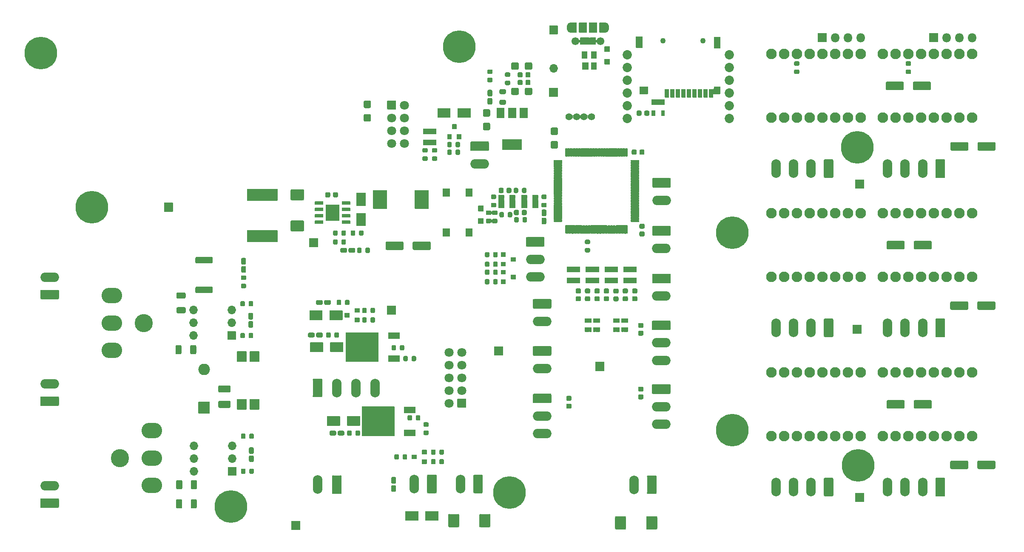
<source format=gts>
G04 #@! TF.GenerationSoftware,KiCad,Pcbnew,(5.1.8)-1*
G04 #@! TF.CreationDate,2021-02-16T13:32:15+03:00*
G04 #@! TF.ProjectId,3d_print_main,33645f70-7269-46e7-945f-6d61696e2e6b,rev?*
G04 #@! TF.SameCoordinates,Original*
G04 #@! TF.FileFunction,Soldermask,Top*
G04 #@! TF.FilePolarity,Negative*
%FSLAX46Y46*%
G04 Gerber Fmt 4.6, Leading zero omitted, Abs format (unit mm)*
G04 Created by KiCad (PCBNEW (5.1.8)-1) date 2021-02-16 13:32:15*
%MOMM*%
%LPD*%
G01*
G04 APERTURE LIST*
%ADD10O,1.902000X3.702000*%
%ADD11O,1.802000X1.802000*%
%ADD12C,2.102000*%
%ADD13C,1.852000*%
%ADD14C,1.802000*%
%ADD15O,3.702000X1.902000*%
%ADD16C,6.502000*%
%ADD17C,0.902000*%
%ADD18C,1.402000*%
%ADD19C,3.602000*%
%ADD20O,4.102000X3.102000*%
%ADD21C,1.552000*%
%ADD22O,1.302000X2.002000*%
%ADD23O,1.702000X1.702000*%
%ADD24O,2.302000X2.302000*%
%ADD25C,1.102000*%
%ADD26C,0.100000*%
G04 APERTURE END LIST*
G36*
G01*
X165289000Y-114745166D02*
X165289000Y-117918834D01*
G75*
G02*
X165024834Y-118183000I-264166J0D01*
G01*
X163651166Y-118183000D01*
G75*
G02*
X163387000Y-117918834I0J264166D01*
G01*
X163387000Y-114745166D01*
G75*
G02*
X163651166Y-114481000I264166J0D01*
G01*
X165024834Y-114481000D01*
G75*
G02*
X165289000Y-114745166I0J-264166D01*
G01*
G37*
D10*
X160838000Y-116332000D03*
G36*
G01*
X159201500Y-122888289D02*
X159201500Y-125015711D01*
G75*
G02*
X158939211Y-125278000I-262289J0D01*
G01*
X157286789Y-125278000D01*
G75*
G02*
X157024500Y-125015711I0J262289D01*
G01*
X157024500Y-122888289D01*
G75*
G02*
X157286789Y-122626000I262289J0D01*
G01*
X158939211Y-122626000D01*
G75*
G02*
X159201500Y-122888289I0J-262289D01*
G01*
G37*
G36*
G01*
X165426500Y-122888289D02*
X165426500Y-125015711D01*
G75*
G02*
X165164211Y-125278000I-262289J0D01*
G01*
X163511789Y-125278000D01*
G75*
G02*
X163249500Y-125015711I0J262289D01*
G01*
X163249500Y-122888289D01*
G75*
G02*
X163511789Y-122626000I262289J0D01*
G01*
X165164211Y-122626000D01*
G75*
G02*
X165426500Y-122888289I0J-262289D01*
G01*
G37*
D11*
X228092000Y-27178000D03*
X225552000Y-27178000D03*
X223012000Y-27178000D03*
G36*
G01*
X221322000Y-28079000D02*
X219622000Y-28079000D01*
G75*
G02*
X219571000Y-28028000I0J51000D01*
G01*
X219571000Y-26328000D01*
G75*
G02*
X219622000Y-26277000I51000J0D01*
G01*
X221322000Y-26277000D01*
G75*
G02*
X221373000Y-26328000I0J-51000D01*
G01*
X221373000Y-28028000D01*
G75*
G02*
X221322000Y-28079000I-51000J0D01*
G01*
G37*
X205895002Y-27178000D03*
X203355002Y-27178000D03*
X200815002Y-27178000D03*
G36*
G01*
X199125002Y-28079000D02*
X197425002Y-28079000D01*
G75*
G02*
X197374002Y-28028000I0J51000D01*
G01*
X197374002Y-26328000D01*
G75*
G02*
X197425002Y-26277000I51000J0D01*
G01*
X199125002Y-26277000D01*
G75*
G02*
X199176002Y-26328000I0J-51000D01*
G01*
X199176002Y-28028000D01*
G75*
G02*
X199125002Y-28079000I-51000J0D01*
G01*
G37*
D12*
X228120000Y-43160000D03*
X225580000Y-43160000D03*
X223040000Y-43160000D03*
X220500000Y-43160000D03*
X217960000Y-43160000D03*
X215420000Y-43160000D03*
X212880000Y-43160000D03*
X210340000Y-43160000D03*
X210340000Y-30460000D03*
X212880000Y-30460000D03*
X215420000Y-30460000D03*
X217960000Y-30460000D03*
X220500000Y-30460000D03*
X223040000Y-30460000D03*
X225580000Y-30460000D03*
X228120000Y-30460000D03*
G36*
G01*
X92690289Y-63663500D02*
X94817711Y-63663500D01*
G75*
G02*
X95080000Y-63925789I0J-262289D01*
G01*
X95080000Y-65578211D01*
G75*
G02*
X94817711Y-65840500I-262289J0D01*
G01*
X92690289Y-65840500D01*
G75*
G02*
X92428000Y-65578211I0J262289D01*
G01*
X92428000Y-63925789D01*
G75*
G02*
X92690289Y-63663500I262289J0D01*
G01*
G37*
G36*
G01*
X92690289Y-57438500D02*
X94817711Y-57438500D01*
G75*
G02*
X95080000Y-57700789I0J-262289D01*
G01*
X95080000Y-59353211D01*
G75*
G02*
X94817711Y-59615500I-262289J0D01*
G01*
X92690289Y-59615500D01*
G75*
G02*
X92428000Y-59353211I0J262289D01*
G01*
X92428000Y-57700789D01*
G75*
G02*
X92690289Y-57438500I262289J0D01*
G01*
G37*
G36*
G01*
X125976000Y-122436289D02*
X125976000Y-124563711D01*
G75*
G02*
X125713711Y-124826000I-262289J0D01*
G01*
X124061289Y-124826000D01*
G75*
G02*
X123799000Y-124563711I0J262289D01*
G01*
X123799000Y-122436289D01*
G75*
G02*
X124061289Y-122174000I262289J0D01*
G01*
X125713711Y-122174000D01*
G75*
G02*
X125976000Y-122436289I0J-262289D01*
G01*
G37*
G36*
G01*
X132201000Y-122436289D02*
X132201000Y-124563711D01*
G75*
G02*
X131938711Y-124826000I-262289J0D01*
G01*
X130286289Y-124826000D01*
G75*
G02*
X130024000Y-124563711I0J262289D01*
G01*
X130024000Y-122436289D01*
G75*
G02*
X130286289Y-122174000I262289J0D01*
G01*
X131938711Y-122174000D01*
G75*
G02*
X132201000Y-122436289I0J-262289D01*
G01*
G37*
G36*
G01*
X149075001Y-73981000D02*
X148424999Y-73981000D01*
G75*
G02*
X148374000Y-73930001I0J50999D01*
G01*
X148374000Y-72869999D01*
G75*
G02*
X148424999Y-72819000I50999J0D01*
G01*
X149075001Y-72819000D01*
G75*
G02*
X149126000Y-72869999I0J-50999D01*
G01*
X149126000Y-73930001D01*
G75*
G02*
X149075001Y-73981000I-50999J0D01*
G01*
G37*
G36*
G01*
X148125001Y-73981000D02*
X147474999Y-73981000D01*
G75*
G02*
X147424000Y-73930001I0J50999D01*
G01*
X147424000Y-72869999D01*
G75*
G02*
X147474999Y-72819000I50999J0D01*
G01*
X148125001Y-72819000D01*
G75*
G02*
X148176000Y-72869999I0J-50999D01*
G01*
X148176000Y-73930001D01*
G75*
G02*
X148125001Y-73981000I-50999J0D01*
G01*
G37*
G36*
G01*
X150025001Y-73981000D02*
X149374999Y-73981000D01*
G75*
G02*
X149324000Y-73930001I0J50999D01*
G01*
X149324000Y-72869999D01*
G75*
G02*
X149374999Y-72819000I50999J0D01*
G01*
X150025001Y-72819000D01*
G75*
G02*
X150076000Y-72869999I0J-50999D01*
G01*
X150076000Y-73930001D01*
G75*
G02*
X150025001Y-73981000I-50999J0D01*
G01*
G37*
G36*
G01*
X150025001Y-76181000D02*
X149374999Y-76181000D01*
G75*
G02*
X149324000Y-76130001I0J50999D01*
G01*
X149324000Y-75069999D01*
G75*
G02*
X149374999Y-75019000I50999J0D01*
G01*
X150025001Y-75019000D01*
G75*
G02*
X150076000Y-75069999I0J-50999D01*
G01*
X150076000Y-76130001D01*
G75*
G02*
X150025001Y-76181000I-50999J0D01*
G01*
G37*
G36*
G01*
X149075001Y-76181000D02*
X148424999Y-76181000D01*
G75*
G02*
X148374000Y-76130001I0J50999D01*
G01*
X148374000Y-75069999D01*
G75*
G02*
X148424999Y-75019000I50999J0D01*
G01*
X149075001Y-75019000D01*
G75*
G02*
X149126000Y-75069999I0J-50999D01*
G01*
X149126000Y-76130001D01*
G75*
G02*
X149075001Y-76181000I-50999J0D01*
G01*
G37*
G36*
G01*
X148125001Y-76181000D02*
X147474999Y-76181000D01*
G75*
G02*
X147424000Y-76130001I0J50999D01*
G01*
X147424000Y-75069999D01*
G75*
G02*
X147474999Y-75019000I50999J0D01*
G01*
X148125001Y-75019000D01*
G75*
G02*
X148176000Y-75069999I0J-50999D01*
G01*
X148176000Y-76130001D01*
G75*
G02*
X148125001Y-76181000I-50999J0D01*
G01*
G37*
G36*
G01*
X152825001Y-73981000D02*
X152174999Y-73981000D01*
G75*
G02*
X152124000Y-73930001I0J50999D01*
G01*
X152124000Y-72869999D01*
G75*
G02*
X152174999Y-72819000I50999J0D01*
G01*
X152825001Y-72819000D01*
G75*
G02*
X152876000Y-72869999I0J-50999D01*
G01*
X152876000Y-73930001D01*
G75*
G02*
X152825001Y-73981000I-50999J0D01*
G01*
G37*
G36*
G01*
X151875001Y-73981000D02*
X151224999Y-73981000D01*
G75*
G02*
X151174000Y-73930001I0J50999D01*
G01*
X151174000Y-72869999D01*
G75*
G02*
X151224999Y-72819000I50999J0D01*
G01*
X151875001Y-72819000D01*
G75*
G02*
X151926000Y-72869999I0J-50999D01*
G01*
X151926000Y-73930001D01*
G75*
G02*
X151875001Y-73981000I-50999J0D01*
G01*
G37*
G36*
G01*
X153775001Y-73981000D02*
X153124999Y-73981000D01*
G75*
G02*
X153074000Y-73930001I0J50999D01*
G01*
X153074000Y-72869999D01*
G75*
G02*
X153124999Y-72819000I50999J0D01*
G01*
X153775001Y-72819000D01*
G75*
G02*
X153826000Y-72869999I0J-50999D01*
G01*
X153826000Y-73930001D01*
G75*
G02*
X153775001Y-73981000I-50999J0D01*
G01*
G37*
G36*
G01*
X153775001Y-76181000D02*
X153124999Y-76181000D01*
G75*
G02*
X153074000Y-76130001I0J50999D01*
G01*
X153074000Y-75069999D01*
G75*
G02*
X153124999Y-75019000I50999J0D01*
G01*
X153775001Y-75019000D01*
G75*
G02*
X153826000Y-75069999I0J-50999D01*
G01*
X153826000Y-76130001D01*
G75*
G02*
X153775001Y-76181000I-50999J0D01*
G01*
G37*
G36*
G01*
X152825001Y-76181000D02*
X152174999Y-76181000D01*
G75*
G02*
X152124000Y-76130001I0J50999D01*
G01*
X152124000Y-75069999D01*
G75*
G02*
X152174999Y-75019000I50999J0D01*
G01*
X152825001Y-75019000D01*
G75*
G02*
X152876000Y-75069999I0J-50999D01*
G01*
X152876000Y-76130001D01*
G75*
G02*
X152825001Y-76181000I-50999J0D01*
G01*
G37*
G36*
G01*
X151875001Y-76181000D02*
X151224999Y-76181000D01*
G75*
G02*
X151174000Y-76130001I0J50999D01*
G01*
X151174000Y-75069999D01*
G75*
G02*
X151224999Y-75019000I50999J0D01*
G01*
X151875001Y-75019000D01*
G75*
G02*
X151926000Y-75069999I0J-50999D01*
G01*
X151926000Y-76130001D01*
G75*
G02*
X151875001Y-76181000I-50999J0D01*
G01*
G37*
G36*
G01*
X156575001Y-73981000D02*
X155924999Y-73981000D01*
G75*
G02*
X155874000Y-73930001I0J50999D01*
G01*
X155874000Y-72869999D01*
G75*
G02*
X155924999Y-72819000I50999J0D01*
G01*
X156575001Y-72819000D01*
G75*
G02*
X156626000Y-72869999I0J-50999D01*
G01*
X156626000Y-73930001D01*
G75*
G02*
X156575001Y-73981000I-50999J0D01*
G01*
G37*
G36*
G01*
X155625001Y-73981000D02*
X154974999Y-73981000D01*
G75*
G02*
X154924000Y-73930001I0J50999D01*
G01*
X154924000Y-72869999D01*
G75*
G02*
X154974999Y-72819000I50999J0D01*
G01*
X155625001Y-72819000D01*
G75*
G02*
X155676000Y-72869999I0J-50999D01*
G01*
X155676000Y-73930001D01*
G75*
G02*
X155625001Y-73981000I-50999J0D01*
G01*
G37*
G36*
G01*
X157525001Y-73981000D02*
X156874999Y-73981000D01*
G75*
G02*
X156824000Y-73930001I0J50999D01*
G01*
X156824000Y-72869999D01*
G75*
G02*
X156874999Y-72819000I50999J0D01*
G01*
X157525001Y-72819000D01*
G75*
G02*
X157576000Y-72869999I0J-50999D01*
G01*
X157576000Y-73930001D01*
G75*
G02*
X157525001Y-73981000I-50999J0D01*
G01*
G37*
G36*
G01*
X157525001Y-76181000D02*
X156874999Y-76181000D01*
G75*
G02*
X156824000Y-76130001I0J50999D01*
G01*
X156824000Y-75069999D01*
G75*
G02*
X156874999Y-75019000I50999J0D01*
G01*
X157525001Y-75019000D01*
G75*
G02*
X157576000Y-75069999I0J-50999D01*
G01*
X157576000Y-76130001D01*
G75*
G02*
X157525001Y-76181000I-50999J0D01*
G01*
G37*
G36*
G01*
X156575001Y-76181000D02*
X155924999Y-76181000D01*
G75*
G02*
X155874000Y-76130001I0J50999D01*
G01*
X155874000Y-75069999D01*
G75*
G02*
X155924999Y-75019000I50999J0D01*
G01*
X156575001Y-75019000D01*
G75*
G02*
X156626000Y-75069999I0J-50999D01*
G01*
X156626000Y-76130001D01*
G75*
G02*
X156575001Y-76181000I-50999J0D01*
G01*
G37*
G36*
G01*
X155625001Y-76181000D02*
X154974999Y-76181000D01*
G75*
G02*
X154924000Y-76130001I0J50999D01*
G01*
X154924000Y-75069999D01*
G75*
G02*
X154974999Y-75019000I50999J0D01*
G01*
X155625001Y-75019000D01*
G75*
G02*
X155676000Y-75069999I0J-50999D01*
G01*
X155676000Y-76130001D01*
G75*
G02*
X155625001Y-76181000I-50999J0D01*
G01*
G37*
G36*
G01*
X160325001Y-73981000D02*
X159674999Y-73981000D01*
G75*
G02*
X159624000Y-73930001I0J50999D01*
G01*
X159624000Y-72869999D01*
G75*
G02*
X159674999Y-72819000I50999J0D01*
G01*
X160325001Y-72819000D01*
G75*
G02*
X160376000Y-72869999I0J-50999D01*
G01*
X160376000Y-73930001D01*
G75*
G02*
X160325001Y-73981000I-50999J0D01*
G01*
G37*
G36*
G01*
X159375001Y-73981000D02*
X158724999Y-73981000D01*
G75*
G02*
X158674000Y-73930001I0J50999D01*
G01*
X158674000Y-72869999D01*
G75*
G02*
X158724999Y-72819000I50999J0D01*
G01*
X159375001Y-72819000D01*
G75*
G02*
X159426000Y-72869999I0J-50999D01*
G01*
X159426000Y-73930001D01*
G75*
G02*
X159375001Y-73981000I-50999J0D01*
G01*
G37*
G36*
G01*
X161275001Y-73981000D02*
X160624999Y-73981000D01*
G75*
G02*
X160574000Y-73930001I0J50999D01*
G01*
X160574000Y-72869999D01*
G75*
G02*
X160624999Y-72819000I50999J0D01*
G01*
X161275001Y-72819000D01*
G75*
G02*
X161326000Y-72869999I0J-50999D01*
G01*
X161326000Y-73930001D01*
G75*
G02*
X161275001Y-73981000I-50999J0D01*
G01*
G37*
G36*
G01*
X161275001Y-76181000D02*
X160624999Y-76181000D01*
G75*
G02*
X160574000Y-76130001I0J50999D01*
G01*
X160574000Y-75069999D01*
G75*
G02*
X160624999Y-75019000I50999J0D01*
G01*
X161275001Y-75019000D01*
G75*
G02*
X161326000Y-75069999I0J-50999D01*
G01*
X161326000Y-76130001D01*
G75*
G02*
X161275001Y-76181000I-50999J0D01*
G01*
G37*
G36*
G01*
X160325001Y-76181000D02*
X159674999Y-76181000D01*
G75*
G02*
X159624000Y-76130001I0J50999D01*
G01*
X159624000Y-75069999D01*
G75*
G02*
X159674999Y-75019000I50999J0D01*
G01*
X160325001Y-75019000D01*
G75*
G02*
X160376000Y-75069999I0J-50999D01*
G01*
X160376000Y-76130001D01*
G75*
G02*
X160325001Y-76181000I-50999J0D01*
G01*
G37*
G36*
G01*
X159375001Y-76181000D02*
X158724999Y-76181000D01*
G75*
G02*
X158674000Y-76130001I0J50999D01*
G01*
X158674000Y-75069999D01*
G75*
G02*
X158724999Y-75019000I50999J0D01*
G01*
X159375001Y-75019000D01*
G75*
G02*
X159426000Y-75069999I0J-50999D01*
G01*
X159426000Y-76130001D01*
G75*
G02*
X159375001Y-76181000I-50999J0D01*
G01*
G37*
D13*
X179733000Y-30587000D03*
X179733000Y-33127000D03*
X179733000Y-35667000D03*
X179733000Y-38207000D03*
X179733000Y-40747000D03*
X179733000Y-43287000D03*
X159413000Y-43287000D03*
X159413000Y-40747000D03*
X159413000Y-38207000D03*
X159413000Y-35667000D03*
X159413000Y-33127000D03*
X159413000Y-30587000D03*
G36*
G01*
X138065651Y-41152393D02*
X139565651Y-41152393D01*
G75*
G02*
X139616651Y-41203393I0J-51000D01*
G01*
X139616651Y-43203393D01*
G75*
G02*
X139565651Y-43254393I-51000J0D01*
G01*
X138065651Y-43254393D01*
G75*
G02*
X138014651Y-43203393I0J51000D01*
G01*
X138014651Y-41203393D01*
G75*
G02*
X138065651Y-41152393I51000J0D01*
G01*
G37*
G36*
G01*
X133465651Y-41152393D02*
X134965651Y-41152393D01*
G75*
G02*
X135016651Y-41203393I0J-51000D01*
G01*
X135016651Y-43203393D01*
G75*
G02*
X134965651Y-43254393I-51000J0D01*
G01*
X133465651Y-43254393D01*
G75*
G02*
X133414651Y-43203393I0J51000D01*
G01*
X133414651Y-41203393D01*
G75*
G02*
X133465651Y-41152393I51000J0D01*
G01*
G37*
G36*
G01*
X135765651Y-41152393D02*
X137265651Y-41152393D01*
G75*
G02*
X137316651Y-41203393I0J-51000D01*
G01*
X137316651Y-43203393D01*
G75*
G02*
X137265651Y-43254393I-51000J0D01*
G01*
X135765651Y-43254393D01*
G75*
G02*
X135714651Y-43203393I0J51000D01*
G01*
X135714651Y-41203393D01*
G75*
G02*
X135765651Y-41152393I51000J0D01*
G01*
G37*
G36*
G01*
X134615651Y-47452393D02*
X138415651Y-47452393D01*
G75*
G02*
X138466651Y-47503393I0J-51000D01*
G01*
X138466651Y-49503393D01*
G75*
G02*
X138415651Y-49554393I-51000J0D01*
G01*
X134615651Y-49554393D01*
G75*
G02*
X134564651Y-49503393I0J51000D01*
G01*
X134564651Y-47503393D01*
G75*
G02*
X134615651Y-47452393I51000J0D01*
G01*
G37*
D14*
X115062000Y-48260000D03*
X115062000Y-45720000D03*
X115062000Y-43180000D03*
X115062000Y-40640000D03*
X112522000Y-48260000D03*
X112522000Y-45720000D03*
X112522000Y-43180000D03*
G36*
G01*
X111621000Y-41276000D02*
X111621000Y-40004000D01*
G75*
G02*
X111886000Y-39739000I265000J0D01*
G01*
X113158000Y-39739000D01*
G75*
G02*
X113423000Y-40004000I0J-265000D01*
G01*
X113423000Y-41276000D01*
G75*
G02*
X113158000Y-41541000I-265000J0D01*
G01*
X111886000Y-41541000D01*
G75*
G02*
X111621000Y-41276000I0J265000D01*
G01*
G37*
G36*
G01*
X140907166Y-98165002D02*
X144080834Y-98165002D01*
G75*
G02*
X144345000Y-98429168I0J-264166D01*
G01*
X144345000Y-99802836D01*
G75*
G02*
X144080834Y-100067002I-264166J0D01*
G01*
X140907166Y-100067002D01*
G75*
G02*
X140643000Y-99802836I0J264166D01*
G01*
X140643000Y-98429168D01*
G75*
G02*
X140907166Y-98165002I264166J0D01*
G01*
G37*
D15*
X142494000Y-102616002D03*
X142494000Y-106116002D03*
G36*
G01*
X147552500Y-100165002D02*
X148103500Y-100165002D01*
G75*
G02*
X148354000Y-100415502I0J-250500D01*
G01*
X148354000Y-100916502D01*
G75*
G02*
X148103500Y-101167002I-250500J0D01*
G01*
X147552500Y-101167002D01*
G75*
G02*
X147302000Y-100916502I0J250500D01*
G01*
X147302000Y-100415502D01*
G75*
G02*
X147552500Y-100165002I250500J0D01*
G01*
G37*
G36*
G01*
X147552500Y-98615002D02*
X148103500Y-98615002D01*
G75*
G02*
X148354000Y-98865502I0J-250500D01*
G01*
X148354000Y-99366502D01*
G75*
G02*
X148103500Y-99617002I-250500J0D01*
G01*
X147552500Y-99617002D01*
G75*
G02*
X147302000Y-99366502I0J250500D01*
G01*
X147302000Y-98865502D01*
G75*
G02*
X147552500Y-98615002I250500J0D01*
G01*
G37*
G36*
G01*
X149424500Y-78749000D02*
X149975500Y-78749000D01*
G75*
G02*
X150226000Y-78999500I0J-250500D01*
G01*
X150226000Y-79500500D01*
G75*
G02*
X149975500Y-79751000I-250500J0D01*
G01*
X149424500Y-79751000D01*
G75*
G02*
X149174000Y-79500500I0J250500D01*
G01*
X149174000Y-78999500D01*
G75*
G02*
X149424500Y-78749000I250500J0D01*
G01*
G37*
G36*
G01*
X149424500Y-77199000D02*
X149975500Y-77199000D01*
G75*
G02*
X150226000Y-77449500I0J-250500D01*
G01*
X150226000Y-77950500D01*
G75*
G02*
X149975500Y-78201000I-250500J0D01*
G01*
X149424500Y-78201000D01*
G75*
G02*
X149174000Y-77950500I0J250500D01*
G01*
X149174000Y-77449500D01*
G75*
G02*
X149424500Y-77199000I250500J0D01*
G01*
G37*
G36*
G01*
X140907166Y-88711000D02*
X144080834Y-88711000D01*
G75*
G02*
X144345000Y-88975166I0J-264166D01*
G01*
X144345000Y-90348834D01*
G75*
G02*
X144080834Y-90613000I-264166J0D01*
G01*
X140907166Y-90613000D01*
G75*
G02*
X140643000Y-90348834I0J264166D01*
G01*
X140643000Y-88975166D01*
G75*
G02*
X140907166Y-88711000I264166J0D01*
G01*
G37*
X142494000Y-93162000D03*
G36*
G01*
X140907166Y-79313000D02*
X144080834Y-79313000D01*
G75*
G02*
X144345000Y-79577166I0J-264166D01*
G01*
X144345000Y-80950834D01*
G75*
G02*
X144080834Y-81215000I-264166J0D01*
G01*
X140907166Y-81215000D01*
G75*
G02*
X140643000Y-80950834I0J264166D01*
G01*
X140643000Y-79577166D01*
G75*
G02*
X140907166Y-79313000I264166J0D01*
G01*
G37*
X142494000Y-83764000D03*
D14*
X123952000Y-89916000D03*
X123952000Y-92456000D03*
X123952000Y-94996000D03*
X123952000Y-97536000D03*
X123952000Y-100076000D03*
X126492000Y-89916000D03*
X126492000Y-92456000D03*
X126492000Y-94996000D03*
X126492000Y-97536000D03*
G36*
G01*
X127393000Y-99440000D02*
X127393000Y-100712000D01*
G75*
G02*
X127128000Y-100977000I-265000J0D01*
G01*
X125856000Y-100977000D01*
G75*
G02*
X125591000Y-100712000I0J265000D01*
G01*
X125591000Y-99440000D01*
G75*
G02*
X125856000Y-99175000I265000J0D01*
G01*
X127128000Y-99175000D01*
G75*
G02*
X127393000Y-99440000I0J-265000D01*
G01*
G37*
G36*
G01*
X147116000Y-50840500D02*
X147116000Y-49339500D01*
G75*
G02*
X147216500Y-49239000I100500J0D01*
G01*
X147417500Y-49239000D01*
G75*
G02*
X147518000Y-49339500I0J-100500D01*
G01*
X147518000Y-50840500D01*
G75*
G02*
X147417500Y-50941000I-100500J0D01*
G01*
X147216500Y-50941000D01*
G75*
G02*
X147116000Y-50840500I0J100500D01*
G01*
G37*
G36*
G01*
X147616000Y-50840500D02*
X147616000Y-49339500D01*
G75*
G02*
X147716500Y-49239000I100500J0D01*
G01*
X147917500Y-49239000D01*
G75*
G02*
X148018000Y-49339500I0J-100500D01*
G01*
X148018000Y-50840500D01*
G75*
G02*
X147917500Y-50941000I-100500J0D01*
G01*
X147716500Y-50941000D01*
G75*
G02*
X147616000Y-50840500I0J100500D01*
G01*
G37*
G36*
G01*
X148116000Y-50840500D02*
X148116000Y-49339500D01*
G75*
G02*
X148216500Y-49239000I100500J0D01*
G01*
X148417500Y-49239000D01*
G75*
G02*
X148518000Y-49339500I0J-100500D01*
G01*
X148518000Y-50840500D01*
G75*
G02*
X148417500Y-50941000I-100500J0D01*
G01*
X148216500Y-50941000D01*
G75*
G02*
X148116000Y-50840500I0J100500D01*
G01*
G37*
G36*
G01*
X148616000Y-50840500D02*
X148616000Y-49339500D01*
G75*
G02*
X148716500Y-49239000I100500J0D01*
G01*
X148917500Y-49239000D01*
G75*
G02*
X149018000Y-49339500I0J-100500D01*
G01*
X149018000Y-50840500D01*
G75*
G02*
X148917500Y-50941000I-100500J0D01*
G01*
X148716500Y-50941000D01*
G75*
G02*
X148616000Y-50840500I0J100500D01*
G01*
G37*
G36*
G01*
X149116000Y-50840500D02*
X149116000Y-49339500D01*
G75*
G02*
X149216500Y-49239000I100500J0D01*
G01*
X149417500Y-49239000D01*
G75*
G02*
X149518000Y-49339500I0J-100500D01*
G01*
X149518000Y-50840500D01*
G75*
G02*
X149417500Y-50941000I-100500J0D01*
G01*
X149216500Y-50941000D01*
G75*
G02*
X149116000Y-50840500I0J100500D01*
G01*
G37*
G36*
G01*
X149616000Y-50840500D02*
X149616000Y-49339500D01*
G75*
G02*
X149716500Y-49239000I100500J0D01*
G01*
X149917500Y-49239000D01*
G75*
G02*
X150018000Y-49339500I0J-100500D01*
G01*
X150018000Y-50840500D01*
G75*
G02*
X149917500Y-50941000I-100500J0D01*
G01*
X149716500Y-50941000D01*
G75*
G02*
X149616000Y-50840500I0J100500D01*
G01*
G37*
G36*
G01*
X150116000Y-50840500D02*
X150116000Y-49339500D01*
G75*
G02*
X150216500Y-49239000I100500J0D01*
G01*
X150417500Y-49239000D01*
G75*
G02*
X150518000Y-49339500I0J-100500D01*
G01*
X150518000Y-50840500D01*
G75*
G02*
X150417500Y-50941000I-100500J0D01*
G01*
X150216500Y-50941000D01*
G75*
G02*
X150116000Y-50840500I0J100500D01*
G01*
G37*
G36*
G01*
X150616000Y-50840500D02*
X150616000Y-49339500D01*
G75*
G02*
X150716500Y-49239000I100500J0D01*
G01*
X150917500Y-49239000D01*
G75*
G02*
X151018000Y-49339500I0J-100500D01*
G01*
X151018000Y-50840500D01*
G75*
G02*
X150917500Y-50941000I-100500J0D01*
G01*
X150716500Y-50941000D01*
G75*
G02*
X150616000Y-50840500I0J100500D01*
G01*
G37*
G36*
G01*
X151116000Y-50840500D02*
X151116000Y-49339500D01*
G75*
G02*
X151216500Y-49239000I100500J0D01*
G01*
X151417500Y-49239000D01*
G75*
G02*
X151518000Y-49339500I0J-100500D01*
G01*
X151518000Y-50840500D01*
G75*
G02*
X151417500Y-50941000I-100500J0D01*
G01*
X151216500Y-50941000D01*
G75*
G02*
X151116000Y-50840500I0J100500D01*
G01*
G37*
G36*
G01*
X151616000Y-50840500D02*
X151616000Y-49339500D01*
G75*
G02*
X151716500Y-49239000I100500J0D01*
G01*
X151917500Y-49239000D01*
G75*
G02*
X152018000Y-49339500I0J-100500D01*
G01*
X152018000Y-50840500D01*
G75*
G02*
X151917500Y-50941000I-100500J0D01*
G01*
X151716500Y-50941000D01*
G75*
G02*
X151616000Y-50840500I0J100500D01*
G01*
G37*
G36*
G01*
X152116000Y-50840500D02*
X152116000Y-49339500D01*
G75*
G02*
X152216500Y-49239000I100500J0D01*
G01*
X152417500Y-49239000D01*
G75*
G02*
X152518000Y-49339500I0J-100500D01*
G01*
X152518000Y-50840500D01*
G75*
G02*
X152417500Y-50941000I-100500J0D01*
G01*
X152216500Y-50941000D01*
G75*
G02*
X152116000Y-50840500I0J100500D01*
G01*
G37*
G36*
G01*
X152616000Y-50840500D02*
X152616000Y-49339500D01*
G75*
G02*
X152716500Y-49239000I100500J0D01*
G01*
X152917500Y-49239000D01*
G75*
G02*
X153018000Y-49339500I0J-100500D01*
G01*
X153018000Y-50840500D01*
G75*
G02*
X152917500Y-50941000I-100500J0D01*
G01*
X152716500Y-50941000D01*
G75*
G02*
X152616000Y-50840500I0J100500D01*
G01*
G37*
G36*
G01*
X153116000Y-50840500D02*
X153116000Y-49339500D01*
G75*
G02*
X153216500Y-49239000I100500J0D01*
G01*
X153417500Y-49239000D01*
G75*
G02*
X153518000Y-49339500I0J-100500D01*
G01*
X153518000Y-50840500D01*
G75*
G02*
X153417500Y-50941000I-100500J0D01*
G01*
X153216500Y-50941000D01*
G75*
G02*
X153116000Y-50840500I0J100500D01*
G01*
G37*
G36*
G01*
X153616000Y-50840500D02*
X153616000Y-49339500D01*
G75*
G02*
X153716500Y-49239000I100500J0D01*
G01*
X153917500Y-49239000D01*
G75*
G02*
X154018000Y-49339500I0J-100500D01*
G01*
X154018000Y-50840500D01*
G75*
G02*
X153917500Y-50941000I-100500J0D01*
G01*
X153716500Y-50941000D01*
G75*
G02*
X153616000Y-50840500I0J100500D01*
G01*
G37*
G36*
G01*
X154116000Y-50840500D02*
X154116000Y-49339500D01*
G75*
G02*
X154216500Y-49239000I100500J0D01*
G01*
X154417500Y-49239000D01*
G75*
G02*
X154518000Y-49339500I0J-100500D01*
G01*
X154518000Y-50840500D01*
G75*
G02*
X154417500Y-50941000I-100500J0D01*
G01*
X154216500Y-50941000D01*
G75*
G02*
X154116000Y-50840500I0J100500D01*
G01*
G37*
G36*
G01*
X154616000Y-50840500D02*
X154616000Y-49339500D01*
G75*
G02*
X154716500Y-49239000I100500J0D01*
G01*
X154917500Y-49239000D01*
G75*
G02*
X155018000Y-49339500I0J-100500D01*
G01*
X155018000Y-50840500D01*
G75*
G02*
X154917500Y-50941000I-100500J0D01*
G01*
X154716500Y-50941000D01*
G75*
G02*
X154616000Y-50840500I0J100500D01*
G01*
G37*
G36*
G01*
X155116000Y-50840500D02*
X155116000Y-49339500D01*
G75*
G02*
X155216500Y-49239000I100500J0D01*
G01*
X155417500Y-49239000D01*
G75*
G02*
X155518000Y-49339500I0J-100500D01*
G01*
X155518000Y-50840500D01*
G75*
G02*
X155417500Y-50941000I-100500J0D01*
G01*
X155216500Y-50941000D01*
G75*
G02*
X155116000Y-50840500I0J100500D01*
G01*
G37*
G36*
G01*
X155616000Y-50840500D02*
X155616000Y-49339500D01*
G75*
G02*
X155716500Y-49239000I100500J0D01*
G01*
X155917500Y-49239000D01*
G75*
G02*
X156018000Y-49339500I0J-100500D01*
G01*
X156018000Y-50840500D01*
G75*
G02*
X155917500Y-50941000I-100500J0D01*
G01*
X155716500Y-50941000D01*
G75*
G02*
X155616000Y-50840500I0J100500D01*
G01*
G37*
G36*
G01*
X156116000Y-50840500D02*
X156116000Y-49339500D01*
G75*
G02*
X156216500Y-49239000I100500J0D01*
G01*
X156417500Y-49239000D01*
G75*
G02*
X156518000Y-49339500I0J-100500D01*
G01*
X156518000Y-50840500D01*
G75*
G02*
X156417500Y-50941000I-100500J0D01*
G01*
X156216500Y-50941000D01*
G75*
G02*
X156116000Y-50840500I0J100500D01*
G01*
G37*
G36*
G01*
X156616000Y-50840500D02*
X156616000Y-49339500D01*
G75*
G02*
X156716500Y-49239000I100500J0D01*
G01*
X156917500Y-49239000D01*
G75*
G02*
X157018000Y-49339500I0J-100500D01*
G01*
X157018000Y-50840500D01*
G75*
G02*
X156917500Y-50941000I-100500J0D01*
G01*
X156716500Y-50941000D01*
G75*
G02*
X156616000Y-50840500I0J100500D01*
G01*
G37*
G36*
G01*
X157116000Y-50840500D02*
X157116000Y-49339500D01*
G75*
G02*
X157216500Y-49239000I100500J0D01*
G01*
X157417500Y-49239000D01*
G75*
G02*
X157518000Y-49339500I0J-100500D01*
G01*
X157518000Y-50840500D01*
G75*
G02*
X157417500Y-50941000I-100500J0D01*
G01*
X157216500Y-50941000D01*
G75*
G02*
X157116000Y-50840500I0J100500D01*
G01*
G37*
G36*
G01*
X157616000Y-50840500D02*
X157616000Y-49339500D01*
G75*
G02*
X157716500Y-49239000I100500J0D01*
G01*
X157917500Y-49239000D01*
G75*
G02*
X158018000Y-49339500I0J-100500D01*
G01*
X158018000Y-50840500D01*
G75*
G02*
X157917500Y-50941000I-100500J0D01*
G01*
X157716500Y-50941000D01*
G75*
G02*
X157616000Y-50840500I0J100500D01*
G01*
G37*
G36*
G01*
X158116000Y-50840500D02*
X158116000Y-49339500D01*
G75*
G02*
X158216500Y-49239000I100500J0D01*
G01*
X158417500Y-49239000D01*
G75*
G02*
X158518000Y-49339500I0J-100500D01*
G01*
X158518000Y-50840500D01*
G75*
G02*
X158417500Y-50941000I-100500J0D01*
G01*
X158216500Y-50941000D01*
G75*
G02*
X158116000Y-50840500I0J100500D01*
G01*
G37*
G36*
G01*
X158616000Y-50840500D02*
X158616000Y-49339500D01*
G75*
G02*
X158716500Y-49239000I100500J0D01*
G01*
X158917500Y-49239000D01*
G75*
G02*
X159018000Y-49339500I0J-100500D01*
G01*
X159018000Y-50840500D01*
G75*
G02*
X158917500Y-50941000I-100500J0D01*
G01*
X158716500Y-50941000D01*
G75*
G02*
X158616000Y-50840500I0J100500D01*
G01*
G37*
G36*
G01*
X159116000Y-50840500D02*
X159116000Y-49339500D01*
G75*
G02*
X159216500Y-49239000I100500J0D01*
G01*
X159417500Y-49239000D01*
G75*
G02*
X159518000Y-49339500I0J-100500D01*
G01*
X159518000Y-50840500D01*
G75*
G02*
X159417500Y-50941000I-100500J0D01*
G01*
X159216500Y-50941000D01*
G75*
G02*
X159116000Y-50840500I0J100500D01*
G01*
G37*
G36*
G01*
X160141000Y-51865500D02*
X160141000Y-51664500D01*
G75*
G02*
X160241500Y-51564000I100500J0D01*
G01*
X161742500Y-51564000D01*
G75*
G02*
X161843000Y-51664500I0J-100500D01*
G01*
X161843000Y-51865500D01*
G75*
G02*
X161742500Y-51966000I-100500J0D01*
G01*
X160241500Y-51966000D01*
G75*
G02*
X160141000Y-51865500I0J100500D01*
G01*
G37*
G36*
G01*
X160141000Y-52365500D02*
X160141000Y-52164500D01*
G75*
G02*
X160241500Y-52064000I100500J0D01*
G01*
X161742500Y-52064000D01*
G75*
G02*
X161843000Y-52164500I0J-100500D01*
G01*
X161843000Y-52365500D01*
G75*
G02*
X161742500Y-52466000I-100500J0D01*
G01*
X160241500Y-52466000D01*
G75*
G02*
X160141000Y-52365500I0J100500D01*
G01*
G37*
G36*
G01*
X160141000Y-52865500D02*
X160141000Y-52664500D01*
G75*
G02*
X160241500Y-52564000I100500J0D01*
G01*
X161742500Y-52564000D01*
G75*
G02*
X161843000Y-52664500I0J-100500D01*
G01*
X161843000Y-52865500D01*
G75*
G02*
X161742500Y-52966000I-100500J0D01*
G01*
X160241500Y-52966000D01*
G75*
G02*
X160141000Y-52865500I0J100500D01*
G01*
G37*
G36*
G01*
X160141000Y-53365500D02*
X160141000Y-53164500D01*
G75*
G02*
X160241500Y-53064000I100500J0D01*
G01*
X161742500Y-53064000D01*
G75*
G02*
X161843000Y-53164500I0J-100500D01*
G01*
X161843000Y-53365500D01*
G75*
G02*
X161742500Y-53466000I-100500J0D01*
G01*
X160241500Y-53466000D01*
G75*
G02*
X160141000Y-53365500I0J100500D01*
G01*
G37*
G36*
G01*
X160141000Y-53865500D02*
X160141000Y-53664500D01*
G75*
G02*
X160241500Y-53564000I100500J0D01*
G01*
X161742500Y-53564000D01*
G75*
G02*
X161843000Y-53664500I0J-100500D01*
G01*
X161843000Y-53865500D01*
G75*
G02*
X161742500Y-53966000I-100500J0D01*
G01*
X160241500Y-53966000D01*
G75*
G02*
X160141000Y-53865500I0J100500D01*
G01*
G37*
G36*
G01*
X160141000Y-54365500D02*
X160141000Y-54164500D01*
G75*
G02*
X160241500Y-54064000I100500J0D01*
G01*
X161742500Y-54064000D01*
G75*
G02*
X161843000Y-54164500I0J-100500D01*
G01*
X161843000Y-54365500D01*
G75*
G02*
X161742500Y-54466000I-100500J0D01*
G01*
X160241500Y-54466000D01*
G75*
G02*
X160141000Y-54365500I0J100500D01*
G01*
G37*
G36*
G01*
X160141000Y-54865500D02*
X160141000Y-54664500D01*
G75*
G02*
X160241500Y-54564000I100500J0D01*
G01*
X161742500Y-54564000D01*
G75*
G02*
X161843000Y-54664500I0J-100500D01*
G01*
X161843000Y-54865500D01*
G75*
G02*
X161742500Y-54966000I-100500J0D01*
G01*
X160241500Y-54966000D01*
G75*
G02*
X160141000Y-54865500I0J100500D01*
G01*
G37*
G36*
G01*
X160141000Y-55365500D02*
X160141000Y-55164500D01*
G75*
G02*
X160241500Y-55064000I100500J0D01*
G01*
X161742500Y-55064000D01*
G75*
G02*
X161843000Y-55164500I0J-100500D01*
G01*
X161843000Y-55365500D01*
G75*
G02*
X161742500Y-55466000I-100500J0D01*
G01*
X160241500Y-55466000D01*
G75*
G02*
X160141000Y-55365500I0J100500D01*
G01*
G37*
G36*
G01*
X160141000Y-55865500D02*
X160141000Y-55664500D01*
G75*
G02*
X160241500Y-55564000I100500J0D01*
G01*
X161742500Y-55564000D01*
G75*
G02*
X161843000Y-55664500I0J-100500D01*
G01*
X161843000Y-55865500D01*
G75*
G02*
X161742500Y-55966000I-100500J0D01*
G01*
X160241500Y-55966000D01*
G75*
G02*
X160141000Y-55865500I0J100500D01*
G01*
G37*
G36*
G01*
X160141000Y-56365500D02*
X160141000Y-56164500D01*
G75*
G02*
X160241500Y-56064000I100500J0D01*
G01*
X161742500Y-56064000D01*
G75*
G02*
X161843000Y-56164500I0J-100500D01*
G01*
X161843000Y-56365500D01*
G75*
G02*
X161742500Y-56466000I-100500J0D01*
G01*
X160241500Y-56466000D01*
G75*
G02*
X160141000Y-56365500I0J100500D01*
G01*
G37*
G36*
G01*
X160141000Y-56865500D02*
X160141000Y-56664500D01*
G75*
G02*
X160241500Y-56564000I100500J0D01*
G01*
X161742500Y-56564000D01*
G75*
G02*
X161843000Y-56664500I0J-100500D01*
G01*
X161843000Y-56865500D01*
G75*
G02*
X161742500Y-56966000I-100500J0D01*
G01*
X160241500Y-56966000D01*
G75*
G02*
X160141000Y-56865500I0J100500D01*
G01*
G37*
G36*
G01*
X160141000Y-57365500D02*
X160141000Y-57164500D01*
G75*
G02*
X160241500Y-57064000I100500J0D01*
G01*
X161742500Y-57064000D01*
G75*
G02*
X161843000Y-57164500I0J-100500D01*
G01*
X161843000Y-57365500D01*
G75*
G02*
X161742500Y-57466000I-100500J0D01*
G01*
X160241500Y-57466000D01*
G75*
G02*
X160141000Y-57365500I0J100500D01*
G01*
G37*
G36*
G01*
X160141000Y-57865500D02*
X160141000Y-57664500D01*
G75*
G02*
X160241500Y-57564000I100500J0D01*
G01*
X161742500Y-57564000D01*
G75*
G02*
X161843000Y-57664500I0J-100500D01*
G01*
X161843000Y-57865500D01*
G75*
G02*
X161742500Y-57966000I-100500J0D01*
G01*
X160241500Y-57966000D01*
G75*
G02*
X160141000Y-57865500I0J100500D01*
G01*
G37*
G36*
G01*
X160141000Y-58365500D02*
X160141000Y-58164500D01*
G75*
G02*
X160241500Y-58064000I100500J0D01*
G01*
X161742500Y-58064000D01*
G75*
G02*
X161843000Y-58164500I0J-100500D01*
G01*
X161843000Y-58365500D01*
G75*
G02*
X161742500Y-58466000I-100500J0D01*
G01*
X160241500Y-58466000D01*
G75*
G02*
X160141000Y-58365500I0J100500D01*
G01*
G37*
G36*
G01*
X160141000Y-58865500D02*
X160141000Y-58664500D01*
G75*
G02*
X160241500Y-58564000I100500J0D01*
G01*
X161742500Y-58564000D01*
G75*
G02*
X161843000Y-58664500I0J-100500D01*
G01*
X161843000Y-58865500D01*
G75*
G02*
X161742500Y-58966000I-100500J0D01*
G01*
X160241500Y-58966000D01*
G75*
G02*
X160141000Y-58865500I0J100500D01*
G01*
G37*
G36*
G01*
X160141000Y-59365500D02*
X160141000Y-59164500D01*
G75*
G02*
X160241500Y-59064000I100500J0D01*
G01*
X161742500Y-59064000D01*
G75*
G02*
X161843000Y-59164500I0J-100500D01*
G01*
X161843000Y-59365500D01*
G75*
G02*
X161742500Y-59466000I-100500J0D01*
G01*
X160241500Y-59466000D01*
G75*
G02*
X160141000Y-59365500I0J100500D01*
G01*
G37*
G36*
G01*
X160141000Y-59865500D02*
X160141000Y-59664500D01*
G75*
G02*
X160241500Y-59564000I100500J0D01*
G01*
X161742500Y-59564000D01*
G75*
G02*
X161843000Y-59664500I0J-100500D01*
G01*
X161843000Y-59865500D01*
G75*
G02*
X161742500Y-59966000I-100500J0D01*
G01*
X160241500Y-59966000D01*
G75*
G02*
X160141000Y-59865500I0J100500D01*
G01*
G37*
G36*
G01*
X160141000Y-60365500D02*
X160141000Y-60164500D01*
G75*
G02*
X160241500Y-60064000I100500J0D01*
G01*
X161742500Y-60064000D01*
G75*
G02*
X161843000Y-60164500I0J-100500D01*
G01*
X161843000Y-60365500D01*
G75*
G02*
X161742500Y-60466000I-100500J0D01*
G01*
X160241500Y-60466000D01*
G75*
G02*
X160141000Y-60365500I0J100500D01*
G01*
G37*
G36*
G01*
X160141000Y-60865500D02*
X160141000Y-60664500D01*
G75*
G02*
X160241500Y-60564000I100500J0D01*
G01*
X161742500Y-60564000D01*
G75*
G02*
X161843000Y-60664500I0J-100500D01*
G01*
X161843000Y-60865500D01*
G75*
G02*
X161742500Y-60966000I-100500J0D01*
G01*
X160241500Y-60966000D01*
G75*
G02*
X160141000Y-60865500I0J100500D01*
G01*
G37*
G36*
G01*
X160141000Y-61365500D02*
X160141000Y-61164500D01*
G75*
G02*
X160241500Y-61064000I100500J0D01*
G01*
X161742500Y-61064000D01*
G75*
G02*
X161843000Y-61164500I0J-100500D01*
G01*
X161843000Y-61365500D01*
G75*
G02*
X161742500Y-61466000I-100500J0D01*
G01*
X160241500Y-61466000D01*
G75*
G02*
X160141000Y-61365500I0J100500D01*
G01*
G37*
G36*
G01*
X160141000Y-61865500D02*
X160141000Y-61664500D01*
G75*
G02*
X160241500Y-61564000I100500J0D01*
G01*
X161742500Y-61564000D01*
G75*
G02*
X161843000Y-61664500I0J-100500D01*
G01*
X161843000Y-61865500D01*
G75*
G02*
X161742500Y-61966000I-100500J0D01*
G01*
X160241500Y-61966000D01*
G75*
G02*
X160141000Y-61865500I0J100500D01*
G01*
G37*
G36*
G01*
X160141000Y-62365500D02*
X160141000Y-62164500D01*
G75*
G02*
X160241500Y-62064000I100500J0D01*
G01*
X161742500Y-62064000D01*
G75*
G02*
X161843000Y-62164500I0J-100500D01*
G01*
X161843000Y-62365500D01*
G75*
G02*
X161742500Y-62466000I-100500J0D01*
G01*
X160241500Y-62466000D01*
G75*
G02*
X160141000Y-62365500I0J100500D01*
G01*
G37*
G36*
G01*
X160141000Y-62865500D02*
X160141000Y-62664500D01*
G75*
G02*
X160241500Y-62564000I100500J0D01*
G01*
X161742500Y-62564000D01*
G75*
G02*
X161843000Y-62664500I0J-100500D01*
G01*
X161843000Y-62865500D01*
G75*
G02*
X161742500Y-62966000I-100500J0D01*
G01*
X160241500Y-62966000D01*
G75*
G02*
X160141000Y-62865500I0J100500D01*
G01*
G37*
G36*
G01*
X160141000Y-63365500D02*
X160141000Y-63164500D01*
G75*
G02*
X160241500Y-63064000I100500J0D01*
G01*
X161742500Y-63064000D01*
G75*
G02*
X161843000Y-63164500I0J-100500D01*
G01*
X161843000Y-63365500D01*
G75*
G02*
X161742500Y-63466000I-100500J0D01*
G01*
X160241500Y-63466000D01*
G75*
G02*
X160141000Y-63365500I0J100500D01*
G01*
G37*
G36*
G01*
X160141000Y-63865500D02*
X160141000Y-63664500D01*
G75*
G02*
X160241500Y-63564000I100500J0D01*
G01*
X161742500Y-63564000D01*
G75*
G02*
X161843000Y-63664500I0J-100500D01*
G01*
X161843000Y-63865500D01*
G75*
G02*
X161742500Y-63966000I-100500J0D01*
G01*
X160241500Y-63966000D01*
G75*
G02*
X160141000Y-63865500I0J100500D01*
G01*
G37*
G36*
G01*
X159116000Y-66190500D02*
X159116000Y-64689500D01*
G75*
G02*
X159216500Y-64589000I100500J0D01*
G01*
X159417500Y-64589000D01*
G75*
G02*
X159518000Y-64689500I0J-100500D01*
G01*
X159518000Y-66190500D01*
G75*
G02*
X159417500Y-66291000I-100500J0D01*
G01*
X159216500Y-66291000D01*
G75*
G02*
X159116000Y-66190500I0J100500D01*
G01*
G37*
G36*
G01*
X158616000Y-66190500D02*
X158616000Y-64689500D01*
G75*
G02*
X158716500Y-64589000I100500J0D01*
G01*
X158917500Y-64589000D01*
G75*
G02*
X159018000Y-64689500I0J-100500D01*
G01*
X159018000Y-66190500D01*
G75*
G02*
X158917500Y-66291000I-100500J0D01*
G01*
X158716500Y-66291000D01*
G75*
G02*
X158616000Y-66190500I0J100500D01*
G01*
G37*
G36*
G01*
X158116000Y-66190500D02*
X158116000Y-64689500D01*
G75*
G02*
X158216500Y-64589000I100500J0D01*
G01*
X158417500Y-64589000D01*
G75*
G02*
X158518000Y-64689500I0J-100500D01*
G01*
X158518000Y-66190500D01*
G75*
G02*
X158417500Y-66291000I-100500J0D01*
G01*
X158216500Y-66291000D01*
G75*
G02*
X158116000Y-66190500I0J100500D01*
G01*
G37*
G36*
G01*
X157616000Y-66190500D02*
X157616000Y-64689500D01*
G75*
G02*
X157716500Y-64589000I100500J0D01*
G01*
X157917500Y-64589000D01*
G75*
G02*
X158018000Y-64689500I0J-100500D01*
G01*
X158018000Y-66190500D01*
G75*
G02*
X157917500Y-66291000I-100500J0D01*
G01*
X157716500Y-66291000D01*
G75*
G02*
X157616000Y-66190500I0J100500D01*
G01*
G37*
G36*
G01*
X157116000Y-66190500D02*
X157116000Y-64689500D01*
G75*
G02*
X157216500Y-64589000I100500J0D01*
G01*
X157417500Y-64589000D01*
G75*
G02*
X157518000Y-64689500I0J-100500D01*
G01*
X157518000Y-66190500D01*
G75*
G02*
X157417500Y-66291000I-100500J0D01*
G01*
X157216500Y-66291000D01*
G75*
G02*
X157116000Y-66190500I0J100500D01*
G01*
G37*
G36*
G01*
X156616000Y-66190500D02*
X156616000Y-64689500D01*
G75*
G02*
X156716500Y-64589000I100500J0D01*
G01*
X156917500Y-64589000D01*
G75*
G02*
X157018000Y-64689500I0J-100500D01*
G01*
X157018000Y-66190500D01*
G75*
G02*
X156917500Y-66291000I-100500J0D01*
G01*
X156716500Y-66291000D01*
G75*
G02*
X156616000Y-66190500I0J100500D01*
G01*
G37*
G36*
G01*
X156116000Y-66190500D02*
X156116000Y-64689500D01*
G75*
G02*
X156216500Y-64589000I100500J0D01*
G01*
X156417500Y-64589000D01*
G75*
G02*
X156518000Y-64689500I0J-100500D01*
G01*
X156518000Y-66190500D01*
G75*
G02*
X156417500Y-66291000I-100500J0D01*
G01*
X156216500Y-66291000D01*
G75*
G02*
X156116000Y-66190500I0J100500D01*
G01*
G37*
G36*
G01*
X155616000Y-66190500D02*
X155616000Y-64689500D01*
G75*
G02*
X155716500Y-64589000I100500J0D01*
G01*
X155917500Y-64589000D01*
G75*
G02*
X156018000Y-64689500I0J-100500D01*
G01*
X156018000Y-66190500D01*
G75*
G02*
X155917500Y-66291000I-100500J0D01*
G01*
X155716500Y-66291000D01*
G75*
G02*
X155616000Y-66190500I0J100500D01*
G01*
G37*
G36*
G01*
X155116000Y-66190500D02*
X155116000Y-64689500D01*
G75*
G02*
X155216500Y-64589000I100500J0D01*
G01*
X155417500Y-64589000D01*
G75*
G02*
X155518000Y-64689500I0J-100500D01*
G01*
X155518000Y-66190500D01*
G75*
G02*
X155417500Y-66291000I-100500J0D01*
G01*
X155216500Y-66291000D01*
G75*
G02*
X155116000Y-66190500I0J100500D01*
G01*
G37*
G36*
G01*
X154616000Y-66190500D02*
X154616000Y-64689500D01*
G75*
G02*
X154716500Y-64589000I100500J0D01*
G01*
X154917500Y-64589000D01*
G75*
G02*
X155018000Y-64689500I0J-100500D01*
G01*
X155018000Y-66190500D01*
G75*
G02*
X154917500Y-66291000I-100500J0D01*
G01*
X154716500Y-66291000D01*
G75*
G02*
X154616000Y-66190500I0J100500D01*
G01*
G37*
G36*
G01*
X154116000Y-66190500D02*
X154116000Y-64689500D01*
G75*
G02*
X154216500Y-64589000I100500J0D01*
G01*
X154417500Y-64589000D01*
G75*
G02*
X154518000Y-64689500I0J-100500D01*
G01*
X154518000Y-66190500D01*
G75*
G02*
X154417500Y-66291000I-100500J0D01*
G01*
X154216500Y-66291000D01*
G75*
G02*
X154116000Y-66190500I0J100500D01*
G01*
G37*
G36*
G01*
X153616000Y-66190500D02*
X153616000Y-64689500D01*
G75*
G02*
X153716500Y-64589000I100500J0D01*
G01*
X153917500Y-64589000D01*
G75*
G02*
X154018000Y-64689500I0J-100500D01*
G01*
X154018000Y-66190500D01*
G75*
G02*
X153917500Y-66291000I-100500J0D01*
G01*
X153716500Y-66291000D01*
G75*
G02*
X153616000Y-66190500I0J100500D01*
G01*
G37*
G36*
G01*
X153116000Y-66190500D02*
X153116000Y-64689500D01*
G75*
G02*
X153216500Y-64589000I100500J0D01*
G01*
X153417500Y-64589000D01*
G75*
G02*
X153518000Y-64689500I0J-100500D01*
G01*
X153518000Y-66190500D01*
G75*
G02*
X153417500Y-66291000I-100500J0D01*
G01*
X153216500Y-66291000D01*
G75*
G02*
X153116000Y-66190500I0J100500D01*
G01*
G37*
G36*
G01*
X152616000Y-66190500D02*
X152616000Y-64689500D01*
G75*
G02*
X152716500Y-64589000I100500J0D01*
G01*
X152917500Y-64589000D01*
G75*
G02*
X153018000Y-64689500I0J-100500D01*
G01*
X153018000Y-66190500D01*
G75*
G02*
X152917500Y-66291000I-100500J0D01*
G01*
X152716500Y-66291000D01*
G75*
G02*
X152616000Y-66190500I0J100500D01*
G01*
G37*
G36*
G01*
X152116000Y-66190500D02*
X152116000Y-64689500D01*
G75*
G02*
X152216500Y-64589000I100500J0D01*
G01*
X152417500Y-64589000D01*
G75*
G02*
X152518000Y-64689500I0J-100500D01*
G01*
X152518000Y-66190500D01*
G75*
G02*
X152417500Y-66291000I-100500J0D01*
G01*
X152216500Y-66291000D01*
G75*
G02*
X152116000Y-66190500I0J100500D01*
G01*
G37*
G36*
G01*
X151616000Y-66190500D02*
X151616000Y-64689500D01*
G75*
G02*
X151716500Y-64589000I100500J0D01*
G01*
X151917500Y-64589000D01*
G75*
G02*
X152018000Y-64689500I0J-100500D01*
G01*
X152018000Y-66190500D01*
G75*
G02*
X151917500Y-66291000I-100500J0D01*
G01*
X151716500Y-66291000D01*
G75*
G02*
X151616000Y-66190500I0J100500D01*
G01*
G37*
G36*
G01*
X151116000Y-66190500D02*
X151116000Y-64689500D01*
G75*
G02*
X151216500Y-64589000I100500J0D01*
G01*
X151417500Y-64589000D01*
G75*
G02*
X151518000Y-64689500I0J-100500D01*
G01*
X151518000Y-66190500D01*
G75*
G02*
X151417500Y-66291000I-100500J0D01*
G01*
X151216500Y-66291000D01*
G75*
G02*
X151116000Y-66190500I0J100500D01*
G01*
G37*
G36*
G01*
X150616000Y-66190500D02*
X150616000Y-64689500D01*
G75*
G02*
X150716500Y-64589000I100500J0D01*
G01*
X150917500Y-64589000D01*
G75*
G02*
X151018000Y-64689500I0J-100500D01*
G01*
X151018000Y-66190500D01*
G75*
G02*
X150917500Y-66291000I-100500J0D01*
G01*
X150716500Y-66291000D01*
G75*
G02*
X150616000Y-66190500I0J100500D01*
G01*
G37*
G36*
G01*
X150116000Y-66190500D02*
X150116000Y-64689500D01*
G75*
G02*
X150216500Y-64589000I100500J0D01*
G01*
X150417500Y-64589000D01*
G75*
G02*
X150518000Y-64689500I0J-100500D01*
G01*
X150518000Y-66190500D01*
G75*
G02*
X150417500Y-66291000I-100500J0D01*
G01*
X150216500Y-66291000D01*
G75*
G02*
X150116000Y-66190500I0J100500D01*
G01*
G37*
G36*
G01*
X149616000Y-66190500D02*
X149616000Y-64689500D01*
G75*
G02*
X149716500Y-64589000I100500J0D01*
G01*
X149917500Y-64589000D01*
G75*
G02*
X150018000Y-64689500I0J-100500D01*
G01*
X150018000Y-66190500D01*
G75*
G02*
X149917500Y-66291000I-100500J0D01*
G01*
X149716500Y-66291000D01*
G75*
G02*
X149616000Y-66190500I0J100500D01*
G01*
G37*
G36*
G01*
X149116000Y-66190500D02*
X149116000Y-64689500D01*
G75*
G02*
X149216500Y-64589000I100500J0D01*
G01*
X149417500Y-64589000D01*
G75*
G02*
X149518000Y-64689500I0J-100500D01*
G01*
X149518000Y-66190500D01*
G75*
G02*
X149417500Y-66291000I-100500J0D01*
G01*
X149216500Y-66291000D01*
G75*
G02*
X149116000Y-66190500I0J100500D01*
G01*
G37*
G36*
G01*
X148616000Y-66190500D02*
X148616000Y-64689500D01*
G75*
G02*
X148716500Y-64589000I100500J0D01*
G01*
X148917500Y-64589000D01*
G75*
G02*
X149018000Y-64689500I0J-100500D01*
G01*
X149018000Y-66190500D01*
G75*
G02*
X148917500Y-66291000I-100500J0D01*
G01*
X148716500Y-66291000D01*
G75*
G02*
X148616000Y-66190500I0J100500D01*
G01*
G37*
G36*
G01*
X148116000Y-66190500D02*
X148116000Y-64689500D01*
G75*
G02*
X148216500Y-64589000I100500J0D01*
G01*
X148417500Y-64589000D01*
G75*
G02*
X148518000Y-64689500I0J-100500D01*
G01*
X148518000Y-66190500D01*
G75*
G02*
X148417500Y-66291000I-100500J0D01*
G01*
X148216500Y-66291000D01*
G75*
G02*
X148116000Y-66190500I0J100500D01*
G01*
G37*
G36*
G01*
X147616000Y-66190500D02*
X147616000Y-64689500D01*
G75*
G02*
X147716500Y-64589000I100500J0D01*
G01*
X147917500Y-64589000D01*
G75*
G02*
X148018000Y-64689500I0J-100500D01*
G01*
X148018000Y-66190500D01*
G75*
G02*
X147917500Y-66291000I-100500J0D01*
G01*
X147716500Y-66291000D01*
G75*
G02*
X147616000Y-66190500I0J100500D01*
G01*
G37*
G36*
G01*
X147116000Y-66190500D02*
X147116000Y-64689500D01*
G75*
G02*
X147216500Y-64589000I100500J0D01*
G01*
X147417500Y-64589000D01*
G75*
G02*
X147518000Y-64689500I0J-100500D01*
G01*
X147518000Y-66190500D01*
G75*
G02*
X147417500Y-66291000I-100500J0D01*
G01*
X147216500Y-66291000D01*
G75*
G02*
X147116000Y-66190500I0J100500D01*
G01*
G37*
G36*
G01*
X144791000Y-63865500D02*
X144791000Y-63664500D01*
G75*
G02*
X144891500Y-63564000I100500J0D01*
G01*
X146392500Y-63564000D01*
G75*
G02*
X146493000Y-63664500I0J-100500D01*
G01*
X146493000Y-63865500D01*
G75*
G02*
X146392500Y-63966000I-100500J0D01*
G01*
X144891500Y-63966000D01*
G75*
G02*
X144791000Y-63865500I0J100500D01*
G01*
G37*
G36*
G01*
X144791000Y-63365500D02*
X144791000Y-63164500D01*
G75*
G02*
X144891500Y-63064000I100500J0D01*
G01*
X146392500Y-63064000D01*
G75*
G02*
X146493000Y-63164500I0J-100500D01*
G01*
X146493000Y-63365500D01*
G75*
G02*
X146392500Y-63466000I-100500J0D01*
G01*
X144891500Y-63466000D01*
G75*
G02*
X144791000Y-63365500I0J100500D01*
G01*
G37*
G36*
G01*
X144791000Y-62865500D02*
X144791000Y-62664500D01*
G75*
G02*
X144891500Y-62564000I100500J0D01*
G01*
X146392500Y-62564000D01*
G75*
G02*
X146493000Y-62664500I0J-100500D01*
G01*
X146493000Y-62865500D01*
G75*
G02*
X146392500Y-62966000I-100500J0D01*
G01*
X144891500Y-62966000D01*
G75*
G02*
X144791000Y-62865500I0J100500D01*
G01*
G37*
G36*
G01*
X144791000Y-62365500D02*
X144791000Y-62164500D01*
G75*
G02*
X144891500Y-62064000I100500J0D01*
G01*
X146392500Y-62064000D01*
G75*
G02*
X146493000Y-62164500I0J-100500D01*
G01*
X146493000Y-62365500D01*
G75*
G02*
X146392500Y-62466000I-100500J0D01*
G01*
X144891500Y-62466000D01*
G75*
G02*
X144791000Y-62365500I0J100500D01*
G01*
G37*
G36*
G01*
X144791000Y-61865500D02*
X144791000Y-61664500D01*
G75*
G02*
X144891500Y-61564000I100500J0D01*
G01*
X146392500Y-61564000D01*
G75*
G02*
X146493000Y-61664500I0J-100500D01*
G01*
X146493000Y-61865500D01*
G75*
G02*
X146392500Y-61966000I-100500J0D01*
G01*
X144891500Y-61966000D01*
G75*
G02*
X144791000Y-61865500I0J100500D01*
G01*
G37*
G36*
G01*
X144791000Y-61365500D02*
X144791000Y-61164500D01*
G75*
G02*
X144891500Y-61064000I100500J0D01*
G01*
X146392500Y-61064000D01*
G75*
G02*
X146493000Y-61164500I0J-100500D01*
G01*
X146493000Y-61365500D01*
G75*
G02*
X146392500Y-61466000I-100500J0D01*
G01*
X144891500Y-61466000D01*
G75*
G02*
X144791000Y-61365500I0J100500D01*
G01*
G37*
G36*
G01*
X144791000Y-60865500D02*
X144791000Y-60664500D01*
G75*
G02*
X144891500Y-60564000I100500J0D01*
G01*
X146392500Y-60564000D01*
G75*
G02*
X146493000Y-60664500I0J-100500D01*
G01*
X146493000Y-60865500D01*
G75*
G02*
X146392500Y-60966000I-100500J0D01*
G01*
X144891500Y-60966000D01*
G75*
G02*
X144791000Y-60865500I0J100500D01*
G01*
G37*
G36*
G01*
X144791000Y-60365500D02*
X144791000Y-60164500D01*
G75*
G02*
X144891500Y-60064000I100500J0D01*
G01*
X146392500Y-60064000D01*
G75*
G02*
X146493000Y-60164500I0J-100500D01*
G01*
X146493000Y-60365500D01*
G75*
G02*
X146392500Y-60466000I-100500J0D01*
G01*
X144891500Y-60466000D01*
G75*
G02*
X144791000Y-60365500I0J100500D01*
G01*
G37*
G36*
G01*
X144791000Y-59865500D02*
X144791000Y-59664500D01*
G75*
G02*
X144891500Y-59564000I100500J0D01*
G01*
X146392500Y-59564000D01*
G75*
G02*
X146493000Y-59664500I0J-100500D01*
G01*
X146493000Y-59865500D01*
G75*
G02*
X146392500Y-59966000I-100500J0D01*
G01*
X144891500Y-59966000D01*
G75*
G02*
X144791000Y-59865500I0J100500D01*
G01*
G37*
G36*
G01*
X144791000Y-59365500D02*
X144791000Y-59164500D01*
G75*
G02*
X144891500Y-59064000I100500J0D01*
G01*
X146392500Y-59064000D01*
G75*
G02*
X146493000Y-59164500I0J-100500D01*
G01*
X146493000Y-59365500D01*
G75*
G02*
X146392500Y-59466000I-100500J0D01*
G01*
X144891500Y-59466000D01*
G75*
G02*
X144791000Y-59365500I0J100500D01*
G01*
G37*
G36*
G01*
X144791000Y-58865500D02*
X144791000Y-58664500D01*
G75*
G02*
X144891500Y-58564000I100500J0D01*
G01*
X146392500Y-58564000D01*
G75*
G02*
X146493000Y-58664500I0J-100500D01*
G01*
X146493000Y-58865500D01*
G75*
G02*
X146392500Y-58966000I-100500J0D01*
G01*
X144891500Y-58966000D01*
G75*
G02*
X144791000Y-58865500I0J100500D01*
G01*
G37*
G36*
G01*
X144791000Y-58365500D02*
X144791000Y-58164500D01*
G75*
G02*
X144891500Y-58064000I100500J0D01*
G01*
X146392500Y-58064000D01*
G75*
G02*
X146493000Y-58164500I0J-100500D01*
G01*
X146493000Y-58365500D01*
G75*
G02*
X146392500Y-58466000I-100500J0D01*
G01*
X144891500Y-58466000D01*
G75*
G02*
X144791000Y-58365500I0J100500D01*
G01*
G37*
G36*
G01*
X144791000Y-57865500D02*
X144791000Y-57664500D01*
G75*
G02*
X144891500Y-57564000I100500J0D01*
G01*
X146392500Y-57564000D01*
G75*
G02*
X146493000Y-57664500I0J-100500D01*
G01*
X146493000Y-57865500D01*
G75*
G02*
X146392500Y-57966000I-100500J0D01*
G01*
X144891500Y-57966000D01*
G75*
G02*
X144791000Y-57865500I0J100500D01*
G01*
G37*
G36*
G01*
X144791000Y-57365500D02*
X144791000Y-57164500D01*
G75*
G02*
X144891500Y-57064000I100500J0D01*
G01*
X146392500Y-57064000D01*
G75*
G02*
X146493000Y-57164500I0J-100500D01*
G01*
X146493000Y-57365500D01*
G75*
G02*
X146392500Y-57466000I-100500J0D01*
G01*
X144891500Y-57466000D01*
G75*
G02*
X144791000Y-57365500I0J100500D01*
G01*
G37*
G36*
G01*
X144791000Y-56865500D02*
X144791000Y-56664500D01*
G75*
G02*
X144891500Y-56564000I100500J0D01*
G01*
X146392500Y-56564000D01*
G75*
G02*
X146493000Y-56664500I0J-100500D01*
G01*
X146493000Y-56865500D01*
G75*
G02*
X146392500Y-56966000I-100500J0D01*
G01*
X144891500Y-56966000D01*
G75*
G02*
X144791000Y-56865500I0J100500D01*
G01*
G37*
G36*
G01*
X144791000Y-56365500D02*
X144791000Y-56164500D01*
G75*
G02*
X144891500Y-56064000I100500J0D01*
G01*
X146392500Y-56064000D01*
G75*
G02*
X146493000Y-56164500I0J-100500D01*
G01*
X146493000Y-56365500D01*
G75*
G02*
X146392500Y-56466000I-100500J0D01*
G01*
X144891500Y-56466000D01*
G75*
G02*
X144791000Y-56365500I0J100500D01*
G01*
G37*
G36*
G01*
X144791000Y-55865500D02*
X144791000Y-55664500D01*
G75*
G02*
X144891500Y-55564000I100500J0D01*
G01*
X146392500Y-55564000D01*
G75*
G02*
X146493000Y-55664500I0J-100500D01*
G01*
X146493000Y-55865500D01*
G75*
G02*
X146392500Y-55966000I-100500J0D01*
G01*
X144891500Y-55966000D01*
G75*
G02*
X144791000Y-55865500I0J100500D01*
G01*
G37*
G36*
G01*
X144791000Y-55365500D02*
X144791000Y-55164500D01*
G75*
G02*
X144891500Y-55064000I100500J0D01*
G01*
X146392500Y-55064000D01*
G75*
G02*
X146493000Y-55164500I0J-100500D01*
G01*
X146493000Y-55365500D01*
G75*
G02*
X146392500Y-55466000I-100500J0D01*
G01*
X144891500Y-55466000D01*
G75*
G02*
X144791000Y-55365500I0J100500D01*
G01*
G37*
G36*
G01*
X144791000Y-54865500D02*
X144791000Y-54664500D01*
G75*
G02*
X144891500Y-54564000I100500J0D01*
G01*
X146392500Y-54564000D01*
G75*
G02*
X146493000Y-54664500I0J-100500D01*
G01*
X146493000Y-54865500D01*
G75*
G02*
X146392500Y-54966000I-100500J0D01*
G01*
X144891500Y-54966000D01*
G75*
G02*
X144791000Y-54865500I0J100500D01*
G01*
G37*
G36*
G01*
X144791000Y-54365500D02*
X144791000Y-54164500D01*
G75*
G02*
X144891500Y-54064000I100500J0D01*
G01*
X146392500Y-54064000D01*
G75*
G02*
X146493000Y-54164500I0J-100500D01*
G01*
X146493000Y-54365500D01*
G75*
G02*
X146392500Y-54466000I-100500J0D01*
G01*
X144891500Y-54466000D01*
G75*
G02*
X144791000Y-54365500I0J100500D01*
G01*
G37*
G36*
G01*
X144791000Y-53865500D02*
X144791000Y-53664500D01*
G75*
G02*
X144891500Y-53564000I100500J0D01*
G01*
X146392500Y-53564000D01*
G75*
G02*
X146493000Y-53664500I0J-100500D01*
G01*
X146493000Y-53865500D01*
G75*
G02*
X146392500Y-53966000I-100500J0D01*
G01*
X144891500Y-53966000D01*
G75*
G02*
X144791000Y-53865500I0J100500D01*
G01*
G37*
G36*
G01*
X144791000Y-53365500D02*
X144791000Y-53164500D01*
G75*
G02*
X144891500Y-53064000I100500J0D01*
G01*
X146392500Y-53064000D01*
G75*
G02*
X146493000Y-53164500I0J-100500D01*
G01*
X146493000Y-53365500D01*
G75*
G02*
X146392500Y-53466000I-100500J0D01*
G01*
X144891500Y-53466000D01*
G75*
G02*
X144791000Y-53365500I0J100500D01*
G01*
G37*
G36*
G01*
X144791000Y-52865500D02*
X144791000Y-52664500D01*
G75*
G02*
X144891500Y-52564000I100500J0D01*
G01*
X146392500Y-52564000D01*
G75*
G02*
X146493000Y-52664500I0J-100500D01*
G01*
X146493000Y-52865500D01*
G75*
G02*
X146392500Y-52966000I-100500J0D01*
G01*
X144891500Y-52966000D01*
G75*
G02*
X144791000Y-52865500I0J100500D01*
G01*
G37*
G36*
G01*
X144791000Y-52365500D02*
X144791000Y-52164500D01*
G75*
G02*
X144891500Y-52064000I100500J0D01*
G01*
X146392500Y-52064000D01*
G75*
G02*
X146493000Y-52164500I0J-100500D01*
G01*
X146493000Y-52365500D01*
G75*
G02*
X146392500Y-52466000I-100500J0D01*
G01*
X144891500Y-52466000D01*
G75*
G02*
X144791000Y-52365500I0J100500D01*
G01*
G37*
G36*
G01*
X144791000Y-51865500D02*
X144791000Y-51664500D01*
G75*
G02*
X144891500Y-51564000I100500J0D01*
G01*
X146392500Y-51564000D01*
G75*
G02*
X146493000Y-51664500I0J-100500D01*
G01*
X146493000Y-51865500D01*
G75*
G02*
X146392500Y-51966000I-100500J0D01*
G01*
X144891500Y-51966000D01*
G75*
G02*
X144791000Y-51865500I0J100500D01*
G01*
G37*
D16*
X125984000Y-28956000D03*
D17*
X128384000Y-28956000D03*
X127681056Y-30653056D03*
X125984000Y-31356000D03*
X124286944Y-30653056D03*
X123584000Y-28956000D03*
X124286944Y-27258944D03*
X125984000Y-26556000D03*
X127681056Y-27258944D03*
G36*
G01*
X119492500Y-50109000D02*
X118891500Y-50109000D01*
G75*
G02*
X118666000Y-49883500I0J225500D01*
G01*
X118666000Y-49432500D01*
G75*
G02*
X118891500Y-49207000I225500J0D01*
G01*
X119492500Y-49207000D01*
G75*
G02*
X119718000Y-49432500I0J-225500D01*
G01*
X119718000Y-49883500D01*
G75*
G02*
X119492500Y-50109000I-225500J0D01*
G01*
G37*
G36*
G01*
X119492500Y-51759000D02*
X118891500Y-51759000D01*
G75*
G02*
X118666000Y-51533500I0J225500D01*
G01*
X118666000Y-51082500D01*
G75*
G02*
X118891500Y-50857000I225500J0D01*
G01*
X119492500Y-50857000D01*
G75*
G02*
X119718000Y-51082500I0J-225500D01*
G01*
X119718000Y-51533500D01*
G75*
G02*
X119492500Y-51759000I-225500J0D01*
G01*
G37*
G36*
G01*
X121392500Y-50109000D02*
X120791500Y-50109000D01*
G75*
G02*
X120566000Y-49883500I0J225500D01*
G01*
X120566000Y-49432500D01*
G75*
G02*
X120791500Y-49207000I225500J0D01*
G01*
X121392500Y-49207000D01*
G75*
G02*
X121618000Y-49432500I0J-225500D01*
G01*
X121618000Y-49883500D01*
G75*
G02*
X121392500Y-50109000I-225500J0D01*
G01*
G37*
G36*
G01*
X121392500Y-51759000D02*
X120791500Y-51759000D01*
G75*
G02*
X120566000Y-51533500I0J225500D01*
G01*
X120566000Y-51082500D01*
G75*
G02*
X120791500Y-50857000I225500J0D01*
G01*
X121392500Y-50857000D01*
G75*
G02*
X121618000Y-51082500I0J-225500D01*
G01*
X121618000Y-51533500D01*
G75*
G02*
X121392500Y-51759000I-225500J0D01*
G01*
G37*
D18*
X152344000Y-42974000D03*
X150844000Y-42974000D03*
X149344000Y-42974000D03*
X147844000Y-42974000D03*
D19*
X58420000Y-110998000D03*
D20*
X64820000Y-116498000D03*
X64820000Y-105498000D03*
X64820000Y-110998000D03*
D15*
X141124999Y-74910003D03*
X141124999Y-71410003D03*
G36*
G01*
X139538165Y-66959003D02*
X142711833Y-66959003D01*
G75*
G02*
X142975999Y-67223169I0J-264166D01*
G01*
X142975999Y-68596837D01*
G75*
G02*
X142711833Y-68861003I-264166J0D01*
G01*
X139538165Y-68861003D01*
G75*
G02*
X139273999Y-68596837I0J264166D01*
G01*
X139273999Y-67223169D01*
G75*
G02*
X139538165Y-66959003I264166J0D01*
G01*
G37*
G36*
G01*
X166232999Y-41667000D02*
X166883001Y-41667000D01*
G75*
G02*
X166934000Y-41717999I0J-50999D01*
G01*
X166934000Y-42778001D01*
G75*
G02*
X166883001Y-42829000I-50999J0D01*
G01*
X166232999Y-42829000D01*
G75*
G02*
X166182000Y-42778001I0J50999D01*
G01*
X166182000Y-41717999D01*
G75*
G02*
X166232999Y-41667000I50999J0D01*
G01*
G37*
G36*
G01*
X164332999Y-41667000D02*
X164983001Y-41667000D01*
G75*
G02*
X165034000Y-41717999I0J-50999D01*
G01*
X165034000Y-42778001D01*
G75*
G02*
X164983001Y-42829000I-50999J0D01*
G01*
X164332999Y-42829000D01*
G75*
G02*
X164282000Y-42778001I0J50999D01*
G01*
X164282000Y-41717999D01*
G75*
G02*
X164332999Y-41667000I50999J0D01*
G01*
G37*
G36*
G01*
X164332999Y-39467000D02*
X164983001Y-39467000D01*
G75*
G02*
X165034000Y-39517999I0J-50999D01*
G01*
X165034000Y-40578001D01*
G75*
G02*
X164983001Y-40629000I-50999J0D01*
G01*
X164332999Y-40629000D01*
G75*
G02*
X164282000Y-40578001I0J50999D01*
G01*
X164282000Y-39517999D01*
G75*
G02*
X164332999Y-39467000I50999J0D01*
G01*
G37*
G36*
G01*
X165282999Y-39467000D02*
X165933001Y-39467000D01*
G75*
G02*
X165984000Y-39517999I0J-50999D01*
G01*
X165984000Y-40578001D01*
G75*
G02*
X165933001Y-40629000I-50999J0D01*
G01*
X165282999Y-40629000D01*
G75*
G02*
X165232000Y-40578001I0J50999D01*
G01*
X165232000Y-39517999D01*
G75*
G02*
X165282999Y-39467000I50999J0D01*
G01*
G37*
G36*
G01*
X166232999Y-39467000D02*
X166883001Y-39467000D01*
G75*
G02*
X166934000Y-39517999I0J-50999D01*
G01*
X166934000Y-40578001D01*
G75*
G02*
X166883001Y-40629000I-50999J0D01*
G01*
X166232999Y-40629000D01*
G75*
G02*
X166182000Y-40578001I0J50999D01*
G01*
X166182000Y-39517999D01*
G75*
G02*
X166232999Y-39467000I50999J0D01*
G01*
G37*
G36*
G01*
X162847000Y-42523500D02*
X162847000Y-41972500D01*
G75*
G02*
X163097500Y-41722000I250500J0D01*
G01*
X163598500Y-41722000D01*
G75*
G02*
X163849000Y-41972500I0J-250500D01*
G01*
X163849000Y-42523500D01*
G75*
G02*
X163598500Y-42774000I-250500J0D01*
G01*
X163097500Y-42774000D01*
G75*
G02*
X162847000Y-42523500I0J250500D01*
G01*
G37*
G36*
G01*
X161297000Y-42523500D02*
X161297000Y-41972500D01*
G75*
G02*
X161547500Y-41722000I250500J0D01*
G01*
X162048500Y-41722000D01*
G75*
G02*
X162299000Y-41972500I0J-250500D01*
G01*
X162299000Y-42523500D01*
G75*
G02*
X162048500Y-42774000I-250500J0D01*
G01*
X161547500Y-42774000D01*
G75*
G02*
X161297000Y-42523500I0J250500D01*
G01*
G37*
D10*
X97818000Y-116320000D03*
G36*
G01*
X102579000Y-114733166D02*
X102579000Y-117906834D01*
G75*
G02*
X102314834Y-118171000I-264166J0D01*
G01*
X100941166Y-118171000D01*
G75*
G02*
X100677000Y-117906834I0J264166D01*
G01*
X100677000Y-114733166D01*
G75*
G02*
X100941166Y-114469000I264166J0D01*
G01*
X102314834Y-114469000D01*
G75*
G02*
X102579000Y-114733166I0J-264166D01*
G01*
G37*
X109220000Y-97028000D03*
X105410000Y-97028000D03*
X101600000Y-97028000D03*
G36*
G01*
X96839000Y-98614834D02*
X96839000Y-95441166D01*
G75*
G02*
X97103166Y-95177000I264166J0D01*
G01*
X98476834Y-95177000D01*
G75*
G02*
X98741000Y-95441166I0J-264166D01*
G01*
X98741000Y-98614834D01*
G75*
G02*
X98476834Y-98879000I-264166J0D01*
G01*
X97103166Y-98879000D01*
G75*
G02*
X96839000Y-98614834I0J264166D01*
G01*
G37*
G36*
G01*
X140557000Y-60203000D02*
X140557000Y-59552998D01*
G75*
G02*
X140607999Y-59501999I50999J0D01*
G01*
X141668001Y-59501999D01*
G75*
G02*
X141719000Y-59552998I0J-50999D01*
G01*
X141719000Y-60203000D01*
G75*
G02*
X141668001Y-60253999I-50999J0D01*
G01*
X140607999Y-60253999D01*
G75*
G02*
X140557000Y-60203000I0J50999D01*
G01*
G37*
G36*
G01*
X140557000Y-59253000D02*
X140557000Y-58602998D01*
G75*
G02*
X140607999Y-58551999I50999J0D01*
G01*
X141668001Y-58551999D01*
G75*
G02*
X141719000Y-58602998I0J-50999D01*
G01*
X141719000Y-59253000D01*
G75*
G02*
X141668001Y-59303999I-50999J0D01*
G01*
X140607999Y-59303999D01*
G75*
G02*
X140557000Y-59253000I0J50999D01*
G01*
G37*
G36*
G01*
X140557000Y-61153000D02*
X140557000Y-60502998D01*
G75*
G02*
X140607999Y-60451999I50999J0D01*
G01*
X141668001Y-60451999D01*
G75*
G02*
X141719000Y-60502998I0J-50999D01*
G01*
X141719000Y-61153000D01*
G75*
G02*
X141668001Y-61203999I-50999J0D01*
G01*
X140607999Y-61203999D01*
G75*
G02*
X140557000Y-61153000I0J50999D01*
G01*
G37*
G36*
G01*
X138357000Y-61153000D02*
X138357000Y-60502998D01*
G75*
G02*
X138407999Y-60451999I50999J0D01*
G01*
X139468001Y-60451999D01*
G75*
G02*
X139519000Y-60502998I0J-50999D01*
G01*
X139519000Y-61153000D01*
G75*
G02*
X139468001Y-61203999I-50999J0D01*
G01*
X138407999Y-61203999D01*
G75*
G02*
X138357000Y-61153000I0J50999D01*
G01*
G37*
G36*
G01*
X138357000Y-60203000D02*
X138357000Y-59552998D01*
G75*
G02*
X138407999Y-59501999I50999J0D01*
G01*
X139468001Y-59501999D01*
G75*
G02*
X139519000Y-59552998I0J-50999D01*
G01*
X139519000Y-60203000D01*
G75*
G02*
X139468001Y-60253999I-50999J0D01*
G01*
X138407999Y-60253999D01*
G75*
G02*
X138357000Y-60203000I0J50999D01*
G01*
G37*
G36*
G01*
X138357000Y-59253000D02*
X138357000Y-58602998D01*
G75*
G02*
X138407999Y-58551999I50999J0D01*
G01*
X139468001Y-58551999D01*
G75*
G02*
X139519000Y-58602998I0J-50999D01*
G01*
X139519000Y-59253000D01*
G75*
G02*
X139468001Y-59303999I-50999J0D01*
G01*
X138407999Y-59303999D01*
G75*
G02*
X138357000Y-59253000I0J50999D01*
G01*
G37*
G36*
G01*
X135985001Y-60203000D02*
X135985001Y-59552998D01*
G75*
G02*
X136036000Y-59501999I50999J0D01*
G01*
X137096002Y-59501999D01*
G75*
G02*
X137147001Y-59552998I0J-50999D01*
G01*
X137147001Y-60203000D01*
G75*
G02*
X137096002Y-60253999I-50999J0D01*
G01*
X136036000Y-60253999D01*
G75*
G02*
X135985001Y-60203000I0J50999D01*
G01*
G37*
G36*
G01*
X135985001Y-59253000D02*
X135985001Y-58602998D01*
G75*
G02*
X136036000Y-58551999I50999J0D01*
G01*
X137096002Y-58551999D01*
G75*
G02*
X137147001Y-58602998I0J-50999D01*
G01*
X137147001Y-59253000D01*
G75*
G02*
X137096002Y-59303999I-50999J0D01*
G01*
X136036000Y-59303999D01*
G75*
G02*
X135985001Y-59253000I0J50999D01*
G01*
G37*
G36*
G01*
X135985001Y-61153000D02*
X135985001Y-60502998D01*
G75*
G02*
X136036000Y-60451999I50999J0D01*
G01*
X137096002Y-60451999D01*
G75*
G02*
X137147001Y-60502998I0J-50999D01*
G01*
X137147001Y-61153000D01*
G75*
G02*
X137096002Y-61203999I-50999J0D01*
G01*
X136036000Y-61203999D01*
G75*
G02*
X135985001Y-61153000I0J50999D01*
G01*
G37*
G36*
G01*
X133785001Y-61153000D02*
X133785001Y-60502998D01*
G75*
G02*
X133836000Y-60451999I50999J0D01*
G01*
X134896002Y-60451999D01*
G75*
G02*
X134947001Y-60502998I0J-50999D01*
G01*
X134947001Y-61153000D01*
G75*
G02*
X134896002Y-61203999I-50999J0D01*
G01*
X133836000Y-61203999D01*
G75*
G02*
X133785001Y-61153000I0J50999D01*
G01*
G37*
G36*
G01*
X133785001Y-60203000D02*
X133785001Y-59552998D01*
G75*
G02*
X133836000Y-59501999I50999J0D01*
G01*
X134896002Y-59501999D01*
G75*
G02*
X134947001Y-59552998I0J-50999D01*
G01*
X134947001Y-60203000D01*
G75*
G02*
X134896002Y-60253999I-50999J0D01*
G01*
X133836000Y-60253999D01*
G75*
G02*
X133785001Y-60203000I0J50999D01*
G01*
G37*
G36*
G01*
X133785001Y-59253000D02*
X133785001Y-58602998D01*
G75*
G02*
X133836000Y-58551999I50999J0D01*
G01*
X134896002Y-58551999D01*
G75*
G02*
X134947001Y-58602998I0J-50999D01*
G01*
X134947001Y-59253000D01*
G75*
G02*
X134896002Y-59303999I-50999J0D01*
G01*
X133836000Y-59303999D01*
G75*
G02*
X133785001Y-59253000I0J50999D01*
G01*
G37*
G36*
G01*
X128594000Y-58906000D02*
X127294000Y-58906000D01*
G75*
G02*
X127243000Y-58855000I0J51000D01*
G01*
X127243000Y-57305000D01*
G75*
G02*
X127294000Y-57254000I51000J0D01*
G01*
X128594000Y-57254000D01*
G75*
G02*
X128645000Y-57305000I0J-51000D01*
G01*
X128645000Y-58855000D01*
G75*
G02*
X128594000Y-58906000I-51000J0D01*
G01*
G37*
G36*
G01*
X124094000Y-58906000D02*
X122794000Y-58906000D01*
G75*
G02*
X122743000Y-58855000I0J51000D01*
G01*
X122743000Y-57305000D01*
G75*
G02*
X122794000Y-57254000I51000J0D01*
G01*
X124094000Y-57254000D01*
G75*
G02*
X124145000Y-57305000I0J-51000D01*
G01*
X124145000Y-58855000D01*
G75*
G02*
X124094000Y-58906000I-51000J0D01*
G01*
G37*
G36*
G01*
X124094000Y-66866000D02*
X122794000Y-66866000D01*
G75*
G02*
X122743000Y-66815000I0J51000D01*
G01*
X122743000Y-65265000D01*
G75*
G02*
X122794000Y-65214000I51000J0D01*
G01*
X124094000Y-65214000D01*
G75*
G02*
X124145000Y-65265000I0J-51000D01*
G01*
X124145000Y-66815000D01*
G75*
G02*
X124094000Y-66866000I-51000J0D01*
G01*
G37*
G36*
G01*
X128594000Y-66866000D02*
X127294000Y-66866000D01*
G75*
G02*
X127243000Y-66815000I0J51000D01*
G01*
X127243000Y-65265000D01*
G75*
G02*
X127294000Y-65214000I51000J0D01*
G01*
X128594000Y-65214000D01*
G75*
G02*
X128645000Y-65265000I0J-51000D01*
G01*
X128645000Y-66815000D01*
G75*
G02*
X128594000Y-66866000I-51000J0D01*
G01*
G37*
G36*
G01*
X143176500Y-59379000D02*
X142575500Y-59379000D01*
G75*
G02*
X142350000Y-59153500I0J225500D01*
G01*
X142350000Y-58702500D01*
G75*
G02*
X142575500Y-58477000I225500J0D01*
G01*
X143176500Y-58477000D01*
G75*
G02*
X143402000Y-58702500I0J-225500D01*
G01*
X143402000Y-59153500D01*
G75*
G02*
X143176500Y-59379000I-225500J0D01*
G01*
G37*
G36*
G01*
X143176500Y-61029000D02*
X142575500Y-61029000D01*
G75*
G02*
X142350000Y-60803500I0J225500D01*
G01*
X142350000Y-60352500D01*
G75*
G02*
X142575500Y-60127000I225500J0D01*
G01*
X143176500Y-60127000D01*
G75*
G02*
X143402000Y-60352500I0J-225500D01*
G01*
X143402000Y-60803500D01*
G75*
G02*
X143176500Y-61029000I-225500J0D01*
G01*
G37*
G36*
G01*
X134903269Y-62188011D02*
X134903269Y-62789011D01*
G75*
G02*
X134677769Y-63014511I-225500J0D01*
G01*
X134226769Y-63014511D01*
G75*
G02*
X134001269Y-62789011I0J225500D01*
G01*
X134001269Y-62188011D01*
G75*
G02*
X134226769Y-61962511I225500J0D01*
G01*
X134677769Y-61962511D01*
G75*
G02*
X134903269Y-62188011I0J-225500D01*
G01*
G37*
G36*
G01*
X136553269Y-62188011D02*
X136553269Y-62789011D01*
G75*
G02*
X136327769Y-63014511I-225500J0D01*
G01*
X135876769Y-63014511D01*
G75*
G02*
X135651269Y-62789011I0J225500D01*
G01*
X135651269Y-62188011D01*
G75*
G02*
X135876769Y-61962511I225500J0D01*
G01*
X136327769Y-61962511D01*
G75*
G02*
X136553269Y-62188011I0J-225500D01*
G01*
G37*
G36*
G01*
X137739000Y-57357500D02*
X137739000Y-57958500D01*
G75*
G02*
X137513500Y-58184000I-225500J0D01*
G01*
X137062500Y-58184000D01*
G75*
G02*
X136837000Y-57958500I0J225500D01*
G01*
X136837000Y-57357500D01*
G75*
G02*
X137062500Y-57132000I225500J0D01*
G01*
X137513500Y-57132000D01*
G75*
G02*
X137739000Y-57357500I0J-225500D01*
G01*
G37*
G36*
G01*
X139389000Y-57357500D02*
X139389000Y-57958500D01*
G75*
G02*
X139163500Y-58184000I-225500J0D01*
G01*
X138712500Y-58184000D01*
G75*
G02*
X138487000Y-57958500I0J225500D01*
G01*
X138487000Y-57357500D01*
G75*
G02*
X138712500Y-57132000I225500J0D01*
G01*
X139163500Y-57132000D01*
G75*
G02*
X139389000Y-57357500I0J-225500D01*
G01*
G37*
G36*
G01*
X138582895Y-63800500D02*
X138582895Y-63199500D01*
G75*
G02*
X138808395Y-62974000I225500J0D01*
G01*
X139259395Y-62974000D01*
G75*
G02*
X139484895Y-63199500I0J-225500D01*
G01*
X139484895Y-63800500D01*
G75*
G02*
X139259395Y-64026000I-225500J0D01*
G01*
X138808395Y-64026000D01*
G75*
G02*
X138582895Y-63800500I0J225500D01*
G01*
G37*
G36*
G01*
X136932895Y-63800500D02*
X136932895Y-63199500D01*
G75*
G02*
X137158395Y-62974000I225500J0D01*
G01*
X137609395Y-62974000D01*
G75*
G02*
X137834895Y-63199500I0J-225500D01*
G01*
X137834895Y-63800500D01*
G75*
G02*
X137609395Y-64026000I-225500J0D01*
G01*
X137158395Y-64026000D01*
G75*
G02*
X136932895Y-63800500I0J225500D01*
G01*
G37*
G36*
G01*
X133142500Y-59379000D02*
X132541500Y-59379000D01*
G75*
G02*
X132316000Y-59153500I0J225500D01*
G01*
X132316000Y-58702500D01*
G75*
G02*
X132541500Y-58477000I225500J0D01*
G01*
X133142500Y-58477000D01*
G75*
G02*
X133368000Y-58702500I0J-225500D01*
G01*
X133368000Y-59153500D01*
G75*
G02*
X133142500Y-59379000I-225500J0D01*
G01*
G37*
G36*
G01*
X133142500Y-61029000D02*
X132541500Y-61029000D01*
G75*
G02*
X132316000Y-60803500I0J225500D01*
G01*
X132316000Y-60352500D01*
G75*
G02*
X132541500Y-60127000I225500J0D01*
G01*
X133142500Y-60127000D01*
G75*
G02*
X133368000Y-60352500I0J-225500D01*
G01*
X133368000Y-60803500D01*
G75*
G02*
X133142500Y-61029000I-225500J0D01*
G01*
G37*
G36*
G01*
X133396500Y-62555000D02*
X132795500Y-62555000D01*
G75*
G02*
X132570000Y-62329500I0J225500D01*
G01*
X132570000Y-61878500D01*
G75*
G02*
X132795500Y-61653000I225500J0D01*
G01*
X133396500Y-61653000D01*
G75*
G02*
X133622000Y-61878500I0J-225500D01*
G01*
X133622000Y-62329500D01*
G75*
G02*
X133396500Y-62555000I-225500J0D01*
G01*
G37*
G36*
G01*
X133396500Y-64205000D02*
X132795500Y-64205000D01*
G75*
G02*
X132570000Y-63979500I0J225500D01*
G01*
X132570000Y-63528500D01*
G75*
G02*
X132795500Y-63303000I225500J0D01*
G01*
X133396500Y-63303000D01*
G75*
G02*
X133622000Y-63528500I0J-225500D01*
G01*
X133622000Y-63979500D01*
G75*
G02*
X133396500Y-64205000I-225500J0D01*
G01*
G37*
G36*
G01*
X131525500Y-63303000D02*
X132126500Y-63303000D01*
G75*
G02*
X132352000Y-63528500I0J-225500D01*
G01*
X132352000Y-63979500D01*
G75*
G02*
X132126500Y-64205000I-225500J0D01*
G01*
X131525500Y-64205000D01*
G75*
G02*
X131300000Y-63979500I0J225500D01*
G01*
X131300000Y-63528500D01*
G75*
G02*
X131525500Y-63303000I225500J0D01*
G01*
G37*
G36*
G01*
X131525500Y-61653000D02*
X132126500Y-61653000D01*
G75*
G02*
X132352000Y-61878500I0J-225500D01*
G01*
X132352000Y-62329500D01*
G75*
G02*
X132126500Y-62555000I-225500J0D01*
G01*
X131525500Y-62555000D01*
G75*
G02*
X131300000Y-62329500I0J225500D01*
G01*
X131300000Y-61878500D01*
G75*
G02*
X131525500Y-61653000I225500J0D01*
G01*
G37*
G36*
G01*
X151233069Y-69120083D02*
X151834069Y-69120083D01*
G75*
G02*
X152059569Y-69345583I0J-225500D01*
G01*
X152059569Y-69796583D01*
G75*
G02*
X151834069Y-70022083I-225500J0D01*
G01*
X151233069Y-70022083D01*
G75*
G02*
X151007569Y-69796583I0J225500D01*
G01*
X151007569Y-69345583D01*
G75*
G02*
X151233069Y-69120083I225500J0D01*
G01*
G37*
G36*
G01*
X151233069Y-67470083D02*
X151834069Y-67470083D01*
G75*
G02*
X152059569Y-67695583I0J-225500D01*
G01*
X152059569Y-68146583D01*
G75*
G02*
X151834069Y-68372083I-225500J0D01*
G01*
X151233069Y-68372083D01*
G75*
G02*
X151007569Y-68146583I0J225500D01*
G01*
X151007569Y-67695583D01*
G75*
G02*
X151233069Y-67470083I225500J0D01*
G01*
G37*
G36*
G01*
X143114000Y-62792500D02*
X142638000Y-62792500D01*
G75*
G02*
X142400000Y-62554500I0J238000D01*
G01*
X142400000Y-61703500D01*
G75*
G02*
X142638000Y-61465500I238000J0D01*
G01*
X143114000Y-61465500D01*
G75*
G02*
X143352000Y-61703500I0J-238000D01*
G01*
X143352000Y-62554500D01*
G75*
G02*
X143114000Y-62792500I-238000J0D01*
G01*
G37*
G36*
G01*
X143114000Y-64417500D02*
X142638000Y-64417500D01*
G75*
G02*
X142400000Y-64179500I0J238000D01*
G01*
X142400000Y-63328500D01*
G75*
G02*
X142638000Y-63090500I238000J0D01*
G01*
X143114000Y-63090500D01*
G75*
G02*
X143352000Y-63328500I0J-238000D01*
G01*
X143352000Y-64179500D01*
G75*
G02*
X143114000Y-64417500I-238000J0D01*
G01*
G37*
G36*
G01*
X129802000Y-63203000D02*
X130802000Y-63203000D01*
G75*
G02*
X130853000Y-63254000I0J-51000D01*
G01*
X130853000Y-64254000D01*
G75*
G02*
X130802000Y-64305000I-51000J0D01*
G01*
X129802000Y-64305000D01*
G75*
G02*
X129751000Y-64254000I0J51000D01*
G01*
X129751000Y-63254000D01*
G75*
G02*
X129802000Y-63203000I51000J0D01*
G01*
G37*
G36*
G01*
X129802000Y-60703000D02*
X130802000Y-60703000D01*
G75*
G02*
X130853000Y-60754000I0J-51000D01*
G01*
X130853000Y-61754000D01*
G75*
G02*
X130802000Y-61805000I-51000J0D01*
G01*
X129802000Y-61805000D01*
G75*
G02*
X129751000Y-61754000I0J51000D01*
G01*
X129751000Y-60754000D01*
G75*
G02*
X129802000Y-60703000I51000J0D01*
G01*
G37*
G36*
G01*
X135389000Y-57933500D02*
X135389000Y-57382500D01*
G75*
G02*
X135639500Y-57132000I250500J0D01*
G01*
X136140500Y-57132000D01*
G75*
G02*
X136391000Y-57382500I0J-250500D01*
G01*
X136391000Y-57933500D01*
G75*
G02*
X136140500Y-58184000I-250500J0D01*
G01*
X135639500Y-58184000D01*
G75*
G02*
X135389000Y-57933500I0J250500D01*
G01*
G37*
G36*
G01*
X133839000Y-57933500D02*
X133839000Y-57382500D01*
G75*
G02*
X134089500Y-57132000I250500J0D01*
G01*
X134590500Y-57132000D01*
G75*
G02*
X134841000Y-57382500I0J-250500D01*
G01*
X134841000Y-57933500D01*
G75*
G02*
X134590500Y-58184000I-250500J0D01*
G01*
X134089500Y-58184000D01*
G75*
G02*
X133839000Y-57933500I0J250500D01*
G01*
G37*
G36*
G01*
X137884895Y-61789823D02*
X137884895Y-62340823D01*
G75*
G02*
X137634395Y-62591323I-250500J0D01*
G01*
X137133395Y-62591323D01*
G75*
G02*
X136882895Y-62340823I0J250500D01*
G01*
X136882895Y-61789823D01*
G75*
G02*
X137133395Y-61539323I250500J0D01*
G01*
X137634395Y-61539323D01*
G75*
G02*
X137884895Y-61789823I0J-250500D01*
G01*
G37*
G36*
G01*
X139434895Y-61789823D02*
X139434895Y-62340823D01*
G75*
G02*
X139184395Y-62591323I-250500J0D01*
G01*
X138683395Y-62591323D01*
G75*
G02*
X138432895Y-62340823I0J250500D01*
G01*
X138432895Y-61789823D01*
G75*
G02*
X138683395Y-61539323I250500J0D01*
G01*
X139184395Y-61539323D01*
G75*
G02*
X139434895Y-61789823I0J-250500D01*
G01*
G37*
G36*
G01*
X151439000Y-24228500D02*
X151439000Y-26128500D01*
G75*
G02*
X151388000Y-26179500I-51000J0D01*
G01*
X149888000Y-26179500D01*
G75*
G02*
X149837000Y-26128500I0J51000D01*
G01*
X149837000Y-24228500D01*
G75*
G02*
X149888000Y-24177500I51000J0D01*
G01*
X151388000Y-24177500D01*
G75*
G02*
X151439000Y-24228500I0J-51000D01*
G01*
G37*
D21*
X154138000Y-27878500D03*
G36*
G01*
X152539000Y-27203500D02*
X152539000Y-28553500D01*
G75*
G02*
X152488000Y-28604500I-51000J0D01*
G01*
X152088000Y-28604500D01*
G75*
G02*
X152037000Y-28553500I0J51000D01*
G01*
X152037000Y-27203500D01*
G75*
G02*
X152088000Y-27152500I51000J0D01*
G01*
X152488000Y-27152500D01*
G75*
G02*
X152539000Y-27203500I0J-51000D01*
G01*
G37*
G36*
G01*
X153189000Y-27203500D02*
X153189000Y-28553500D01*
G75*
G02*
X153138000Y-28604500I-51000J0D01*
G01*
X152738000Y-28604500D01*
G75*
G02*
X152687000Y-28553500I0J51000D01*
G01*
X152687000Y-27203500D01*
G75*
G02*
X152738000Y-27152500I51000J0D01*
G01*
X153138000Y-27152500D01*
G75*
G02*
X153189000Y-27203500I0J-51000D01*
G01*
G37*
G36*
G01*
X150589000Y-27203500D02*
X150589000Y-28553500D01*
G75*
G02*
X150538000Y-28604500I-51000J0D01*
G01*
X150138000Y-28604500D01*
G75*
G02*
X150087000Y-28553500I0J51000D01*
G01*
X150087000Y-27203500D01*
G75*
G02*
X150138000Y-27152500I51000J0D01*
G01*
X150538000Y-27152500D01*
G75*
G02*
X150589000Y-27203500I0J-51000D01*
G01*
G37*
G36*
G01*
X151239000Y-27203500D02*
X151239000Y-28553500D01*
G75*
G02*
X151188000Y-28604500I-51000J0D01*
G01*
X150788000Y-28604500D01*
G75*
G02*
X150737000Y-28553500I0J51000D01*
G01*
X150737000Y-27203500D01*
G75*
G02*
X150788000Y-27152500I51000J0D01*
G01*
X151188000Y-27152500D01*
G75*
G02*
X151239000Y-27203500I0J-51000D01*
G01*
G37*
G36*
G01*
X151889000Y-27203500D02*
X151889000Y-28553500D01*
G75*
G02*
X151838000Y-28604500I-51000J0D01*
G01*
X151438000Y-28604500D01*
G75*
G02*
X151387000Y-28553500I0J51000D01*
G01*
X151387000Y-27203500D01*
G75*
G02*
X151438000Y-27152500I51000J0D01*
G01*
X151838000Y-27152500D01*
G75*
G02*
X151889000Y-27203500I0J-51000D01*
G01*
G37*
X149138000Y-27878500D03*
G36*
G01*
X153439000Y-24228500D02*
X153439000Y-26128500D01*
G75*
G02*
X153388000Y-26179500I-51000J0D01*
G01*
X151888000Y-26179500D01*
G75*
G02*
X151837000Y-26128500I0J51000D01*
G01*
X151837000Y-24228500D01*
G75*
G02*
X151888000Y-24177500I51000J0D01*
G01*
X153388000Y-24177500D01*
G75*
G02*
X153439000Y-24228500I0J-51000D01*
G01*
G37*
D22*
X155138000Y-25178500D03*
X148138000Y-25178500D03*
G36*
G01*
X149389000Y-24228499D02*
X149389000Y-26128501D01*
G75*
G02*
X149338001Y-26179500I-50999J0D01*
G01*
X148137999Y-26179500D01*
G75*
G02*
X148087000Y-26128501I0J50999D01*
G01*
X148087000Y-24228499D01*
G75*
G02*
X148137999Y-24177500I50999J0D01*
G01*
X149338001Y-24177500D01*
G75*
G02*
X149389000Y-24228499I0J-50999D01*
G01*
G37*
G36*
G01*
X155189000Y-24228499D02*
X155189000Y-26128501D01*
G75*
G02*
X155138001Y-26179500I-50999J0D01*
G01*
X153937999Y-26179500D01*
G75*
G02*
X153887000Y-26128501I0J50999D01*
G01*
X153887000Y-24228499D01*
G75*
G02*
X153937999Y-24177500I50999J0D01*
G01*
X155138001Y-24177500D01*
G75*
G02*
X155189000Y-24228499I0J-50999D01*
G01*
G37*
G36*
G01*
X101501500Y-105807000D02*
X101501500Y-106283000D01*
G75*
G02*
X101263500Y-106521000I-238000J0D01*
G01*
X100412500Y-106521000D01*
G75*
G02*
X100174500Y-106283000I0J238000D01*
G01*
X100174500Y-105807000D01*
G75*
G02*
X100412500Y-105569000I238000J0D01*
G01*
X101263500Y-105569000D01*
G75*
G02*
X101501500Y-105807000I0J-238000D01*
G01*
G37*
G36*
G01*
X103126500Y-105807000D02*
X103126500Y-106283000D01*
G75*
G02*
X102888500Y-106521000I-238000J0D01*
G01*
X102037500Y-106521000D01*
G75*
G02*
X101799500Y-106283000I0J238000D01*
G01*
X101799500Y-105807000D01*
G75*
G02*
X102037500Y-105569000I238000J0D01*
G01*
X102888500Y-105569000D01*
G75*
G02*
X103126500Y-105807000I0J-238000D01*
G01*
G37*
G36*
G01*
X97209500Y-86249000D02*
X97209500Y-86725000D01*
G75*
G02*
X96971500Y-86963000I-238000J0D01*
G01*
X96120500Y-86963000D01*
G75*
G02*
X95882500Y-86725000I0J238000D01*
G01*
X95882500Y-86249000D01*
G75*
G02*
X96120500Y-86011000I238000J0D01*
G01*
X96971500Y-86011000D01*
G75*
G02*
X97209500Y-86249000I0J-238000D01*
G01*
G37*
G36*
G01*
X98834500Y-86249000D02*
X98834500Y-86725000D01*
G75*
G02*
X98596500Y-86963000I-238000J0D01*
G01*
X97745500Y-86963000D01*
G75*
G02*
X97507500Y-86725000I0J238000D01*
G01*
X97507500Y-86249000D01*
G75*
G02*
X97745500Y-86011000I238000J0D01*
G01*
X98596500Y-86011000D01*
G75*
G02*
X98834500Y-86249000I0J-238000D01*
G01*
G37*
G36*
G01*
X84372001Y-110488999D02*
X84848001Y-110488999D01*
G75*
G02*
X85086001Y-110726999I0J-238000D01*
G01*
X85086001Y-111577999D01*
G75*
G02*
X84848001Y-111815999I-238000J0D01*
G01*
X84372001Y-111815999D01*
G75*
G02*
X84134001Y-111577999I0J238000D01*
G01*
X84134001Y-110726999D01*
G75*
G02*
X84372001Y-110488999I238000J0D01*
G01*
G37*
G36*
G01*
X84372001Y-108863999D02*
X84848001Y-108863999D01*
G75*
G02*
X85086001Y-109101999I0J-238000D01*
G01*
X85086001Y-109952999D01*
G75*
G02*
X84848001Y-110190999I-238000J0D01*
G01*
X84372001Y-110190999D01*
G75*
G02*
X84134001Y-109952999I0J238000D01*
G01*
X84134001Y-109101999D01*
G75*
G02*
X84372001Y-108863999I238000J0D01*
G01*
G37*
G36*
G01*
X112693001Y-116416500D02*
X113169001Y-116416500D01*
G75*
G02*
X113407001Y-116654500I0J-238000D01*
G01*
X113407001Y-117505500D01*
G75*
G02*
X113169001Y-117743500I-238000J0D01*
G01*
X112693001Y-117743500D01*
G75*
G02*
X112455001Y-117505500I0J238000D01*
G01*
X112455001Y-116654500D01*
G75*
G02*
X112693001Y-116416500I238000J0D01*
G01*
G37*
G36*
G01*
X112693001Y-114791500D02*
X113169001Y-114791500D01*
G75*
G02*
X113407001Y-115029500I0J-238000D01*
G01*
X113407001Y-115880500D01*
G75*
G02*
X113169001Y-116118500I-238000J0D01*
G01*
X112693001Y-116118500D01*
G75*
G02*
X112455001Y-115880500I0J238000D01*
G01*
X112455001Y-115029500D01*
G75*
G02*
X112693001Y-114791500I238000J0D01*
G01*
G37*
G36*
G01*
X98815001Y-79751999D02*
X98815001Y-80227999D01*
G75*
G02*
X98577001Y-80465999I-238000J0D01*
G01*
X97726001Y-80465999D01*
G75*
G02*
X97488001Y-80227999I0J238000D01*
G01*
X97488001Y-79751999D01*
G75*
G02*
X97726001Y-79513999I238000J0D01*
G01*
X98577001Y-79513999D01*
G75*
G02*
X98815001Y-79751999I0J-238000D01*
G01*
G37*
G36*
G01*
X100440001Y-79751999D02*
X100440001Y-80227999D01*
G75*
G02*
X100202001Y-80465999I-238000J0D01*
G01*
X99351001Y-80465999D01*
G75*
G02*
X99113001Y-80227999I0J238000D01*
G01*
X99113001Y-79751999D01*
G75*
G02*
X99351001Y-79513999I238000J0D01*
G01*
X100202001Y-79513999D01*
G75*
G02*
X100440001Y-79751999I0J-238000D01*
G01*
G37*
G36*
G01*
X84245001Y-83698000D02*
X84721001Y-83698000D01*
G75*
G02*
X84959001Y-83936000I0J-238000D01*
G01*
X84959001Y-84787000D01*
G75*
G02*
X84721001Y-85025000I-238000J0D01*
G01*
X84245001Y-85025000D01*
G75*
G02*
X84007001Y-84787000I0J238000D01*
G01*
X84007001Y-83936000D01*
G75*
G02*
X84245001Y-83698000I238000J0D01*
G01*
G37*
G36*
G01*
X84245001Y-82073000D02*
X84721001Y-82073000D01*
G75*
G02*
X84959001Y-82311000I0J-238000D01*
G01*
X84959001Y-83162000D01*
G75*
G02*
X84721001Y-83400000I-238000J0D01*
G01*
X84245001Y-83400000D01*
G75*
G02*
X84007001Y-83162000I0J238000D01*
G01*
X84007001Y-82311000D01*
G75*
G02*
X84245001Y-82073000I238000J0D01*
G01*
G37*
G36*
G01*
X83296000Y-72444500D02*
X82820000Y-72444500D01*
G75*
G02*
X82582000Y-72206500I0J238000D01*
G01*
X82582000Y-71355500D01*
G75*
G02*
X82820000Y-71117500I238000J0D01*
G01*
X83296000Y-71117500D01*
G75*
G02*
X83534000Y-71355500I0J-238000D01*
G01*
X83534000Y-72206500D01*
G75*
G02*
X83296000Y-72444500I-238000J0D01*
G01*
G37*
G36*
G01*
X83296000Y-74069500D02*
X82820000Y-74069500D01*
G75*
G02*
X82582000Y-73831500I0J238000D01*
G01*
X82582000Y-72980500D01*
G75*
G02*
X82820000Y-72742500I238000J0D01*
G01*
X83296000Y-72742500D01*
G75*
G02*
X83534000Y-72980500I0J-238000D01*
G01*
X83534000Y-73831500D01*
G75*
G02*
X83296000Y-74069500I-238000J0D01*
G01*
G37*
G36*
G01*
X103948000Y-69834000D02*
X103948000Y-69358000D01*
G75*
G02*
X104186000Y-69120000I238000J0D01*
G01*
X105037000Y-69120000D01*
G75*
G02*
X105275000Y-69358000I0J-238000D01*
G01*
X105275000Y-69834000D01*
G75*
G02*
X105037000Y-70072000I-238000J0D01*
G01*
X104186000Y-70072000D01*
G75*
G02*
X103948000Y-69834000I0J238000D01*
G01*
G37*
G36*
G01*
X102323000Y-69834000D02*
X102323000Y-69358000D01*
G75*
G02*
X102561000Y-69120000I238000J0D01*
G01*
X103412000Y-69120000D01*
G75*
G02*
X103650000Y-69358000I0J-238000D01*
G01*
X103650000Y-69834000D01*
G75*
G02*
X103412000Y-70072000I-238000J0D01*
G01*
X102561000Y-70072000D01*
G75*
G02*
X102323000Y-69834000I0J238000D01*
G01*
G37*
G36*
G01*
X132346000Y-38916500D02*
X131870000Y-38916500D01*
G75*
G02*
X131632000Y-38678500I0J238000D01*
G01*
X131632000Y-37827500D01*
G75*
G02*
X131870000Y-37589500I238000J0D01*
G01*
X132346000Y-37589500D01*
G75*
G02*
X132584000Y-37827500I0J-238000D01*
G01*
X132584000Y-38678500D01*
G75*
G02*
X132346000Y-38916500I-238000J0D01*
G01*
G37*
G36*
G01*
X132346000Y-40541500D02*
X131870000Y-40541500D01*
G75*
G02*
X131632000Y-40303500I0J238000D01*
G01*
X131632000Y-39452500D01*
G75*
G02*
X131870000Y-39214500I238000J0D01*
G01*
X132346000Y-39214500D01*
G75*
G02*
X132584000Y-39452500I0J-238000D01*
G01*
X132584000Y-40303500D01*
G75*
G02*
X132346000Y-40541500I-238000J0D01*
G01*
G37*
G36*
G01*
X89820000Y-57377000D02*
X89820000Y-59677000D01*
G75*
G02*
X89769000Y-59728000I-51000J0D01*
G01*
X83769000Y-59728000D01*
G75*
G02*
X83718000Y-59677000I0J51000D01*
G01*
X83718000Y-57377000D01*
G75*
G02*
X83769000Y-57326000I51000J0D01*
G01*
X89769000Y-57326000D01*
G75*
G02*
X89820000Y-57377000I0J-51000D01*
G01*
G37*
G36*
G01*
X89820000Y-65632000D02*
X89820000Y-67932000D01*
G75*
G02*
X89769000Y-67983000I-51000J0D01*
G01*
X83769000Y-67983000D01*
G75*
G02*
X83718000Y-67932000I0J51000D01*
G01*
X83718000Y-65632000D01*
G75*
G02*
X83769000Y-65581000I51000J0D01*
G01*
X89769000Y-65581000D01*
G75*
G02*
X89820000Y-65632000I0J-51000D01*
G01*
G37*
D23*
X144780000Y-33274000D03*
G36*
G01*
X143980000Y-24803000D02*
X145580000Y-24803000D01*
G75*
G02*
X145631000Y-24854000I0J-51000D01*
G01*
X145631000Y-26454000D01*
G75*
G02*
X145580000Y-26505000I-51000J0D01*
G01*
X143980000Y-26505000D01*
G75*
G02*
X143929000Y-26454000I0J51000D01*
G01*
X143929000Y-24854000D01*
G75*
G02*
X143980000Y-24803000I51000J0D01*
G01*
G37*
D16*
X136017000Y-117856000D03*
D17*
X138417000Y-117856000D03*
X137714056Y-119553056D03*
X136017000Y-120256000D03*
X134319944Y-119553056D03*
X133617000Y-117856000D03*
X134319944Y-116158944D03*
X136017000Y-115456000D03*
X137714056Y-116158944D03*
G36*
G01*
X76284000Y-102116000D02*
X74084000Y-102116000D01*
G75*
G02*
X74033000Y-102065000I0J51000D01*
G01*
X74033000Y-99865000D01*
G75*
G02*
X74084000Y-99814000I51000J0D01*
G01*
X76284000Y-99814000D01*
G75*
G02*
X76335000Y-99865000I0J-51000D01*
G01*
X76335000Y-102065000D01*
G75*
G02*
X76284000Y-102116000I-51000J0D01*
G01*
G37*
D24*
X75184000Y-93345000D03*
G36*
G01*
X143879000Y-38950000D02*
X143879000Y-37250000D01*
G75*
G02*
X143930000Y-37199000I51000J0D01*
G01*
X145630000Y-37199000D01*
G75*
G02*
X145681000Y-37250000I0J-51000D01*
G01*
X145681000Y-38950000D01*
G75*
G02*
X145630000Y-39001000I-51000J0D01*
G01*
X143930000Y-39001000D01*
G75*
G02*
X143879000Y-38950000I0J51000D01*
G01*
G37*
G36*
G01*
X162110338Y-65835165D02*
X162661338Y-65835165D01*
G75*
G02*
X162911838Y-66085665I0J-250500D01*
G01*
X162911838Y-66586665D01*
G75*
G02*
X162661338Y-66837165I-250500J0D01*
G01*
X162110338Y-66837165D01*
G75*
G02*
X161859838Y-66586665I0J250500D01*
G01*
X161859838Y-66085665D01*
G75*
G02*
X162110338Y-65835165I250500J0D01*
G01*
G37*
G36*
G01*
X162110338Y-64285165D02*
X162661338Y-64285165D01*
G75*
G02*
X162911838Y-64535665I0J-250500D01*
G01*
X162911838Y-65036665D01*
G75*
G02*
X162661338Y-65287165I-250500J0D01*
G01*
X162110338Y-65287165D01*
G75*
G02*
X161859838Y-65036665I0J250500D01*
G01*
X161859838Y-64535665D01*
G75*
G02*
X162110338Y-64285165I250500J0D01*
G01*
G37*
D12*
X205895002Y-43160000D03*
X203355002Y-43160000D03*
X200815002Y-43160000D03*
X198275002Y-43160000D03*
X195735002Y-43160000D03*
X193195002Y-43160000D03*
X190655002Y-43160000D03*
X188115002Y-43160000D03*
X188115002Y-30460000D03*
X190655002Y-30460000D03*
X193195002Y-30460000D03*
X195735002Y-30460000D03*
X198275002Y-30460000D03*
X200815002Y-30460000D03*
X203355002Y-30460000D03*
X205895002Y-30460000D03*
X205895000Y-74910000D03*
X203355000Y-74910000D03*
X200815000Y-74910000D03*
X198275000Y-74910000D03*
X195735000Y-74910000D03*
X193195000Y-74910000D03*
X190655000Y-74910000D03*
X188115000Y-74910000D03*
X188115000Y-62210000D03*
X190655000Y-62210000D03*
X193195000Y-62210000D03*
X195735000Y-62210000D03*
X198275000Y-62210000D03*
X200815000Y-62210000D03*
X203355000Y-62210000D03*
X205895000Y-62210000D03*
X205895002Y-106660002D03*
X203355002Y-106660002D03*
X200815002Y-106660002D03*
X198275002Y-106660002D03*
X195735002Y-106660002D03*
X193195002Y-106660002D03*
X190655002Y-106660002D03*
X188115002Y-106660002D03*
X188115002Y-93960002D03*
X190655002Y-93960002D03*
X193195002Y-93960002D03*
X195735002Y-93960002D03*
X198275002Y-93960002D03*
X200815002Y-93960002D03*
X203355002Y-93960002D03*
X205895002Y-93960002D03*
X228119998Y-106660000D03*
X225579998Y-106660000D03*
X223039998Y-106660000D03*
X220499998Y-106660000D03*
X217959998Y-106660000D03*
X215419998Y-106660000D03*
X212879998Y-106660000D03*
X210339998Y-106660000D03*
X210339998Y-93960000D03*
X212879998Y-93960000D03*
X215419998Y-93960000D03*
X217959998Y-93960000D03*
X220499998Y-93960000D03*
X223039998Y-93960000D03*
X225579998Y-93960000D03*
X228119998Y-93960000D03*
X228120000Y-74910000D03*
X225580000Y-74910000D03*
X223040000Y-74910000D03*
X220500000Y-74910000D03*
X217960000Y-74910000D03*
X215420000Y-74910000D03*
X212880000Y-74910000D03*
X210340000Y-74910000D03*
X210340000Y-62210000D03*
X212880000Y-62210000D03*
X215420000Y-62210000D03*
X217960000Y-62210000D03*
X220500000Y-62210000D03*
X223040000Y-62210000D03*
X225580000Y-62210000D03*
X228120000Y-62210000D03*
G36*
G01*
X193495502Y-32801000D02*
X192894502Y-32801000D01*
G75*
G02*
X192669002Y-32575500I0J225500D01*
G01*
X192669002Y-32124500D01*
G75*
G02*
X192894502Y-31899000I225500J0D01*
G01*
X193495502Y-31899000D01*
G75*
G02*
X193721002Y-32124500I0J-225500D01*
G01*
X193721002Y-32575500D01*
G75*
G02*
X193495502Y-32801000I-225500J0D01*
G01*
G37*
G36*
G01*
X193495502Y-34451000D02*
X192894502Y-34451000D01*
G75*
G02*
X192669002Y-34225500I0J225500D01*
G01*
X192669002Y-33774500D01*
G75*
G02*
X192894502Y-33549000I225500J0D01*
G01*
X193495502Y-33549000D01*
G75*
G02*
X193721002Y-33774500I0J-225500D01*
G01*
X193721002Y-34225500D01*
G75*
G02*
X193495502Y-34451000I-225500J0D01*
G01*
G37*
G36*
G01*
X215720500Y-32801000D02*
X215119500Y-32801000D01*
G75*
G02*
X214894000Y-32575500I0J225500D01*
G01*
X214894000Y-32124500D01*
G75*
G02*
X215119500Y-31899000I225500J0D01*
G01*
X215720500Y-31899000D01*
G75*
G02*
X215946000Y-32124500I0J-225500D01*
G01*
X215946000Y-32575500D01*
G75*
G02*
X215720500Y-32801000I-225500J0D01*
G01*
G37*
G36*
G01*
X215720500Y-34451000D02*
X215119500Y-34451000D01*
G75*
G02*
X214894000Y-34225500I0J225500D01*
G01*
X214894000Y-33774500D01*
G75*
G02*
X215119500Y-33549000I225500J0D01*
G01*
X215720500Y-33549000D01*
G75*
G02*
X215946000Y-33774500I0J-225500D01*
G01*
X215946000Y-34225500D01*
G75*
G02*
X215720500Y-34451000I-225500J0D01*
G01*
G37*
G36*
G01*
X73728815Y-76806500D02*
X76639185Y-76806500D01*
G75*
G02*
X76910000Y-77077315I0J-270815D01*
G01*
X76910000Y-77862685D01*
G75*
G02*
X76639185Y-78133500I-270815J0D01*
G01*
X73728815Y-78133500D01*
G75*
G02*
X73458000Y-77862685I0J270815D01*
G01*
X73458000Y-77077315D01*
G75*
G02*
X73728815Y-76806500I270815J0D01*
G01*
G37*
G36*
G01*
X73728815Y-70881500D02*
X76639185Y-70881500D01*
G75*
G02*
X76910000Y-71152315I0J-270815D01*
G01*
X76910000Y-71937685D01*
G75*
G02*
X76639185Y-72208500I-270815J0D01*
G01*
X73728815Y-72208500D01*
G75*
G02*
X73458000Y-71937685I0J270815D01*
G01*
X73458000Y-71152315D01*
G75*
G02*
X73728815Y-70881500I270815J0D01*
G01*
G37*
D19*
X63218000Y-84074000D03*
D20*
X56818000Y-78574000D03*
X56818000Y-89574000D03*
X56818000Y-84074000D03*
D16*
X180340000Y-66040000D03*
D17*
X182740000Y-66040000D03*
X182037056Y-67737056D03*
X180340000Y-68440000D03*
X178642944Y-67737056D03*
X177940000Y-66040000D03*
X178642944Y-64342944D03*
X180340000Y-63640000D03*
X182037056Y-64342944D03*
D16*
X180340000Y-105410000D03*
D17*
X182740000Y-105410000D03*
X182037056Y-107107056D03*
X180340000Y-107810000D03*
X178642944Y-107107056D03*
X177940000Y-105410000D03*
X178642944Y-103712944D03*
X180340000Y-103010000D03*
X182037056Y-103712944D03*
D16*
X205232000Y-49022000D03*
D17*
X207632000Y-49022000D03*
X206929056Y-50719056D03*
X205232000Y-51422000D03*
X203534944Y-50719056D03*
X202832000Y-49022000D03*
X203534944Y-47324944D03*
X205232000Y-46622000D03*
X206929056Y-47324944D03*
D16*
X205381674Y-112442696D03*
D17*
X207781674Y-112442696D03*
X207078730Y-114139752D03*
X205381674Y-114842696D03*
X203684618Y-114139752D03*
X202981674Y-112442696D03*
X203684618Y-110745640D03*
X205381674Y-110042696D03*
X207078730Y-110745640D03*
D16*
X52832000Y-60960000D03*
D17*
X55232000Y-60960000D03*
X54529056Y-62657056D03*
X52832000Y-63360000D03*
X51134944Y-62657056D03*
X50432000Y-60960000D03*
X51134944Y-59262944D03*
X52832000Y-58560000D03*
X54529056Y-59262944D03*
D16*
X80518000Y-120650000D03*
D17*
X82918000Y-120650000D03*
X82215056Y-122347056D03*
X80518000Y-123050000D03*
X78820944Y-122347056D03*
X78118000Y-120650000D03*
X78820944Y-118952944D03*
X80518000Y-118250000D03*
X82215056Y-118952944D03*
D16*
X42672000Y-30226000D03*
D17*
X45072000Y-30226000D03*
X44369056Y-31923056D03*
X42672000Y-32626000D03*
X40974944Y-31923056D03*
X40272000Y-30226000D03*
X40974944Y-28528944D03*
X42672000Y-27826000D03*
X44369056Y-28528944D03*
G36*
G01*
X130689000Y-114598166D02*
X130689000Y-117771834D01*
G75*
G02*
X130424834Y-118036000I-264166J0D01*
G01*
X129051166Y-118036000D01*
G75*
G02*
X128787000Y-117771834I0J264166D01*
G01*
X128787000Y-114598166D01*
G75*
G02*
X129051166Y-114334000I264166J0D01*
G01*
X130424834Y-114334000D01*
G75*
G02*
X130689000Y-114598166I0J-264166D01*
G01*
G37*
D10*
X126238000Y-116185000D03*
G36*
G01*
X80204757Y-97948501D02*
X78291243Y-97948501D01*
G75*
G02*
X78022000Y-97679258I0J269243D01*
G01*
X78022000Y-96790744D01*
G75*
G02*
X78291243Y-96521501I269243J0D01*
G01*
X80204757Y-96521501D01*
G75*
G02*
X80474000Y-96790744I0J-269243D01*
G01*
X80474000Y-97679258D01*
G75*
G02*
X80204757Y-97948501I-269243J0D01*
G01*
G37*
G36*
G01*
X80204757Y-101023501D02*
X78291243Y-101023501D01*
G75*
G02*
X78022000Y-100754258I0J269243D01*
G01*
X78022000Y-99865744D01*
G75*
G02*
X78291243Y-99596501I269243J0D01*
G01*
X80204757Y-99596501D01*
G75*
G02*
X80474000Y-99865744I0J-269243D01*
G01*
X80474000Y-100754258D01*
G75*
G02*
X80204757Y-101023501I-269243J0D01*
G01*
G37*
D25*
X166530000Y-27792000D03*
X174530000Y-27792000D03*
G36*
G01*
X175729000Y-39092001D02*
X175729000Y-37491999D01*
G75*
G02*
X175779999Y-37441000I50999J0D01*
G01*
X176480001Y-37441000D01*
G75*
G02*
X176531000Y-37491999I0J-50999D01*
G01*
X176531000Y-39092001D01*
G75*
G02*
X176480001Y-39143000I-50999J0D01*
G01*
X175779999Y-39143000D01*
G75*
G02*
X175729000Y-39092001I0J50999D01*
G01*
G37*
G36*
G01*
X177981000Y-27091999D02*
X177981000Y-29292001D01*
G75*
G02*
X177930001Y-29343000I-50999J0D01*
G01*
X176729999Y-29343000D01*
G75*
G02*
X176679000Y-29292001I0J50999D01*
G01*
X176679000Y-27091999D01*
G75*
G02*
X176729999Y-27041000I50999J0D01*
G01*
X177930001Y-27041000D01*
G75*
G02*
X177981000Y-27091999I0J-50999D01*
G01*
G37*
G36*
G01*
X162481000Y-26991999D02*
X162481000Y-29192001D01*
G75*
G02*
X162430001Y-29243000I-50999J0D01*
G01*
X161229999Y-29243000D01*
G75*
G02*
X161179000Y-29192001I0J50999D01*
G01*
X161179000Y-26991999D01*
G75*
G02*
X161229999Y-26941000I50999J0D01*
G01*
X162430001Y-26941000D01*
G75*
G02*
X162481000Y-26991999I0J-50999D01*
G01*
G37*
G36*
G01*
X161879000Y-38392000D02*
X161879000Y-36992000D01*
G75*
G02*
X161930000Y-36941000I51000J0D01*
G01*
X163530000Y-36941000D01*
G75*
G02*
X163581000Y-36992000I0J-51000D01*
G01*
X163581000Y-38392000D01*
G75*
G02*
X163530000Y-38443000I-51000J0D01*
G01*
X161930000Y-38443000D01*
G75*
G02*
X161879000Y-38392000I0J51000D01*
G01*
G37*
G36*
G01*
X176679000Y-38392001D02*
X176679000Y-36991999D01*
G75*
G02*
X176729999Y-36941000I50999J0D01*
G01*
X177930001Y-36941000D01*
G75*
G02*
X177981000Y-36991999I0J-50999D01*
G01*
X177981000Y-38392001D01*
G75*
G02*
X177930001Y-38443000I-50999J0D01*
G01*
X176729999Y-38443000D01*
G75*
G02*
X176679000Y-38392001I0J50999D01*
G01*
G37*
G36*
G01*
X166929000Y-39092001D02*
X166929000Y-37491999D01*
G75*
G02*
X166979999Y-37441000I50999J0D01*
G01*
X167680001Y-37441000D01*
G75*
G02*
X167731000Y-37491999I0J-50999D01*
G01*
X167731000Y-39092001D01*
G75*
G02*
X167680001Y-39143000I-50999J0D01*
G01*
X166979999Y-39143000D01*
G75*
G02*
X166929000Y-39092001I0J50999D01*
G01*
G37*
G36*
G01*
X168029000Y-39092001D02*
X168029000Y-37491999D01*
G75*
G02*
X168079999Y-37441000I50999J0D01*
G01*
X168780001Y-37441000D01*
G75*
G02*
X168831000Y-37491999I0J-50999D01*
G01*
X168831000Y-39092001D01*
G75*
G02*
X168780001Y-39143000I-50999J0D01*
G01*
X168079999Y-39143000D01*
G75*
G02*
X168029000Y-39092001I0J50999D01*
G01*
G37*
G36*
G01*
X169129000Y-39092001D02*
X169129000Y-37491999D01*
G75*
G02*
X169179999Y-37441000I50999J0D01*
G01*
X169880001Y-37441000D01*
G75*
G02*
X169931000Y-37491999I0J-50999D01*
G01*
X169931000Y-39092001D01*
G75*
G02*
X169880001Y-39143000I-50999J0D01*
G01*
X169179999Y-39143000D01*
G75*
G02*
X169129000Y-39092001I0J50999D01*
G01*
G37*
G36*
G01*
X170229000Y-39092001D02*
X170229000Y-37491999D01*
G75*
G02*
X170279999Y-37441000I50999J0D01*
G01*
X170980001Y-37441000D01*
G75*
G02*
X171031000Y-37491999I0J-50999D01*
G01*
X171031000Y-39092001D01*
G75*
G02*
X170980001Y-39143000I-50999J0D01*
G01*
X170279999Y-39143000D01*
G75*
G02*
X170229000Y-39092001I0J50999D01*
G01*
G37*
G36*
G01*
X171329000Y-39092001D02*
X171329000Y-37491999D01*
G75*
G02*
X171379999Y-37441000I50999J0D01*
G01*
X172080001Y-37441000D01*
G75*
G02*
X172131000Y-37491999I0J-50999D01*
G01*
X172131000Y-39092001D01*
G75*
G02*
X172080001Y-39143000I-50999J0D01*
G01*
X171379999Y-39143000D01*
G75*
G02*
X171329000Y-39092001I0J50999D01*
G01*
G37*
G36*
G01*
X172429000Y-39092001D02*
X172429000Y-37491999D01*
G75*
G02*
X172479999Y-37441000I50999J0D01*
G01*
X173180001Y-37441000D01*
G75*
G02*
X173231000Y-37491999I0J-50999D01*
G01*
X173231000Y-39092001D01*
G75*
G02*
X173180001Y-39143000I-50999J0D01*
G01*
X172479999Y-39143000D01*
G75*
G02*
X172429000Y-39092001I0J50999D01*
G01*
G37*
G36*
G01*
X173529000Y-39092001D02*
X173529000Y-37491999D01*
G75*
G02*
X173579999Y-37441000I50999J0D01*
G01*
X174280001Y-37441000D01*
G75*
G02*
X174331000Y-37491999I0J-50999D01*
G01*
X174331000Y-39092001D01*
G75*
G02*
X174280001Y-39143000I-50999J0D01*
G01*
X173579999Y-39143000D01*
G75*
G02*
X173529000Y-39092001I0J50999D01*
G01*
G37*
G36*
G01*
X174629000Y-39092001D02*
X174629000Y-37491999D01*
G75*
G02*
X174679999Y-37441000I50999J0D01*
G01*
X175380001Y-37441000D01*
G75*
G02*
X175431000Y-37491999I0J-50999D01*
G01*
X175431000Y-39092001D01*
G75*
G02*
X175380001Y-39143000I-50999J0D01*
G01*
X174679999Y-39143000D01*
G75*
G02*
X174629000Y-39092001I0J50999D01*
G01*
G37*
G36*
G01*
X150391000Y-31350000D02*
X150391000Y-29950000D01*
G75*
G02*
X150442000Y-29899000I51000J0D01*
G01*
X151442000Y-29899000D01*
G75*
G02*
X151493000Y-29950000I0J-51000D01*
G01*
X151493000Y-31350000D01*
G75*
G02*
X151442000Y-31401000I-51000J0D01*
G01*
X150442000Y-31401000D01*
G75*
G02*
X150391000Y-31350000I0J51000D01*
G01*
G37*
G36*
G01*
X152291000Y-31350000D02*
X152291000Y-29950000D01*
G75*
G02*
X152342000Y-29899000I51000J0D01*
G01*
X153342000Y-29899000D01*
G75*
G02*
X153393000Y-29950000I0J-51000D01*
G01*
X153393000Y-31350000D01*
G75*
G02*
X153342000Y-31401000I-51000J0D01*
G01*
X152342000Y-31401000D01*
G75*
G02*
X152291000Y-31350000I0J51000D01*
G01*
G37*
G36*
G01*
X152291000Y-33550000D02*
X152291000Y-32150000D01*
G75*
G02*
X152342000Y-32099000I51000J0D01*
G01*
X153342000Y-32099000D01*
G75*
G02*
X153393000Y-32150000I0J-51000D01*
G01*
X153393000Y-33550000D01*
G75*
G02*
X153342000Y-33601000I-51000J0D01*
G01*
X152342000Y-33601000D01*
G75*
G02*
X152291000Y-33550000I0J51000D01*
G01*
G37*
G36*
G01*
X150471000Y-33550001D02*
X150471000Y-32149999D01*
G75*
G02*
X150521999Y-32099000I50999J0D01*
G01*
X151722001Y-32099000D01*
G75*
G02*
X151773000Y-32149999I0J-50999D01*
G01*
X151773000Y-33550001D01*
G75*
G02*
X151722001Y-33601000I-50999J0D01*
G01*
X150521999Y-33601000D01*
G75*
G02*
X150471000Y-33550001I0J50999D01*
G01*
G37*
G36*
G01*
X204839000Y-57238000D02*
X204839000Y-55538000D01*
G75*
G02*
X204890000Y-55487000I51000J0D01*
G01*
X206590000Y-55487000D01*
G75*
G02*
X206641000Y-55538000I0J-51000D01*
G01*
X206641000Y-57238000D01*
G75*
G02*
X206590000Y-57289000I-51000J0D01*
G01*
X204890000Y-57289000D01*
G75*
G02*
X204839000Y-57238000I0J51000D01*
G01*
G37*
G36*
G01*
X204331000Y-86194000D02*
X204331000Y-84494000D01*
G75*
G02*
X204382000Y-84443000I51000J0D01*
G01*
X206082000Y-84443000D01*
G75*
G02*
X206133000Y-84494000I0J-51000D01*
G01*
X206133000Y-86194000D01*
G75*
G02*
X206082000Y-86245000I-51000J0D01*
G01*
X204382000Y-86245000D01*
G75*
G02*
X204331000Y-86194000I0J51000D01*
G01*
G37*
G36*
G01*
X204839000Y-119722000D02*
X204839000Y-118022000D01*
G75*
G02*
X204890000Y-117971000I51000J0D01*
G01*
X206590000Y-117971000D01*
G75*
G02*
X206641000Y-118022000I0J-51000D01*
G01*
X206641000Y-119722000D01*
G75*
G02*
X206590000Y-119773000I-51000J0D01*
G01*
X204890000Y-119773000D01*
G75*
G02*
X204839000Y-119722000I0J51000D01*
G01*
G37*
G36*
G01*
X67204396Y-61845595D02*
X67204396Y-60145595D01*
G75*
G02*
X67255396Y-60094595I51000J0D01*
G01*
X68955396Y-60094595D01*
G75*
G02*
X69006396Y-60145595I0J-51000D01*
G01*
X69006396Y-61845595D01*
G75*
G02*
X68955396Y-61896595I-51000J0D01*
G01*
X67255396Y-61896595D01*
G75*
G02*
X67204396Y-61845595I0J51000D01*
G01*
G37*
G36*
G01*
X92571000Y-125310000D02*
X92571000Y-123610000D01*
G75*
G02*
X92622000Y-123559000I51000J0D01*
G01*
X94322000Y-123559000D01*
G75*
G02*
X94373000Y-123610000I0J-51000D01*
G01*
X94373000Y-125310000D01*
G75*
G02*
X94322000Y-125361000I-51000J0D01*
G01*
X92622000Y-125361000D01*
G75*
G02*
X92571000Y-125310000I0J51000D01*
G01*
G37*
G36*
G01*
X96127000Y-68922000D02*
X96127000Y-67222000D01*
G75*
G02*
X96178000Y-67171000I51000J0D01*
G01*
X97878000Y-67171000D01*
G75*
G02*
X97929000Y-67222000I0J-51000D01*
G01*
X97929000Y-68922000D01*
G75*
G02*
X97878000Y-68973000I-51000J0D01*
G01*
X96178000Y-68973000D01*
G75*
G02*
X96127000Y-68922000I0J51000D01*
G01*
G37*
G36*
G01*
X111621000Y-82384000D02*
X111621000Y-80684000D01*
G75*
G02*
X111672000Y-80633000I51000J0D01*
G01*
X113372000Y-80633000D01*
G75*
G02*
X113423000Y-80684000I0J-51000D01*
G01*
X113423000Y-82384000D01*
G75*
G02*
X113372000Y-82435000I-51000J0D01*
G01*
X111672000Y-82435000D01*
G75*
G02*
X111621000Y-82384000I0J51000D01*
G01*
G37*
G36*
G01*
X132957000Y-90512000D02*
X132957000Y-88812000D01*
G75*
G02*
X133008000Y-88761000I51000J0D01*
G01*
X134708000Y-88761000D01*
G75*
G02*
X134759000Y-88812000I0J-51000D01*
G01*
X134759000Y-90512000D01*
G75*
G02*
X134708000Y-90563000I-51000J0D01*
G01*
X133008000Y-90563000D01*
G75*
G02*
X132957000Y-90512000I0J51000D01*
G01*
G37*
G36*
G01*
X153099000Y-93600000D02*
X153099000Y-91900000D01*
G75*
G02*
X153150000Y-91849000I51000J0D01*
G01*
X154850000Y-91849000D01*
G75*
G02*
X154901000Y-91900000I0J-51000D01*
G01*
X154901000Y-93600000D01*
G75*
G02*
X154850000Y-93651000I-51000J0D01*
G01*
X153150000Y-93651000D01*
G75*
G02*
X153099000Y-93600000I0J51000D01*
G01*
G37*
G36*
G01*
X155948000Y-30035000D02*
X154948000Y-30035000D01*
G75*
G02*
X154897000Y-29984000I0J51000D01*
G01*
X154897000Y-28984000D01*
G75*
G02*
X154948000Y-28933000I51000J0D01*
G01*
X155948000Y-28933000D01*
G75*
G02*
X155999000Y-28984000I0J-51000D01*
G01*
X155999000Y-29984000D01*
G75*
G02*
X155948000Y-30035000I-51000J0D01*
G01*
G37*
G36*
G01*
X155948000Y-32535000D02*
X154948000Y-32535000D01*
G75*
G02*
X154897000Y-32484000I0J51000D01*
G01*
X154897000Y-31484000D01*
G75*
G02*
X154948000Y-31433000I51000J0D01*
G01*
X155948000Y-31433000D01*
G75*
G02*
X155999000Y-31484000I0J-51000D01*
G01*
X155999000Y-32484000D01*
G75*
G02*
X155948000Y-32535000I-51000J0D01*
G01*
G37*
D23*
X73180000Y-113645000D03*
X80800000Y-108565000D03*
X73180000Y-111105000D03*
X80800000Y-111105000D03*
X73180000Y-108565000D03*
G36*
G01*
X81651000Y-112845000D02*
X81651000Y-114445000D01*
G75*
G02*
X81600000Y-114496000I-51000J0D01*
G01*
X80000000Y-114496000D01*
G75*
G02*
X79949000Y-114445000I0J51000D01*
G01*
X79949000Y-112845000D01*
G75*
G02*
X80000000Y-112794000I51000J0D01*
G01*
X81600000Y-112794000D01*
G75*
G02*
X81651000Y-112845000I0J-51000D01*
G01*
G37*
G36*
G01*
X83448498Y-106359501D02*
X83448498Y-106960501D01*
G75*
G02*
X83222998Y-107186001I-225500J0D01*
G01*
X82771998Y-107186001D01*
G75*
G02*
X82546498Y-106960501I0J225500D01*
G01*
X82546498Y-106359501D01*
G75*
G02*
X82771998Y-106134001I225500J0D01*
G01*
X83222998Y-106134001D01*
G75*
G02*
X83448498Y-106359501I0J-225500D01*
G01*
G37*
G36*
G01*
X85098498Y-106359501D02*
X85098498Y-106960501D01*
G75*
G02*
X84872998Y-107186001I-225500J0D01*
G01*
X84421998Y-107186001D01*
G75*
G02*
X84196498Y-106960501I0J225500D01*
G01*
X84196498Y-106359501D01*
G75*
G02*
X84421998Y-106134001I225500J0D01*
G01*
X84872998Y-106134001D01*
G75*
G02*
X85098498Y-106359501I0J-225500D01*
G01*
G37*
G36*
G01*
X70840499Y-119488664D02*
X70840499Y-120795336D01*
G75*
G02*
X70567835Y-121068000I-272664J0D01*
G01*
X69886163Y-121068000D01*
G75*
G02*
X69613499Y-120795336I0J272664D01*
G01*
X69613499Y-119488664D01*
G75*
G02*
X69886163Y-119216000I272664J0D01*
G01*
X70567835Y-119216000D01*
G75*
G02*
X70840499Y-119488664I0J-272664D01*
G01*
G37*
G36*
G01*
X73765499Y-119488664D02*
X73765499Y-120795336D01*
G75*
G02*
X73492835Y-121068000I-272664J0D01*
G01*
X72811163Y-121068000D01*
G75*
G02*
X72538499Y-120795336I0J272664D01*
G01*
X72538499Y-119488664D01*
G75*
G02*
X72811163Y-119216000I272664J0D01*
G01*
X73492835Y-119216000D01*
G75*
G02*
X73765499Y-119488664I0J-272664D01*
G01*
G37*
G36*
G01*
X84196499Y-113945498D02*
X84196499Y-113344498D01*
G75*
G02*
X84421999Y-113118998I225500J0D01*
G01*
X84872999Y-113118998D01*
G75*
G02*
X85098499Y-113344498I0J-225500D01*
G01*
X85098499Y-113945498D01*
G75*
G02*
X84872999Y-114170998I-225500J0D01*
G01*
X84421999Y-114170998D01*
G75*
G02*
X84196499Y-113945498I0J225500D01*
G01*
G37*
G36*
G01*
X82546499Y-113945498D02*
X82546499Y-113344498D01*
G75*
G02*
X82771999Y-113118998I225500J0D01*
G01*
X83222999Y-113118998D01*
G75*
G02*
X83448499Y-113344498I0J-225500D01*
G01*
X83448499Y-113945498D01*
G75*
G02*
X83222999Y-114170998I-225500J0D01*
G01*
X82771999Y-114170998D01*
G75*
G02*
X82546499Y-113945498I0J225500D01*
G01*
G37*
G36*
G01*
X72566500Y-116985336D02*
X72566500Y-115678664D01*
G75*
G02*
X72839164Y-115406000I272664J0D01*
G01*
X73520836Y-115406000D01*
G75*
G02*
X73793500Y-115678664I0J-272664D01*
G01*
X73793500Y-116985336D01*
G75*
G02*
X73520836Y-117258000I-272664J0D01*
G01*
X72839164Y-117258000D01*
G75*
G02*
X72566500Y-116985336I0J272664D01*
G01*
G37*
G36*
G01*
X69641500Y-116985336D02*
X69641500Y-115678664D01*
G75*
G02*
X69914164Y-115406000I272664J0D01*
G01*
X70595836Y-115406000D01*
G75*
G02*
X70868500Y-115678664I0J-272664D01*
G01*
X70868500Y-116985336D01*
G75*
G02*
X70595836Y-117258000I-272664J0D01*
G01*
X69914164Y-117258000D01*
G75*
G02*
X69641500Y-116985336I0J272664D01*
G01*
G37*
G36*
G01*
X46036834Y-120966000D02*
X42863166Y-120966000D01*
G75*
G02*
X42599000Y-120701834I0J264166D01*
G01*
X42599000Y-119328166D01*
G75*
G02*
X42863166Y-119064000I264166J0D01*
G01*
X46036834Y-119064000D01*
G75*
G02*
X46301000Y-119328166I0J-264166D01*
G01*
X46301000Y-120701834D01*
G75*
G02*
X46036834Y-120966000I-264166J0D01*
G01*
G37*
D15*
X44450000Y-116515000D03*
G36*
G01*
X222720998Y-51733168D02*
X222720998Y-54906836D01*
G75*
G02*
X222456832Y-55171002I-264166J0D01*
G01*
X221083164Y-55171002D01*
G75*
G02*
X220818998Y-54906836I0J264166D01*
G01*
X220818998Y-51733168D01*
G75*
G02*
X221083164Y-51469002I264166J0D01*
G01*
X222456832Y-51469002D01*
G75*
G02*
X222720998Y-51733168I0J-264166D01*
G01*
G37*
D10*
X218269998Y-53320002D03*
X214769998Y-53320002D03*
X211269998Y-53320002D03*
G36*
G01*
X200496001Y-115233168D02*
X200496001Y-118406836D01*
G75*
G02*
X200231835Y-118671002I-264166J0D01*
G01*
X198858167Y-118671002D01*
G75*
G02*
X198594001Y-118406836I0J264166D01*
G01*
X198594001Y-115233168D01*
G75*
G02*
X198858167Y-114969002I264166J0D01*
G01*
X200231835Y-114969002D01*
G75*
G02*
X200496001Y-115233168I0J-264166D01*
G01*
G37*
X196045001Y-116820002D03*
X192545001Y-116820002D03*
X189045001Y-116820002D03*
G36*
G01*
X222720998Y-115233166D02*
X222720998Y-118406834D01*
G75*
G02*
X222456832Y-118671000I-264166J0D01*
G01*
X221083164Y-118671000D01*
G75*
G02*
X220818998Y-118406834I0J264166D01*
G01*
X220818998Y-115233166D01*
G75*
G02*
X221083164Y-114969000I264166J0D01*
G01*
X222456832Y-114969000D01*
G75*
G02*
X222720998Y-115233166I0J-264166D01*
G01*
G37*
X218269998Y-116820000D03*
X214769998Y-116820000D03*
X211269998Y-116820000D03*
G36*
G01*
X200496000Y-83483167D02*
X200496000Y-86656835D01*
G75*
G02*
X200231834Y-86921001I-264166J0D01*
G01*
X198858166Y-86921001D01*
G75*
G02*
X198594000Y-86656835I0J264166D01*
G01*
X198594000Y-83483167D01*
G75*
G02*
X198858166Y-83219001I264166J0D01*
G01*
X200231834Y-83219001D01*
G75*
G02*
X200496000Y-83483167I0J-264166D01*
G01*
G37*
X196045000Y-85070001D03*
X192545000Y-85070001D03*
X189045000Y-85070001D03*
G36*
G01*
X200496000Y-51733166D02*
X200496000Y-54906834D01*
G75*
G02*
X200231834Y-55171000I-264166J0D01*
G01*
X198858166Y-55171000D01*
G75*
G02*
X198594000Y-54906834I0J264166D01*
G01*
X198594000Y-51733166D01*
G75*
G02*
X198858166Y-51469000I264166J0D01*
G01*
X200231834Y-51469000D01*
G75*
G02*
X200496000Y-51733166I0J-264166D01*
G01*
G37*
X196045000Y-53320000D03*
X192545000Y-53320000D03*
X189045000Y-53320000D03*
G36*
G01*
X222720999Y-83483164D02*
X222720999Y-86656832D01*
G75*
G02*
X222456833Y-86920998I-264166J0D01*
G01*
X221083165Y-86920998D01*
G75*
G02*
X220818999Y-86656832I0J264166D01*
G01*
X220818999Y-83483164D01*
G75*
G02*
X221083165Y-83218998I264166J0D01*
G01*
X222456833Y-83218998D01*
G75*
G02*
X222720999Y-83483164I0J-264166D01*
G01*
G37*
X218269999Y-85069998D03*
X214769999Y-85069998D03*
X211269999Y-85069998D03*
G36*
G01*
X164620666Y-96311001D02*
X167794334Y-96311001D01*
G75*
G02*
X168058500Y-96575167I0J-264166D01*
G01*
X168058500Y-97948835D01*
G75*
G02*
X167794334Y-98213001I-264166J0D01*
G01*
X164620666Y-98213001D01*
G75*
G02*
X164356500Y-97948835I0J264166D01*
G01*
X164356500Y-96575167D01*
G75*
G02*
X164620666Y-96311001I264166J0D01*
G01*
G37*
D15*
X166207500Y-100762001D03*
X166207500Y-104262001D03*
G36*
G01*
X164620666Y-83596000D02*
X167794334Y-83596000D01*
G75*
G02*
X168058500Y-83860166I0J-264166D01*
G01*
X168058500Y-85233834D01*
G75*
G02*
X167794334Y-85498000I-264166J0D01*
G01*
X164620666Y-85498000D01*
G75*
G02*
X164356500Y-85233834I0J264166D01*
G01*
X164356500Y-83860166D01*
G75*
G02*
X164620666Y-83596000I264166J0D01*
G01*
G37*
X166207500Y-88047000D03*
X166207500Y-91547000D03*
G36*
G01*
X46036834Y-79381000D02*
X42863166Y-79381000D01*
G75*
G02*
X42599000Y-79116834I0J264166D01*
G01*
X42599000Y-77743166D01*
G75*
G02*
X42863166Y-77479000I264166J0D01*
G01*
X46036834Y-77479000D01*
G75*
G02*
X46301000Y-77743166I0J-264166D01*
G01*
X46301000Y-79116834D01*
G75*
G02*
X46036834Y-79381000I-264166J0D01*
G01*
G37*
X44450000Y-74930000D03*
G36*
G01*
X164674164Y-74269001D02*
X167847832Y-74269001D01*
G75*
G02*
X168111998Y-74533167I0J-264166D01*
G01*
X168111998Y-75906835D01*
G75*
G02*
X167847832Y-76171001I-264166J0D01*
G01*
X164674164Y-76171001D01*
G75*
G02*
X164409998Y-75906835I0J264166D01*
G01*
X164409998Y-74533167D01*
G75*
G02*
X164674164Y-74269001I264166J0D01*
G01*
G37*
X166260998Y-78720001D03*
G36*
G01*
X164674167Y-64743999D02*
X167847835Y-64743999D01*
G75*
G02*
X168112001Y-65008165I0J-264166D01*
G01*
X168112001Y-66381833D01*
G75*
G02*
X167847835Y-66645999I-264166J0D01*
G01*
X164674167Y-66645999D01*
G75*
G02*
X164410001Y-66381833I0J264166D01*
G01*
X164410001Y-65008165D01*
G75*
G02*
X164674167Y-64743999I264166J0D01*
G01*
G37*
X166261001Y-69194999D03*
G36*
G01*
X46036834Y-100646000D02*
X42863166Y-100646000D01*
G75*
G02*
X42599000Y-100381834I0J264166D01*
G01*
X42599000Y-99008166D01*
G75*
G02*
X42863166Y-98744000I264166J0D01*
G01*
X46036834Y-98744000D01*
G75*
G02*
X46301000Y-99008166I0J-264166D01*
G01*
X46301000Y-100381834D01*
G75*
G02*
X46036834Y-100646000I-264166J0D01*
G01*
G37*
X44450000Y-96195000D03*
G36*
G01*
X121502000Y-114598166D02*
X121502000Y-117771834D01*
G75*
G02*
X121237834Y-118036000I-264166J0D01*
G01*
X119864166Y-118036000D01*
G75*
G02*
X119600000Y-117771834I0J264166D01*
G01*
X119600000Y-114598166D01*
G75*
G02*
X119864166Y-114334000I264166J0D01*
G01*
X121237834Y-114334000D01*
G75*
G02*
X121502000Y-114598166I0J-264166D01*
G01*
G37*
D10*
X117051000Y-116185000D03*
G36*
G01*
X128461166Y-47873000D02*
X131634834Y-47873000D01*
G75*
G02*
X131899000Y-48137166I0J-264166D01*
G01*
X131899000Y-49510834D01*
G75*
G02*
X131634834Y-49775000I-264166J0D01*
G01*
X128461166Y-49775000D01*
G75*
G02*
X128197000Y-49510834I0J264166D01*
G01*
X128197000Y-48137166D01*
G75*
G02*
X128461166Y-47873000I264166J0D01*
G01*
G37*
D15*
X130048000Y-52324000D03*
G36*
G01*
X164684167Y-55163001D02*
X167857835Y-55163001D01*
G75*
G02*
X168122001Y-55427167I0J-264166D01*
G01*
X168122001Y-56800835D01*
G75*
G02*
X167857835Y-57065001I-264166J0D01*
G01*
X164684167Y-57065001D01*
G75*
G02*
X164420001Y-56800835I0J264166D01*
G01*
X164420001Y-55427167D01*
G75*
G02*
X164684167Y-55163001I264166J0D01*
G01*
G37*
X166271001Y-59614001D03*
G36*
G01*
X135924278Y-35015882D02*
X135323278Y-35015882D01*
G75*
G02*
X135097778Y-34790382I0J225500D01*
G01*
X135097778Y-34339382D01*
G75*
G02*
X135323278Y-34113882I225500J0D01*
G01*
X135924278Y-34113882D01*
G75*
G02*
X136149778Y-34339382I0J-225500D01*
G01*
X136149778Y-34790382D01*
G75*
G02*
X135924278Y-35015882I-225500J0D01*
G01*
G37*
G36*
G01*
X135924278Y-36665882D02*
X135323278Y-36665882D01*
G75*
G02*
X135097778Y-36440382I0J225500D01*
G01*
X135097778Y-35989382D01*
G75*
G02*
X135323278Y-35763882I225500J0D01*
G01*
X135924278Y-35763882D01*
G75*
G02*
X136149778Y-35989382I0J-225500D01*
G01*
X136149778Y-36440382D01*
G75*
G02*
X135924278Y-36665882I-225500J0D01*
G01*
G37*
G36*
G01*
X107308000Y-69896500D02*
X107308000Y-69295500D01*
G75*
G02*
X107533500Y-69070000I225500J0D01*
G01*
X107984500Y-69070000D01*
G75*
G02*
X108210000Y-69295500I0J-225500D01*
G01*
X108210000Y-69896500D01*
G75*
G02*
X107984500Y-70122000I-225500J0D01*
G01*
X107533500Y-70122000D01*
G75*
G02*
X107308000Y-69896500I0J225500D01*
G01*
G37*
G36*
G01*
X105658000Y-69896500D02*
X105658000Y-69295500D01*
G75*
G02*
X105883500Y-69070000I225500J0D01*
G01*
X106334500Y-69070000D01*
G75*
G02*
X106560000Y-69295500I0J-225500D01*
G01*
X106560000Y-69896500D01*
G75*
G02*
X106334500Y-70122000I-225500J0D01*
G01*
X105883500Y-70122000D01*
G75*
G02*
X105658000Y-69896500I0J225500D01*
G01*
G37*
G36*
G01*
X132408500Y-34429500D02*
X131807500Y-34429500D01*
G75*
G02*
X131582000Y-34204000I0J225500D01*
G01*
X131582000Y-33753000D01*
G75*
G02*
X131807500Y-33527500I225500J0D01*
G01*
X132408500Y-33527500D01*
G75*
G02*
X132634000Y-33753000I0J-225500D01*
G01*
X132634000Y-34204000D01*
G75*
G02*
X132408500Y-34429500I-225500J0D01*
G01*
G37*
G36*
G01*
X132408500Y-36079500D02*
X131807500Y-36079500D01*
G75*
G02*
X131582000Y-35854000I0J225500D01*
G01*
X131582000Y-35403000D01*
G75*
G02*
X131807500Y-35177500I225500J0D01*
G01*
X132408500Y-35177500D01*
G75*
G02*
X132634000Y-35403000I0J-225500D01*
G01*
X132634000Y-35854000D01*
G75*
G02*
X132408500Y-36079500I-225500J0D01*
G01*
G37*
G36*
G01*
X114920001Y-68101937D02*
X114920001Y-69272063D01*
G75*
G02*
X114654064Y-69538000I-265937J0D01*
G01*
X111583938Y-69538000D01*
G75*
G02*
X111318001Y-69272063I0J265937D01*
G01*
X111318001Y-68101937D01*
G75*
G02*
X111583938Y-67836000I265937J0D01*
G01*
X114654064Y-67836000D01*
G75*
G02*
X114920001Y-68101937I0J-265937D01*
G01*
G37*
G36*
G01*
X120320001Y-68101937D02*
X120320001Y-69272063D01*
G75*
G02*
X120054064Y-69538000I-265937J0D01*
G01*
X116983938Y-69538000D01*
G75*
G02*
X116718001Y-69272063I0J265937D01*
G01*
X116718001Y-68101937D01*
G75*
G02*
X116983938Y-67836000I265937J0D01*
G01*
X120054064Y-67836000D01*
G75*
G02*
X120320001Y-68101937I0J-265937D01*
G01*
G37*
G36*
G01*
X214681000Y-67974937D02*
X214681000Y-69145063D01*
G75*
G02*
X214415063Y-69411000I-265937J0D01*
G01*
X211344937Y-69411000D01*
G75*
G02*
X211079000Y-69145063I0J265937D01*
G01*
X211079000Y-67974937D01*
G75*
G02*
X211344937Y-67709000I265937J0D01*
G01*
X214415063Y-67709000D01*
G75*
G02*
X214681000Y-67974937I0J-265937D01*
G01*
G37*
G36*
G01*
X220081000Y-67974937D02*
X220081000Y-69145063D01*
G75*
G02*
X219815063Y-69411000I-265937J0D01*
G01*
X216744937Y-69411000D01*
G75*
G02*
X216479000Y-69145063I0J265937D01*
G01*
X216479000Y-67974937D01*
G75*
G02*
X216744937Y-67709000I265937J0D01*
G01*
X219815063Y-67709000D01*
G75*
G02*
X220081000Y-67974937I0J-265937D01*
G01*
G37*
G36*
G01*
X119816999Y-47509000D02*
X120467001Y-47509000D01*
G75*
G02*
X120518000Y-47559999I0J-50999D01*
G01*
X120518000Y-48620001D01*
G75*
G02*
X120467001Y-48671000I-50999J0D01*
G01*
X119816999Y-48671000D01*
G75*
G02*
X119766000Y-48620001I0J50999D01*
G01*
X119766000Y-47559999D01*
G75*
G02*
X119816999Y-47509000I50999J0D01*
G01*
G37*
G36*
G01*
X120766999Y-47509000D02*
X121417001Y-47509000D01*
G75*
G02*
X121468000Y-47559999I0J-50999D01*
G01*
X121468000Y-48620001D01*
G75*
G02*
X121417001Y-48671000I-50999J0D01*
G01*
X120766999Y-48671000D01*
G75*
G02*
X120716000Y-48620001I0J50999D01*
G01*
X120716000Y-47559999D01*
G75*
G02*
X120766999Y-47509000I50999J0D01*
G01*
G37*
G36*
G01*
X118866999Y-47509000D02*
X119517001Y-47509000D01*
G75*
G02*
X119568000Y-47559999I0J-50999D01*
G01*
X119568000Y-48620001D01*
G75*
G02*
X119517001Y-48671000I-50999J0D01*
G01*
X118866999Y-48671000D01*
G75*
G02*
X118816000Y-48620001I0J50999D01*
G01*
X118816000Y-47559999D01*
G75*
G02*
X118866999Y-47509000I50999J0D01*
G01*
G37*
G36*
G01*
X118866999Y-45309000D02*
X119517001Y-45309000D01*
G75*
G02*
X119568000Y-45359999I0J-50999D01*
G01*
X119568000Y-46420001D01*
G75*
G02*
X119517001Y-46471000I-50999J0D01*
G01*
X118866999Y-46471000D01*
G75*
G02*
X118816000Y-46420001I0J50999D01*
G01*
X118816000Y-45359999D01*
G75*
G02*
X118866999Y-45309000I50999J0D01*
G01*
G37*
G36*
G01*
X119816999Y-45309000D02*
X120467001Y-45309000D01*
G75*
G02*
X120518000Y-45359999I0J-50999D01*
G01*
X120518000Y-46420001D01*
G75*
G02*
X120467001Y-46471000I-50999J0D01*
G01*
X119816999Y-46471000D01*
G75*
G02*
X119766000Y-46420001I0J50999D01*
G01*
X119766000Y-45359999D01*
G75*
G02*
X119816999Y-45309000I50999J0D01*
G01*
G37*
G36*
G01*
X120766999Y-45309000D02*
X121417001Y-45309000D01*
G75*
G02*
X121468000Y-45359999I0J-50999D01*
G01*
X121468000Y-46420001D01*
G75*
G02*
X121417001Y-46471000I-50999J0D01*
G01*
X120766999Y-46471000D01*
G75*
G02*
X120716000Y-46420001I0J50999D01*
G01*
X120716000Y-45359999D01*
G75*
G02*
X120766999Y-45309000I50999J0D01*
G01*
G37*
D23*
X73053000Y-86594000D03*
X80673000Y-81514000D03*
X73053000Y-84054000D03*
X80673000Y-84054000D03*
X73053000Y-81514000D03*
G36*
G01*
X81524000Y-85794000D02*
X81524000Y-87394000D01*
G75*
G02*
X81473000Y-87445000I-51000J0D01*
G01*
X79873000Y-87445000D01*
G75*
G02*
X79822000Y-87394000I0J51000D01*
G01*
X79822000Y-85794000D01*
G75*
G02*
X79873000Y-85743000I51000J0D01*
G01*
X81473000Y-85743000D01*
G75*
G02*
X81524000Y-85794000I0J-51000D01*
G01*
G37*
G36*
G01*
X83595000Y-91831001D02*
X81815000Y-91831001D01*
G75*
G02*
X81764000Y-91780001I0J51000D01*
G01*
X81764000Y-89780001D01*
G75*
G02*
X81815000Y-89729001I51000J0D01*
G01*
X83595000Y-89729001D01*
G75*
G02*
X83646000Y-89780001I0J-51000D01*
G01*
X83646000Y-91780001D01*
G75*
G02*
X83595000Y-91831001I-51000J0D01*
G01*
G37*
G36*
G01*
X86135000Y-101361001D02*
X84355000Y-101361001D01*
G75*
G02*
X84304000Y-101310001I0J51000D01*
G01*
X84304000Y-99310001D01*
G75*
G02*
X84355000Y-99259001I51000J0D01*
G01*
X86135000Y-99259001D01*
G75*
G02*
X86186000Y-99310001I0J-51000D01*
G01*
X86186000Y-101310001D01*
G75*
G02*
X86135000Y-101361001I-51000J0D01*
G01*
G37*
G36*
G01*
X86135000Y-91831001D02*
X84355000Y-91831001D01*
G75*
G02*
X84304000Y-91780001I0J51000D01*
G01*
X84304000Y-89780001D01*
G75*
G02*
X84355000Y-89729001I51000J0D01*
G01*
X86135000Y-89729001D01*
G75*
G02*
X86186000Y-89780001I0J-51000D01*
G01*
X86186000Y-91780001D01*
G75*
G02*
X86135000Y-91831001I-51000J0D01*
G01*
G37*
G36*
G01*
X83595000Y-101361001D02*
X81815000Y-101361001D01*
G75*
G02*
X81764000Y-101310001I0J51000D01*
G01*
X81764000Y-99310001D01*
G75*
G02*
X81815000Y-99259001I51000J0D01*
G01*
X83595000Y-99259001D01*
G75*
G02*
X83646000Y-99310001I0J-51000D01*
G01*
X83646000Y-101310001D01*
G75*
G02*
X83595000Y-101361001I-51000J0D01*
G01*
G37*
G36*
G01*
X102648000Y-60476500D02*
X102648000Y-59876500D01*
G75*
G02*
X102699000Y-59825500I51000J0D01*
G01*
X104249000Y-59825500D01*
G75*
G02*
X104300000Y-59876500I0J-51000D01*
G01*
X104300000Y-60476500D01*
G75*
G02*
X104249000Y-60527500I-51000J0D01*
G01*
X102699000Y-60527500D01*
G75*
G02*
X102648000Y-60476500I0J51000D01*
G01*
G37*
G36*
G01*
X102648000Y-61746500D02*
X102648000Y-61146500D01*
G75*
G02*
X102699000Y-61095500I51000J0D01*
G01*
X104249000Y-61095500D01*
G75*
G02*
X104300000Y-61146500I0J-51000D01*
G01*
X104300000Y-61746500D01*
G75*
G02*
X104249000Y-61797500I-51000J0D01*
G01*
X102699000Y-61797500D01*
G75*
G02*
X102648000Y-61746500I0J51000D01*
G01*
G37*
G36*
G01*
X102648000Y-63016500D02*
X102648000Y-62416500D01*
G75*
G02*
X102699000Y-62365500I51000J0D01*
G01*
X104249000Y-62365500D01*
G75*
G02*
X104300000Y-62416500I0J-51000D01*
G01*
X104300000Y-63016500D01*
G75*
G02*
X104249000Y-63067500I-51000J0D01*
G01*
X102699000Y-63067500D01*
G75*
G02*
X102648000Y-63016500I0J51000D01*
G01*
G37*
G36*
G01*
X102648000Y-64286500D02*
X102648000Y-63686500D01*
G75*
G02*
X102699000Y-63635500I51000J0D01*
G01*
X104249000Y-63635500D01*
G75*
G02*
X104300000Y-63686500I0J-51000D01*
G01*
X104300000Y-64286500D01*
G75*
G02*
X104249000Y-64337500I-51000J0D01*
G01*
X102699000Y-64337500D01*
G75*
G02*
X102648000Y-64286500I0J51000D01*
G01*
G37*
G36*
G01*
X97248000Y-64286500D02*
X97248000Y-63686500D01*
G75*
G02*
X97299000Y-63635500I51000J0D01*
G01*
X98849000Y-63635500D01*
G75*
G02*
X98900000Y-63686500I0J-51000D01*
G01*
X98900000Y-64286500D01*
G75*
G02*
X98849000Y-64337500I-51000J0D01*
G01*
X97299000Y-64337500D01*
G75*
G02*
X97248000Y-64286500I0J51000D01*
G01*
G37*
G36*
G01*
X97248000Y-63016500D02*
X97248000Y-62416500D01*
G75*
G02*
X97299000Y-62365500I51000J0D01*
G01*
X98849000Y-62365500D01*
G75*
G02*
X98900000Y-62416500I0J-51000D01*
G01*
X98900000Y-63016500D01*
G75*
G02*
X98849000Y-63067500I-51000J0D01*
G01*
X97299000Y-63067500D01*
G75*
G02*
X97248000Y-63016500I0J51000D01*
G01*
G37*
G36*
G01*
X97248000Y-61746500D02*
X97248000Y-61146500D01*
G75*
G02*
X97299000Y-61095500I51000J0D01*
G01*
X98849000Y-61095500D01*
G75*
G02*
X98900000Y-61146500I0J-51000D01*
G01*
X98900000Y-61746500D01*
G75*
G02*
X98849000Y-61797500I-51000J0D01*
G01*
X97299000Y-61797500D01*
G75*
G02*
X97248000Y-61746500I0J51000D01*
G01*
G37*
G36*
G01*
X97248000Y-60476500D02*
X97248000Y-59876500D01*
G75*
G02*
X97299000Y-59825500I51000J0D01*
G01*
X98849000Y-59825500D01*
G75*
G02*
X98900000Y-59876500I0J-51000D01*
G01*
X98900000Y-60476500D01*
G75*
G02*
X98849000Y-60527500I-51000J0D01*
G01*
X97299000Y-60527500D01*
G75*
G02*
X97248000Y-60476500I0J51000D01*
G01*
G37*
G36*
G01*
X99423000Y-63631500D02*
X99423000Y-60531500D01*
G75*
G02*
X99474000Y-60480500I51000J0D01*
G01*
X102074000Y-60480500D01*
G75*
G02*
X102125000Y-60531500I0J-51000D01*
G01*
X102125000Y-63631500D01*
G75*
G02*
X102074000Y-63682500I-51000J0D01*
G01*
X99474000Y-63682500D01*
G75*
G02*
X99423000Y-63631500I0J51000D01*
G01*
G37*
G36*
G01*
X151050000Y-84949000D02*
X151550000Y-84949000D01*
G75*
G02*
X151601000Y-85000000I0J-51000D01*
G01*
X151601000Y-85800000D01*
G75*
G02*
X151550000Y-85851000I-51000J0D01*
G01*
X151050000Y-85851000D01*
G75*
G02*
X150999000Y-85800000I0J51000D01*
G01*
X150999000Y-85000000D01*
G75*
G02*
X151050000Y-84949000I51000J0D01*
G01*
G37*
G36*
G01*
X151900000Y-84949000D02*
X152300000Y-84949000D01*
G75*
G02*
X152351000Y-85000000I0J-51000D01*
G01*
X152351000Y-85800000D01*
G75*
G02*
X152300000Y-85851000I-51000J0D01*
G01*
X151900000Y-85851000D01*
G75*
G02*
X151849000Y-85800000I0J51000D01*
G01*
X151849000Y-85000000D01*
G75*
G02*
X151900000Y-84949000I51000J0D01*
G01*
G37*
G36*
G01*
X153450000Y-84949000D02*
X153950000Y-84949000D01*
G75*
G02*
X154001000Y-85000000I0J-51000D01*
G01*
X154001000Y-85800000D01*
G75*
G02*
X153950000Y-85851000I-51000J0D01*
G01*
X153450000Y-85851000D01*
G75*
G02*
X153399000Y-85800000I0J51000D01*
G01*
X153399000Y-85000000D01*
G75*
G02*
X153450000Y-84949000I51000J0D01*
G01*
G37*
G36*
G01*
X152700000Y-84949000D02*
X153100000Y-84949000D01*
G75*
G02*
X153151000Y-85000000I0J-51000D01*
G01*
X153151000Y-85800000D01*
G75*
G02*
X153100000Y-85851000I-51000J0D01*
G01*
X152700000Y-85851000D01*
G75*
G02*
X152649000Y-85800000I0J51000D01*
G01*
X152649000Y-85000000D01*
G75*
G02*
X152700000Y-84949000I51000J0D01*
G01*
G37*
G36*
G01*
X151050000Y-83149000D02*
X151550000Y-83149000D01*
G75*
G02*
X151601000Y-83200000I0J-51000D01*
G01*
X151601000Y-84000000D01*
G75*
G02*
X151550000Y-84051000I-51000J0D01*
G01*
X151050000Y-84051000D01*
G75*
G02*
X150999000Y-84000000I0J51000D01*
G01*
X150999000Y-83200000D01*
G75*
G02*
X151050000Y-83149000I51000J0D01*
G01*
G37*
G36*
G01*
X152700000Y-83149000D02*
X153100000Y-83149000D01*
G75*
G02*
X153151000Y-83200000I0J-51000D01*
G01*
X153151000Y-84000000D01*
G75*
G02*
X153100000Y-84051000I-51000J0D01*
G01*
X152700000Y-84051000D01*
G75*
G02*
X152649000Y-84000000I0J51000D01*
G01*
X152649000Y-83200000D01*
G75*
G02*
X152700000Y-83149000I51000J0D01*
G01*
G37*
G36*
G01*
X151900000Y-83149000D02*
X152300000Y-83149000D01*
G75*
G02*
X152351000Y-83200000I0J-51000D01*
G01*
X152351000Y-84000000D01*
G75*
G02*
X152300000Y-84051000I-51000J0D01*
G01*
X151900000Y-84051000D01*
G75*
G02*
X151849000Y-84000000I0J51000D01*
G01*
X151849000Y-83200000D01*
G75*
G02*
X151900000Y-83149000I51000J0D01*
G01*
G37*
G36*
G01*
X153450000Y-83149000D02*
X153950000Y-83149000D01*
G75*
G02*
X154001000Y-83200000I0J-51000D01*
G01*
X154001000Y-84000000D01*
G75*
G02*
X153950000Y-84051000I-51000J0D01*
G01*
X153450000Y-84051000D01*
G75*
G02*
X153399000Y-84000000I0J51000D01*
G01*
X153399000Y-83200000D01*
G75*
G02*
X153450000Y-83149000I51000J0D01*
G01*
G37*
G36*
G01*
X156665000Y-84949000D02*
X157165000Y-84949000D01*
G75*
G02*
X157216000Y-85000000I0J-51000D01*
G01*
X157216000Y-85800000D01*
G75*
G02*
X157165000Y-85851000I-51000J0D01*
G01*
X156665000Y-85851000D01*
G75*
G02*
X156614000Y-85800000I0J51000D01*
G01*
X156614000Y-85000000D01*
G75*
G02*
X156665000Y-84949000I51000J0D01*
G01*
G37*
G36*
G01*
X157515000Y-84949000D02*
X157915000Y-84949000D01*
G75*
G02*
X157966000Y-85000000I0J-51000D01*
G01*
X157966000Y-85800000D01*
G75*
G02*
X157915000Y-85851000I-51000J0D01*
G01*
X157515000Y-85851000D01*
G75*
G02*
X157464000Y-85800000I0J51000D01*
G01*
X157464000Y-85000000D01*
G75*
G02*
X157515000Y-84949000I51000J0D01*
G01*
G37*
G36*
G01*
X159065000Y-84949000D02*
X159565000Y-84949000D01*
G75*
G02*
X159616000Y-85000000I0J-51000D01*
G01*
X159616000Y-85800000D01*
G75*
G02*
X159565000Y-85851000I-51000J0D01*
G01*
X159065000Y-85851000D01*
G75*
G02*
X159014000Y-85800000I0J51000D01*
G01*
X159014000Y-85000000D01*
G75*
G02*
X159065000Y-84949000I51000J0D01*
G01*
G37*
G36*
G01*
X158315000Y-84949000D02*
X158715000Y-84949000D01*
G75*
G02*
X158766000Y-85000000I0J-51000D01*
G01*
X158766000Y-85800000D01*
G75*
G02*
X158715000Y-85851000I-51000J0D01*
G01*
X158315000Y-85851000D01*
G75*
G02*
X158264000Y-85800000I0J51000D01*
G01*
X158264000Y-85000000D01*
G75*
G02*
X158315000Y-84949000I51000J0D01*
G01*
G37*
G36*
G01*
X156665000Y-83149000D02*
X157165000Y-83149000D01*
G75*
G02*
X157216000Y-83200000I0J-51000D01*
G01*
X157216000Y-84000000D01*
G75*
G02*
X157165000Y-84051000I-51000J0D01*
G01*
X156665000Y-84051000D01*
G75*
G02*
X156614000Y-84000000I0J51000D01*
G01*
X156614000Y-83200000D01*
G75*
G02*
X156665000Y-83149000I51000J0D01*
G01*
G37*
G36*
G01*
X158315000Y-83149000D02*
X158715000Y-83149000D01*
G75*
G02*
X158766000Y-83200000I0J-51000D01*
G01*
X158766000Y-84000000D01*
G75*
G02*
X158715000Y-84051000I-51000J0D01*
G01*
X158315000Y-84051000D01*
G75*
G02*
X158264000Y-84000000I0J51000D01*
G01*
X158264000Y-83200000D01*
G75*
G02*
X158315000Y-83149000I51000J0D01*
G01*
G37*
G36*
G01*
X157515000Y-83149000D02*
X157915000Y-83149000D01*
G75*
G02*
X157966000Y-83200000I0J-51000D01*
G01*
X157966000Y-84000000D01*
G75*
G02*
X157915000Y-84051000I-51000J0D01*
G01*
X157515000Y-84051000D01*
G75*
G02*
X157464000Y-84000000I0J51000D01*
G01*
X157464000Y-83200000D01*
G75*
G02*
X157515000Y-83149000I51000J0D01*
G01*
G37*
G36*
G01*
X159065000Y-83149000D02*
X159565000Y-83149000D01*
G75*
G02*
X159616000Y-83200000I0J-51000D01*
G01*
X159616000Y-84000000D01*
G75*
G02*
X159565000Y-84051000I-51000J0D01*
G01*
X159065000Y-84051000D01*
G75*
G02*
X159014000Y-84000000I0J51000D01*
G01*
X159014000Y-83200000D01*
G75*
G02*
X159065000Y-83149000I51000J0D01*
G01*
G37*
G36*
G01*
X132761500Y-76160501D02*
X132761500Y-75559501D01*
G75*
G02*
X132987000Y-75334001I225500J0D01*
G01*
X133438000Y-75334001D01*
G75*
G02*
X133663500Y-75559501I0J-225500D01*
G01*
X133663500Y-76160501D01*
G75*
G02*
X133438000Y-76386001I-225500J0D01*
G01*
X132987000Y-76386001D01*
G75*
G02*
X132761500Y-76160501I0J225500D01*
G01*
G37*
G36*
G01*
X131111500Y-76160501D02*
X131111500Y-75559501D01*
G75*
G02*
X131337000Y-75334001I225500J0D01*
G01*
X131788000Y-75334001D01*
G75*
G02*
X132013500Y-75559501I0J-225500D01*
G01*
X132013500Y-76160501D01*
G75*
G02*
X131788000Y-76386001I-225500J0D01*
G01*
X131337000Y-76386001D01*
G75*
G02*
X131111500Y-76160501I0J225500D01*
G01*
G37*
G36*
G01*
X132013500Y-73659499D02*
X132013500Y-74260499D01*
G75*
G02*
X131788000Y-74485999I-225500J0D01*
G01*
X131337000Y-74485999D01*
G75*
G02*
X131111500Y-74260499I0J225500D01*
G01*
X131111500Y-73659499D01*
G75*
G02*
X131337000Y-73433999I225500J0D01*
G01*
X131788000Y-73433999D01*
G75*
G02*
X132013500Y-73659499I0J-225500D01*
G01*
G37*
G36*
G01*
X133663500Y-73659499D02*
X133663500Y-74260499D01*
G75*
G02*
X133438000Y-74485999I-225500J0D01*
G01*
X132987000Y-74485999D01*
G75*
G02*
X132761500Y-74260499I0J225500D01*
G01*
X132761500Y-73659499D01*
G75*
G02*
X132987000Y-73433999I225500J0D01*
G01*
X133438000Y-73433999D01*
G75*
G02*
X133663500Y-73659499I0J-225500D01*
G01*
G37*
G36*
G01*
X132761499Y-72670503D02*
X132761499Y-72069503D01*
G75*
G02*
X132986999Y-71844003I225500J0D01*
G01*
X133437999Y-71844003D01*
G75*
G02*
X133663499Y-72069503I0J-225500D01*
G01*
X133663499Y-72670503D01*
G75*
G02*
X133437999Y-72896003I-225500J0D01*
G01*
X132986999Y-72896003D01*
G75*
G02*
X132761499Y-72670503I0J225500D01*
G01*
G37*
G36*
G01*
X131111499Y-72670503D02*
X131111499Y-72069503D01*
G75*
G02*
X131336999Y-71844003I225500J0D01*
G01*
X131787999Y-71844003D01*
G75*
G02*
X132013499Y-72069503I0J-225500D01*
G01*
X132013499Y-72670503D01*
G75*
G02*
X131787999Y-72896003I-225500J0D01*
G01*
X131336999Y-72896003D01*
G75*
G02*
X131111499Y-72670503I0J225500D01*
G01*
G37*
G36*
G01*
X132013500Y-70159500D02*
X132013500Y-70760500D01*
G75*
G02*
X131788000Y-70986000I-225500J0D01*
G01*
X131337000Y-70986000D01*
G75*
G02*
X131111500Y-70760500I0J225500D01*
G01*
X131111500Y-70159500D01*
G75*
G02*
X131337000Y-69934000I225500J0D01*
G01*
X131788000Y-69934000D01*
G75*
G02*
X132013500Y-70159500I0J-225500D01*
G01*
G37*
G36*
G01*
X133663500Y-70159500D02*
X133663500Y-70760500D01*
G75*
G02*
X133438000Y-70986000I-225500J0D01*
G01*
X132987000Y-70986000D01*
G75*
G02*
X132761500Y-70760500I0J225500D01*
G01*
X132761500Y-70159500D01*
G75*
G02*
X132987000Y-69934000I225500J0D01*
G01*
X133438000Y-69934000D01*
G75*
G02*
X133663500Y-70159500I0J-225500D01*
G01*
G37*
G36*
G01*
X125265293Y-48814500D02*
X125265293Y-48213500D01*
G75*
G02*
X125490793Y-47988000I225500J0D01*
G01*
X125941793Y-47988000D01*
G75*
G02*
X126167293Y-48213500I0J-225500D01*
G01*
X126167293Y-48814500D01*
G75*
G02*
X125941793Y-49040000I-225500J0D01*
G01*
X125490793Y-49040000D01*
G75*
G02*
X125265293Y-48814500I0J225500D01*
G01*
G37*
G36*
G01*
X123615293Y-48814500D02*
X123615293Y-48213500D01*
G75*
G02*
X123840793Y-47988000I225500J0D01*
G01*
X124291793Y-47988000D01*
G75*
G02*
X124517293Y-48213500I0J-225500D01*
G01*
X124517293Y-48814500D01*
G75*
G02*
X124291793Y-49040000I-225500J0D01*
G01*
X123840793Y-49040000D01*
G75*
G02*
X123615293Y-48814500I0J225500D01*
G01*
G37*
G36*
G01*
X124517293Y-49737500D02*
X124517293Y-50338500D01*
G75*
G02*
X124291793Y-50564000I-225500J0D01*
G01*
X123840793Y-50564000D01*
G75*
G02*
X123615293Y-50338500I0J225500D01*
G01*
X123615293Y-49737500D01*
G75*
G02*
X123840793Y-49512000I225500J0D01*
G01*
X124291793Y-49512000D01*
G75*
G02*
X124517293Y-49737500I0J-225500D01*
G01*
G37*
G36*
G01*
X126167293Y-49737500D02*
X126167293Y-50338500D01*
G75*
G02*
X125941793Y-50564000I-225500J0D01*
G01*
X125490793Y-50564000D01*
G75*
G02*
X125265293Y-50338500I0J225500D01*
G01*
X125265293Y-49737500D01*
G75*
G02*
X125490793Y-49512000I225500J0D01*
G01*
X125941793Y-49512000D01*
G75*
G02*
X126167293Y-49737500I0J-225500D01*
G01*
G37*
G36*
G01*
X121294500Y-109534498D02*
X121294500Y-110135498D01*
G75*
G02*
X121069000Y-110360998I-225500J0D01*
G01*
X120618000Y-110360998D01*
G75*
G02*
X120392500Y-110135498I0J225500D01*
G01*
X120392500Y-109534498D01*
G75*
G02*
X120618000Y-109308998I225500J0D01*
G01*
X121069000Y-109308998D01*
G75*
G02*
X121294500Y-109534498I0J-225500D01*
G01*
G37*
G36*
G01*
X122944500Y-109534498D02*
X122944500Y-110135498D01*
G75*
G02*
X122719000Y-110360998I-225500J0D01*
G01*
X122268000Y-110360998D01*
G75*
G02*
X122042500Y-110135498I0J225500D01*
G01*
X122042500Y-109534498D01*
G75*
G02*
X122268000Y-109308998I225500J0D01*
G01*
X122719000Y-109308998D01*
G75*
G02*
X122944500Y-109534498I0J-225500D01*
G01*
G37*
G36*
G01*
X107578500Y-81279500D02*
X107578500Y-81880500D01*
G75*
G02*
X107353000Y-82106000I-225500J0D01*
G01*
X106902000Y-82106000D01*
G75*
G02*
X106676500Y-81880500I0J225500D01*
G01*
X106676500Y-81279500D01*
G75*
G02*
X106902000Y-81054000I225500J0D01*
G01*
X107353000Y-81054000D01*
G75*
G02*
X107578500Y-81279500I0J-225500D01*
G01*
G37*
G36*
G01*
X109228500Y-81279500D02*
X109228500Y-81880500D01*
G75*
G02*
X109003000Y-82106000I-225500J0D01*
G01*
X108552000Y-82106000D01*
G75*
G02*
X108326500Y-81880500I0J225500D01*
G01*
X108326500Y-81279500D01*
G75*
G02*
X108552000Y-81054000I225500J0D01*
G01*
X109003000Y-81054000D01*
G75*
G02*
X109228500Y-81279500I0J-225500D01*
G01*
G37*
G36*
G01*
X122042500Y-112035501D02*
X122042500Y-111434501D01*
G75*
G02*
X122268000Y-111209001I225500J0D01*
G01*
X122719000Y-111209001D01*
G75*
G02*
X122944500Y-111434501I0J-225500D01*
G01*
X122944500Y-112035501D01*
G75*
G02*
X122719000Y-112261001I-225500J0D01*
G01*
X122268000Y-112261001D01*
G75*
G02*
X122042500Y-112035501I0J225500D01*
G01*
G37*
G36*
G01*
X120392500Y-112035501D02*
X120392500Y-111434501D01*
G75*
G02*
X120618000Y-111209001I225500J0D01*
G01*
X121069000Y-111209001D01*
G75*
G02*
X121294500Y-111434501I0J-225500D01*
G01*
X121294500Y-112035501D01*
G75*
G02*
X121069000Y-112261001I-225500J0D01*
G01*
X120618000Y-112261001D01*
G75*
G02*
X120392500Y-112035501I0J225500D01*
G01*
G37*
G36*
G01*
X108326501Y-83780499D02*
X108326501Y-83179499D01*
G75*
G02*
X108552001Y-82953999I225500J0D01*
G01*
X109003001Y-82953999D01*
G75*
G02*
X109228501Y-83179499I0J-225500D01*
G01*
X109228501Y-83780499D01*
G75*
G02*
X109003001Y-84005999I-225500J0D01*
G01*
X108552001Y-84005999D01*
G75*
G02*
X108326501Y-83780499I0J225500D01*
G01*
G37*
G36*
G01*
X106676501Y-83780499D02*
X106676501Y-83179499D01*
G75*
G02*
X106902001Y-82953999I225500J0D01*
G01*
X107353001Y-82953999D01*
G75*
G02*
X107578501Y-83179499I0J-225500D01*
G01*
X107578501Y-83780499D01*
G75*
G02*
X107353001Y-84005999I-225500J0D01*
G01*
X106902001Y-84005999D01*
G75*
G02*
X106676501Y-83780499I0J225500D01*
G01*
G37*
G36*
G01*
X114727499Y-111085500D02*
X114727499Y-110484500D01*
G75*
G02*
X114952999Y-110259000I225500J0D01*
G01*
X115403999Y-110259000D01*
G75*
G02*
X115629499Y-110484500I0J-225500D01*
G01*
X115629499Y-111085500D01*
G75*
G02*
X115403999Y-111311000I-225500J0D01*
G01*
X114952999Y-111311000D01*
G75*
G02*
X114727499Y-111085500I0J225500D01*
G01*
G37*
G36*
G01*
X113077499Y-111085500D02*
X113077499Y-110484500D01*
G75*
G02*
X113302999Y-110259000I225500J0D01*
G01*
X113753999Y-110259000D01*
G75*
G02*
X113979499Y-110484500I0J-225500D01*
G01*
X113979499Y-111085500D01*
G75*
G02*
X113753999Y-111311000I-225500J0D01*
G01*
X113302999Y-111311000D01*
G75*
G02*
X113077499Y-111085500I0J225500D01*
G01*
G37*
G36*
G01*
X103246500Y-80290499D02*
X103246500Y-79689499D01*
G75*
G02*
X103472000Y-79463999I225500J0D01*
G01*
X103923000Y-79463999D01*
G75*
G02*
X104148500Y-79689499I0J-225500D01*
G01*
X104148500Y-80290499D01*
G75*
G02*
X103923000Y-80515999I-225500J0D01*
G01*
X103472000Y-80515999D01*
G75*
G02*
X103246500Y-80290499I0J225500D01*
G01*
G37*
G36*
G01*
X101596500Y-80290499D02*
X101596500Y-79689499D01*
G75*
G02*
X101822000Y-79463999I225500J0D01*
G01*
X102273000Y-79463999D01*
G75*
G02*
X102498500Y-79689499I0J-225500D01*
G01*
X102498500Y-80290499D01*
G75*
G02*
X102273000Y-80515999I-225500J0D01*
G01*
X101822000Y-80515999D01*
G75*
G02*
X101596500Y-80290499I0J225500D01*
G01*
G37*
G36*
G01*
X83321500Y-79943500D02*
X83321500Y-80544500D01*
G75*
G02*
X83096000Y-80770000I-225500J0D01*
G01*
X82645000Y-80770000D01*
G75*
G02*
X82419500Y-80544500I0J225500D01*
G01*
X82419500Y-79943500D01*
G75*
G02*
X82645000Y-79718000I225500J0D01*
G01*
X83096000Y-79718000D01*
G75*
G02*
X83321500Y-79943500I0J-225500D01*
G01*
G37*
G36*
G01*
X84971500Y-79943500D02*
X84971500Y-80544500D01*
G75*
G02*
X84746000Y-80770000I-225500J0D01*
G01*
X84295000Y-80770000D01*
G75*
G02*
X84069500Y-80544500I0J225500D01*
G01*
X84069500Y-79943500D01*
G75*
G02*
X84295000Y-79718000I225500J0D01*
G01*
X84746000Y-79718000D01*
G75*
G02*
X84971500Y-79943500I0J-225500D01*
G01*
G37*
G36*
G01*
X71265336Y-79222499D02*
X69958664Y-79222499D01*
G75*
G02*
X69686000Y-78949835I0J272664D01*
G01*
X69686000Y-78268163D01*
G75*
G02*
X69958664Y-77995499I272664J0D01*
G01*
X71265336Y-77995499D01*
G75*
G02*
X71538000Y-78268163I0J-272664D01*
G01*
X71538000Y-78949835D01*
G75*
G02*
X71265336Y-79222499I-272664J0D01*
G01*
G37*
G36*
G01*
X71265336Y-82147499D02*
X69958664Y-82147499D01*
G75*
G02*
X69686000Y-81874835I0J272664D01*
G01*
X69686000Y-81193163D01*
G75*
G02*
X69958664Y-80920499I272664J0D01*
G01*
X71265336Y-80920499D01*
G75*
G02*
X71538000Y-81193163I0J-272664D01*
G01*
X71538000Y-81874835D01*
G75*
G02*
X71265336Y-82147499I-272664J0D01*
G01*
G37*
G36*
G01*
X72415500Y-90061336D02*
X72415500Y-88754664D01*
G75*
G02*
X72688164Y-88482000I272664J0D01*
G01*
X73369836Y-88482000D01*
G75*
G02*
X73642500Y-88754664I0J-272664D01*
G01*
X73642500Y-90061336D01*
G75*
G02*
X73369836Y-90334000I-272664J0D01*
G01*
X72688164Y-90334000D01*
G75*
G02*
X72415500Y-90061336I0J272664D01*
G01*
G37*
G36*
G01*
X69490500Y-90061336D02*
X69490500Y-88754664D01*
G75*
G02*
X69763164Y-88482000I272664J0D01*
G01*
X70444836Y-88482000D01*
G75*
G02*
X70717500Y-88754664I0J-272664D01*
G01*
X70717500Y-90061336D01*
G75*
G02*
X70444836Y-90334000I-272664J0D01*
G01*
X69763164Y-90334000D01*
G75*
G02*
X69490500Y-90061336I0J272664D01*
G01*
G37*
G36*
G01*
X84069499Y-86894501D02*
X84069499Y-86293501D01*
G75*
G02*
X84294999Y-86068001I225500J0D01*
G01*
X84745999Y-86068001D01*
G75*
G02*
X84971499Y-86293501I0J-225500D01*
G01*
X84971499Y-86894501D01*
G75*
G02*
X84745999Y-87120001I-225500J0D01*
G01*
X84294999Y-87120001D01*
G75*
G02*
X84069499Y-86894501I0J225500D01*
G01*
G37*
G36*
G01*
X82419499Y-86894501D02*
X82419499Y-86293501D01*
G75*
G02*
X82644999Y-86068001I225500J0D01*
G01*
X83095999Y-86068001D01*
G75*
G02*
X83321499Y-86293501I0J-225500D01*
G01*
X83321499Y-86894501D01*
G75*
G02*
X83095999Y-87120001I-225500J0D01*
G01*
X82644999Y-87120001D01*
G75*
G02*
X82419499Y-86894501I0J225500D01*
G01*
G37*
G36*
G01*
X116606000Y-102696500D02*
X116606000Y-103297500D01*
G75*
G02*
X116380500Y-103523000I-225500J0D01*
G01*
X115929500Y-103523000D01*
G75*
G02*
X115704000Y-103297500I0J225500D01*
G01*
X115704000Y-102696500D01*
G75*
G02*
X115929500Y-102471000I225500J0D01*
G01*
X116380500Y-102471000D01*
G75*
G02*
X116606000Y-102696500I0J-225500D01*
G01*
G37*
G36*
G01*
X118256000Y-102696500D02*
X118256000Y-103297500D01*
G75*
G02*
X118030500Y-103523000I-225500J0D01*
G01*
X117579500Y-103523000D01*
G75*
G02*
X117354000Y-103297500I0J225500D01*
G01*
X117354000Y-102696500D01*
G75*
G02*
X117579500Y-102471000I225500J0D01*
G01*
X118030500Y-102471000D01*
G75*
G02*
X118256000Y-102696500I0J-225500D01*
G01*
G37*
G36*
G01*
X113418000Y-88726500D02*
X113418000Y-89327500D01*
G75*
G02*
X113192500Y-89553000I-225500J0D01*
G01*
X112741500Y-89553000D01*
G75*
G02*
X112516000Y-89327500I0J225500D01*
G01*
X112516000Y-88726500D01*
G75*
G02*
X112741500Y-88501000I225500J0D01*
G01*
X113192500Y-88501000D01*
G75*
G02*
X113418000Y-88726500I0J-225500D01*
G01*
G37*
G36*
G01*
X115068000Y-88726500D02*
X115068000Y-89327500D01*
G75*
G02*
X114842500Y-89553000I-225500J0D01*
G01*
X114391500Y-89553000D01*
G75*
G02*
X114166000Y-89327500I0J225500D01*
G01*
X114166000Y-88726500D01*
G75*
G02*
X114391500Y-88501000I225500J0D01*
G01*
X114842500Y-88501000D01*
G75*
G02*
X115068000Y-88726500I0J-225500D01*
G01*
G37*
G36*
G01*
X119680500Y-104780957D02*
X119079500Y-104780957D01*
G75*
G02*
X118854000Y-104555457I0J225500D01*
G01*
X118854000Y-104104457D01*
G75*
G02*
X119079500Y-103878957I225500J0D01*
G01*
X119680500Y-103878957D01*
G75*
G02*
X119906000Y-104104457I0J-225500D01*
G01*
X119906000Y-104555457D01*
G75*
G02*
X119680500Y-104780957I-225500J0D01*
G01*
G37*
G36*
G01*
X119680500Y-106430957D02*
X119079500Y-106430957D01*
G75*
G02*
X118854000Y-106205457I0J225500D01*
G01*
X118854000Y-105754457D01*
G75*
G02*
X119079500Y-105528957I225500J0D01*
G01*
X119680500Y-105528957D01*
G75*
G02*
X119906000Y-105754457I0J-225500D01*
G01*
X119906000Y-106205457D01*
G75*
G02*
X119680500Y-106430957I-225500J0D01*
G01*
G37*
G36*
G01*
X116515000Y-91486500D02*
X116515000Y-90885500D01*
G75*
G02*
X116740500Y-90660000I225500J0D01*
G01*
X117191500Y-90660000D01*
G75*
G02*
X117417000Y-90885500I0J-225500D01*
G01*
X117417000Y-91486500D01*
G75*
G02*
X117191500Y-91712000I-225500J0D01*
G01*
X116740500Y-91712000D01*
G75*
G02*
X116515000Y-91486500I0J225500D01*
G01*
G37*
G36*
G01*
X114865000Y-91486500D02*
X114865000Y-90885500D01*
G75*
G02*
X115090500Y-90660000I225500J0D01*
G01*
X115541500Y-90660000D01*
G75*
G02*
X115767000Y-90885500I0J-225500D01*
G01*
X115767000Y-91486500D01*
G75*
G02*
X115541500Y-91712000I-225500J0D01*
G01*
X115090500Y-91712000D01*
G75*
G02*
X114865000Y-91486500I0J225500D01*
G01*
G37*
G36*
G01*
X105339000Y-106345500D02*
X105339000Y-105744500D01*
G75*
G02*
X105564500Y-105519000I225500J0D01*
G01*
X106015500Y-105519000D01*
G75*
G02*
X106241000Y-105744500I0J-225500D01*
G01*
X106241000Y-106345500D01*
G75*
G02*
X106015500Y-106571000I-225500J0D01*
G01*
X105564500Y-106571000D01*
G75*
G02*
X105339000Y-106345500I0J225500D01*
G01*
G37*
G36*
G01*
X103689000Y-106345500D02*
X103689000Y-105744500D01*
G75*
G02*
X103914500Y-105519000I225500J0D01*
G01*
X104365500Y-105519000D01*
G75*
G02*
X104591000Y-105744500I0J-225500D01*
G01*
X104591000Y-106345500D01*
G75*
G02*
X104365500Y-106571000I-225500J0D01*
G01*
X103914500Y-106571000D01*
G75*
G02*
X103689000Y-106345500I0J225500D01*
G01*
G37*
G36*
G01*
X101149000Y-86787500D02*
X101149000Y-86186500D01*
G75*
G02*
X101374500Y-85961000I225500J0D01*
G01*
X101825500Y-85961000D01*
G75*
G02*
X102051000Y-86186500I0J-225500D01*
G01*
X102051000Y-86787500D01*
G75*
G02*
X101825500Y-87013000I-225500J0D01*
G01*
X101374500Y-87013000D01*
G75*
G02*
X101149000Y-86787500I0J225500D01*
G01*
G37*
G36*
G01*
X99499000Y-86787500D02*
X99499000Y-86186500D01*
G75*
G02*
X99724500Y-85961000I225500J0D01*
G01*
X100175500Y-85961000D01*
G75*
G02*
X100401000Y-86186500I0J-225500D01*
G01*
X100401000Y-86787500D01*
G75*
G02*
X100175500Y-87013000I-225500J0D01*
G01*
X99724500Y-87013000D01*
G75*
G02*
X99499000Y-86787500I0J225500D01*
G01*
G37*
G36*
G01*
X82757500Y-76257000D02*
X83358500Y-76257000D01*
G75*
G02*
X83584000Y-76482500I0J-225500D01*
G01*
X83584000Y-76933500D01*
G75*
G02*
X83358500Y-77159000I-225500J0D01*
G01*
X82757500Y-77159000D01*
G75*
G02*
X82532000Y-76933500I0J225500D01*
G01*
X82532000Y-76482500D01*
G75*
G02*
X82757500Y-76257000I225500J0D01*
G01*
G37*
G36*
G01*
X82757500Y-74607000D02*
X83358500Y-74607000D01*
G75*
G02*
X83584000Y-74832500I0J-225500D01*
G01*
X83584000Y-75283500D01*
G75*
G02*
X83358500Y-75509000I-225500J0D01*
G01*
X82757500Y-75509000D01*
G75*
G02*
X82532000Y-75283500I0J225500D01*
G01*
X82532000Y-74832500D01*
G75*
G02*
X82757500Y-74607000I225500J0D01*
G01*
G37*
G36*
G01*
X106040500Y-66447500D02*
X106040500Y-65846500D01*
G75*
G02*
X106266000Y-65621000I225500J0D01*
G01*
X106717000Y-65621000D01*
G75*
G02*
X106942500Y-65846500I0J-225500D01*
G01*
X106942500Y-66447500D01*
G75*
G02*
X106717000Y-66673000I-225500J0D01*
G01*
X106266000Y-66673000D01*
G75*
G02*
X106040500Y-66447500I0J225500D01*
G01*
G37*
G36*
G01*
X104390500Y-66447500D02*
X104390500Y-65846500D01*
G75*
G02*
X104616000Y-65621000I225500J0D01*
G01*
X105067000Y-65621000D01*
G75*
G02*
X105292500Y-65846500I0J-225500D01*
G01*
X105292500Y-66447500D01*
G75*
G02*
X105067000Y-66673000I-225500J0D01*
G01*
X104616000Y-66673000D01*
G75*
G02*
X104390500Y-66447500I0J225500D01*
G01*
G37*
G36*
G01*
X102535500Y-66447500D02*
X102535500Y-65846500D01*
G75*
G02*
X102761000Y-65621000I225500J0D01*
G01*
X103212000Y-65621000D01*
G75*
G02*
X103437500Y-65846500I0J-225500D01*
G01*
X103437500Y-66447500D01*
G75*
G02*
X103212000Y-66673000I-225500J0D01*
G01*
X102761000Y-66673000D01*
G75*
G02*
X102535500Y-66447500I0J225500D01*
G01*
G37*
G36*
G01*
X100885500Y-66447500D02*
X100885500Y-65846500D01*
G75*
G02*
X101111000Y-65621000I225500J0D01*
G01*
X101562000Y-65621000D01*
G75*
G02*
X101787500Y-65846500I0J-225500D01*
G01*
X101787500Y-66447500D01*
G75*
G02*
X101562000Y-66673000I-225500J0D01*
G01*
X101111000Y-66673000D01*
G75*
G02*
X100885500Y-66447500I0J225500D01*
G01*
G37*
G36*
G01*
X101787500Y-67624500D02*
X101787500Y-68225500D01*
G75*
G02*
X101562000Y-68451000I-225500J0D01*
G01*
X101111000Y-68451000D01*
G75*
G02*
X100885500Y-68225500I0J225500D01*
G01*
X100885500Y-67624500D01*
G75*
G02*
X101111000Y-67399000I225500J0D01*
G01*
X101562000Y-67399000D01*
G75*
G02*
X101787500Y-67624500I0J-225500D01*
G01*
G37*
G36*
G01*
X103437500Y-67624500D02*
X103437500Y-68225500D01*
G75*
G02*
X103212000Y-68451000I-225500J0D01*
G01*
X102761000Y-68451000D01*
G75*
G02*
X102535500Y-68225500I0J225500D01*
G01*
X102535500Y-67624500D01*
G75*
G02*
X102761000Y-67399000I225500J0D01*
G01*
X103212000Y-67399000D01*
G75*
G02*
X103437500Y-67624500I0J-225500D01*
G01*
G37*
G36*
G01*
X136273998Y-75310002D02*
X136273998Y-74510002D01*
G75*
G02*
X136324998Y-74459002I51000J0D01*
G01*
X137224998Y-74459002D01*
G75*
G02*
X137275998Y-74510002I0J-51000D01*
G01*
X137275998Y-75310002D01*
G75*
G02*
X137224998Y-75361002I-51000J0D01*
G01*
X136324998Y-75361002D01*
G75*
G02*
X136273998Y-75310002I0J51000D01*
G01*
G37*
G36*
G01*
X134273998Y-76260002D02*
X134273998Y-75460002D01*
G75*
G02*
X134324998Y-75409002I51000J0D01*
G01*
X135224998Y-75409002D01*
G75*
G02*
X135275998Y-75460002I0J-51000D01*
G01*
X135275998Y-76260002D01*
G75*
G02*
X135224998Y-76311002I-51000J0D01*
G01*
X134324998Y-76311002D01*
G75*
G02*
X134273998Y-76260002I0J51000D01*
G01*
G37*
G36*
G01*
X134273998Y-74360002D02*
X134273998Y-73560002D01*
G75*
G02*
X134324998Y-73509002I51000J0D01*
G01*
X135224998Y-73509002D01*
G75*
G02*
X135275998Y-73560002I0J-51000D01*
G01*
X135275998Y-74360002D01*
G75*
G02*
X135224998Y-74411002I-51000J0D01*
G01*
X134324998Y-74411002D01*
G75*
G02*
X134273998Y-74360002I0J51000D01*
G01*
G37*
G36*
G01*
X136273998Y-71809999D02*
X136273998Y-71009999D01*
G75*
G02*
X136324998Y-70958999I51000J0D01*
G01*
X137224998Y-70958999D01*
G75*
G02*
X137275998Y-71009999I0J-51000D01*
G01*
X137275998Y-71809999D01*
G75*
G02*
X137224998Y-71860999I-51000J0D01*
G01*
X136324998Y-71860999D01*
G75*
G02*
X136273998Y-71809999I0J51000D01*
G01*
G37*
G36*
G01*
X134273998Y-72759999D02*
X134273998Y-71959999D01*
G75*
G02*
X134324998Y-71908999I51000J0D01*
G01*
X135224998Y-71908999D01*
G75*
G02*
X135275998Y-71959999I0J-51000D01*
G01*
X135275998Y-72759999D01*
G75*
G02*
X135224998Y-72810999I-51000J0D01*
G01*
X134324998Y-72810999D01*
G75*
G02*
X134273998Y-72759999I0J51000D01*
G01*
G37*
G36*
G01*
X134273998Y-70859999D02*
X134273998Y-70059999D01*
G75*
G02*
X134324998Y-70008999I51000J0D01*
G01*
X135224998Y-70008999D01*
G75*
G02*
X135275998Y-70059999I0J-51000D01*
G01*
X135275998Y-70859999D01*
G75*
G02*
X135224998Y-70910999I-51000J0D01*
G01*
X134324998Y-70910999D01*
G75*
G02*
X134273998Y-70859999I0J51000D01*
G01*
G37*
G36*
G01*
X125416293Y-45446815D02*
X124616293Y-45446815D01*
G75*
G02*
X124565293Y-45395815I0J51000D01*
G01*
X124565293Y-44495815D01*
G75*
G02*
X124616293Y-44444815I51000J0D01*
G01*
X125416293Y-44444815D01*
G75*
G02*
X125467293Y-44495815I0J-51000D01*
G01*
X125467293Y-45395815D01*
G75*
G02*
X125416293Y-45446815I-51000J0D01*
G01*
G37*
G36*
G01*
X126366293Y-47446815D02*
X125566293Y-47446815D01*
G75*
G02*
X125515293Y-47395815I0J51000D01*
G01*
X125515293Y-46495815D01*
G75*
G02*
X125566293Y-46444815I51000J0D01*
G01*
X126366293Y-46444815D01*
G75*
G02*
X126417293Y-46495815I0J-51000D01*
G01*
X126417293Y-47395815D01*
G75*
G02*
X126366293Y-47446815I-51000J0D01*
G01*
G37*
G36*
G01*
X124466293Y-47446815D02*
X123666293Y-47446815D01*
G75*
G02*
X123615293Y-47395815I0J51000D01*
G01*
X123615293Y-46495815D01*
G75*
G02*
X123666293Y-46444815I51000J0D01*
G01*
X124466293Y-46444815D01*
G75*
G02*
X124517293Y-46495815I0J-51000D01*
G01*
X124517293Y-47395815D01*
G75*
G02*
X124466293Y-47446815I-51000J0D01*
G01*
G37*
G36*
G01*
X117552001Y-110385001D02*
X117552001Y-111185001D01*
G75*
G02*
X117501001Y-111236001I-51000J0D01*
G01*
X116601001Y-111236001D01*
G75*
G02*
X116550001Y-111185001I0J51000D01*
G01*
X116550001Y-110385001D01*
G75*
G02*
X116601001Y-110334001I51000J0D01*
G01*
X117501001Y-110334001D01*
G75*
G02*
X117552001Y-110385001I0J-51000D01*
G01*
G37*
G36*
G01*
X119552001Y-109435001D02*
X119552001Y-110235001D01*
G75*
G02*
X119501001Y-110286001I-51000J0D01*
G01*
X118601001Y-110286001D01*
G75*
G02*
X118550001Y-110235001I0J51000D01*
G01*
X118550001Y-109435001D01*
G75*
G02*
X118601001Y-109384001I51000J0D01*
G01*
X119501001Y-109384001D01*
G75*
G02*
X119552001Y-109435001I0J-51000D01*
G01*
G37*
G36*
G01*
X119552001Y-111335001D02*
X119552001Y-112135001D01*
G75*
G02*
X119501001Y-112186001I-51000J0D01*
G01*
X118601001Y-112186001D01*
G75*
G02*
X118550001Y-112135001I0J51000D01*
G01*
X118550001Y-111335001D01*
G75*
G02*
X118601001Y-111284001I51000J0D01*
G01*
X119501001Y-111284001D01*
G75*
G02*
X119552001Y-111335001I0J-51000D01*
G01*
G37*
G36*
G01*
X104161001Y-82129999D02*
X104161001Y-82929999D01*
G75*
G02*
X104110001Y-82980999I-51000J0D01*
G01*
X103210001Y-82980999D01*
G75*
G02*
X103159001Y-82929999I0J51000D01*
G01*
X103159001Y-82129999D01*
G75*
G02*
X103210001Y-82078999I51000J0D01*
G01*
X104110001Y-82078999D01*
G75*
G02*
X104161001Y-82129999I0J-51000D01*
G01*
G37*
G36*
G01*
X106161001Y-81179999D02*
X106161001Y-81979999D01*
G75*
G02*
X106110001Y-82030999I-51000J0D01*
G01*
X105210001Y-82030999D01*
G75*
G02*
X105159001Y-81979999I0J51000D01*
G01*
X105159001Y-81179999D01*
G75*
G02*
X105210001Y-81128999I51000J0D01*
G01*
X106110001Y-81128999D01*
G75*
G02*
X106161001Y-81179999I0J-51000D01*
G01*
G37*
G36*
G01*
X106161001Y-83079999D02*
X106161001Y-83879999D01*
G75*
G02*
X106110001Y-83930999I-51000J0D01*
G01*
X105210001Y-83930999D01*
G75*
G02*
X105159001Y-83879999I0J51000D01*
G01*
X105159001Y-83079999D01*
G75*
G02*
X105210001Y-83028999I51000J0D01*
G01*
X106110001Y-83028999D01*
G75*
G02*
X106161001Y-83079999I0J-51000D01*
G01*
G37*
G36*
G01*
X113106000Y-100799956D02*
X113106000Y-106599958D01*
G75*
G02*
X113055001Y-106650957I-50999J0D01*
G01*
X106654999Y-106650957D01*
G75*
G02*
X106604000Y-106599958I0J50999D01*
G01*
X106604000Y-100799956D01*
G75*
G02*
X106654999Y-100748957I50999J0D01*
G01*
X113055001Y-100748957D01*
G75*
G02*
X113106000Y-100799956I0J-50999D01*
G01*
G37*
G36*
G01*
X117306000Y-100819956D02*
X117306000Y-102019958D01*
G75*
G02*
X117255001Y-102070957I-50999J0D01*
G01*
X115054999Y-102070957D01*
G75*
G02*
X115004000Y-102019958I0J50999D01*
G01*
X115004000Y-100819956D01*
G75*
G02*
X115054999Y-100768957I50999J0D01*
G01*
X117255001Y-100768957D01*
G75*
G02*
X117306000Y-100819956I0J-50999D01*
G01*
G37*
G36*
G01*
X117306000Y-105379956D02*
X117306000Y-106579958D01*
G75*
G02*
X117255001Y-106630957I-50999J0D01*
G01*
X115054999Y-106630957D01*
G75*
G02*
X115004000Y-106579958I0J50999D01*
G01*
X115004000Y-105379956D01*
G75*
G02*
X115054999Y-105328957I50999J0D01*
G01*
X117255001Y-105328957D01*
G75*
G02*
X117306000Y-105379956I0J-50999D01*
G01*
G37*
G36*
G01*
X109931000Y-85999999D02*
X109931000Y-91800001D01*
G75*
G02*
X109880001Y-91851000I-50999J0D01*
G01*
X103479999Y-91851000D01*
G75*
G02*
X103429000Y-91800001I0J50999D01*
G01*
X103429000Y-85999999D01*
G75*
G02*
X103479999Y-85949000I50999J0D01*
G01*
X109880001Y-85949000D01*
G75*
G02*
X109931000Y-85999999I0J-50999D01*
G01*
G37*
G36*
G01*
X114131000Y-86019999D02*
X114131000Y-87220001D01*
G75*
G02*
X114080001Y-87271000I-50999J0D01*
G01*
X111879999Y-87271000D01*
G75*
G02*
X111829000Y-87220001I0J50999D01*
G01*
X111829000Y-86019999D01*
G75*
G02*
X111879999Y-85969000I50999J0D01*
G01*
X114080001Y-85969000D01*
G75*
G02*
X114131000Y-86019999I0J-50999D01*
G01*
G37*
G36*
G01*
X114131000Y-90579999D02*
X114131000Y-91780001D01*
G75*
G02*
X114080001Y-91831000I-50999J0D01*
G01*
X111879999Y-91831000D01*
G75*
G02*
X111829000Y-91780001I0J50999D01*
G01*
X111829000Y-90579999D01*
G75*
G02*
X111879999Y-90529000I50999J0D01*
G01*
X114080001Y-90529000D01*
G75*
G02*
X114131000Y-90579999I0J-50999D01*
G01*
G37*
G36*
G01*
X135054750Y-38443500D02*
X134241250Y-38443500D01*
G75*
G02*
X133997000Y-38199250I0J244250D01*
G01*
X133997000Y-37710750D01*
G75*
G02*
X134241250Y-37466500I244250J0D01*
G01*
X135054750Y-37466500D01*
G75*
G02*
X135299000Y-37710750I0J-244250D01*
G01*
X135299000Y-38199250D01*
G75*
G02*
X135054750Y-38443500I-244250J0D01*
G01*
G37*
G36*
G01*
X135054750Y-40568500D02*
X134241250Y-40568500D01*
G75*
G02*
X133997000Y-40324250I0J244250D01*
G01*
X133997000Y-39835750D01*
G75*
G02*
X134241250Y-39591500I244250J0D01*
G01*
X135054750Y-39591500D01*
G75*
G02*
X135299000Y-39835750I0J-244250D01*
G01*
X135299000Y-40324250D01*
G75*
G02*
X135054750Y-40568500I-244250J0D01*
G01*
G37*
G36*
G01*
X108818000Y-61246501D02*
X108818000Y-57646499D01*
G75*
G02*
X108868999Y-57595500I50999J0D01*
G01*
X111569001Y-57595500D01*
G75*
G02*
X111620000Y-57646499I0J-50999D01*
G01*
X111620000Y-61246501D01*
G75*
G02*
X111569001Y-61297500I-50999J0D01*
G01*
X108868999Y-61297500D01*
G75*
G02*
X108818000Y-61246501I0J50999D01*
G01*
G37*
G36*
G01*
X117118000Y-61246501D02*
X117118000Y-57646499D01*
G75*
G02*
X117168999Y-57595500I50999J0D01*
G01*
X119869001Y-57595500D01*
G75*
G02*
X119920000Y-57646499I0J-50999D01*
G01*
X119920000Y-61246501D01*
G75*
G02*
X119869001Y-61297500I-50999J0D01*
G01*
X117168999Y-61297500D01*
G75*
G02*
X117118000Y-61246501I0J50999D01*
G01*
G37*
G36*
G01*
X117852000Y-121635000D02*
X117852000Y-123435000D01*
G75*
G02*
X117801000Y-123486000I-51000J0D01*
G01*
X115301000Y-123486000D01*
G75*
G02*
X115250000Y-123435000I0J51000D01*
G01*
X115250000Y-121635000D01*
G75*
G02*
X115301000Y-121584000I51000J0D01*
G01*
X117801000Y-121584000D01*
G75*
G02*
X117852000Y-121635000I0J-51000D01*
G01*
G37*
G36*
G01*
X121852000Y-121635000D02*
X121852000Y-123435000D01*
G75*
G02*
X121801000Y-123486000I-51000J0D01*
G01*
X119301000Y-123486000D01*
G75*
G02*
X119250000Y-123435000I0J51000D01*
G01*
X119250000Y-121635000D01*
G75*
G02*
X119301000Y-121584000I51000J0D01*
G01*
X121801000Y-121584000D01*
G75*
G02*
X121852000Y-121635000I0J-51000D01*
G01*
G37*
G36*
G01*
X100172000Y-83450000D02*
X100172000Y-81650000D01*
G75*
G02*
X100223000Y-81599000I51000J0D01*
G01*
X102723000Y-81599000D01*
G75*
G02*
X102774000Y-81650000I0J-51000D01*
G01*
X102774000Y-83450000D01*
G75*
G02*
X102723000Y-83501000I-51000J0D01*
G01*
X100223000Y-83501000D01*
G75*
G02*
X100172000Y-83450000I0J51000D01*
G01*
G37*
G36*
G01*
X96172000Y-83450000D02*
X96172000Y-81650000D01*
G75*
G02*
X96223000Y-81599000I51000J0D01*
G01*
X98723000Y-81599000D01*
G75*
G02*
X98774000Y-81650000I0J-51000D01*
G01*
X98774000Y-83450000D01*
G75*
G02*
X98723000Y-83501000I-51000J0D01*
G01*
X96223000Y-83501000D01*
G75*
G02*
X96172000Y-83450000I0J51000D01*
G01*
G37*
G36*
G01*
X103664000Y-104511999D02*
X103664000Y-102711999D01*
G75*
G02*
X103715000Y-102660999I51000J0D01*
G01*
X106215000Y-102660999D01*
G75*
G02*
X106266000Y-102711999I0J-51000D01*
G01*
X106266000Y-104511999D01*
G75*
G02*
X106215000Y-104562999I-51000J0D01*
G01*
X103715000Y-104562999D01*
G75*
G02*
X103664000Y-104511999I0J51000D01*
G01*
G37*
G36*
G01*
X99664000Y-104511999D02*
X99664000Y-102711999D01*
G75*
G02*
X99715000Y-102660999I51000J0D01*
G01*
X102215000Y-102660999D01*
G75*
G02*
X102266000Y-102711999I0J-51000D01*
G01*
X102266000Y-104511999D01*
G75*
G02*
X102215000Y-104562999I-51000J0D01*
G01*
X99715000Y-104562999D01*
G75*
G02*
X99664000Y-104511999I0J51000D01*
G01*
G37*
G36*
G01*
X100299000Y-89800000D02*
X100299000Y-88000000D01*
G75*
G02*
X100350000Y-87949000I51000J0D01*
G01*
X102850000Y-87949000D01*
G75*
G02*
X102901000Y-88000000I0J-51000D01*
G01*
X102901000Y-89800000D01*
G75*
G02*
X102850000Y-89851000I-51000J0D01*
G01*
X100350000Y-89851000D01*
G75*
G02*
X100299000Y-89800000I0J51000D01*
G01*
G37*
G36*
G01*
X96299000Y-89800000D02*
X96299000Y-88000000D01*
G75*
G02*
X96350000Y-87949000I51000J0D01*
G01*
X98850000Y-87949000D01*
G75*
G02*
X98901000Y-88000000I0J-51000D01*
G01*
X98901000Y-89800000D01*
G75*
G02*
X98850000Y-89851000I-51000J0D01*
G01*
X96350000Y-89851000D01*
G75*
G02*
X96299000Y-89800000I0J51000D01*
G01*
G37*
G36*
G01*
X105554000Y-62145500D02*
X107354000Y-62145500D01*
G75*
G02*
X107405000Y-62196500I0J-51000D01*
G01*
X107405000Y-64696500D01*
G75*
G02*
X107354000Y-64747500I-51000J0D01*
G01*
X105554000Y-64747500D01*
G75*
G02*
X105503000Y-64696500I0J51000D01*
G01*
X105503000Y-62196500D01*
G75*
G02*
X105554000Y-62145500I51000J0D01*
G01*
G37*
G36*
G01*
X105554000Y-58145500D02*
X107354000Y-58145500D01*
G75*
G02*
X107405000Y-58196500I0J-51000D01*
G01*
X107405000Y-60696500D01*
G75*
G02*
X107354000Y-60747500I-51000J0D01*
G01*
X105554000Y-60747500D01*
G75*
G02*
X105503000Y-60696500I0J51000D01*
G01*
X105503000Y-58196500D01*
G75*
G02*
X105554000Y-58145500I51000J0D01*
G01*
G37*
G36*
G01*
X124269000Y-41303392D02*
X124269000Y-43103392D01*
G75*
G02*
X124218000Y-43154392I-51000J0D01*
G01*
X121718000Y-43154392D01*
G75*
G02*
X121667000Y-43103392I0J51000D01*
G01*
X121667000Y-41303392D01*
G75*
G02*
X121718000Y-41252392I51000J0D01*
G01*
X124218000Y-41252392D01*
G75*
G02*
X124269000Y-41303392I0J-51000D01*
G01*
G37*
G36*
G01*
X128269000Y-41303392D02*
X128269000Y-43103392D01*
G75*
G02*
X128218000Y-43154392I-51000J0D01*
G01*
X125718000Y-43154392D01*
G75*
G02*
X125667000Y-43103392I0J51000D01*
G01*
X125667000Y-41303392D01*
G75*
G02*
X125718000Y-41252392I51000J0D01*
G01*
X128218000Y-41252392D01*
G75*
G02*
X128269000Y-41303392I0J-51000D01*
G01*
G37*
G36*
G01*
X214680997Y-99724940D02*
X214680997Y-100895066D01*
G75*
G02*
X214415060Y-101161003I-265937J0D01*
G01*
X211344934Y-101161003D01*
G75*
G02*
X211078997Y-100895066I0J265937D01*
G01*
X211078997Y-99724940D01*
G75*
G02*
X211344934Y-99459003I265937J0D01*
G01*
X214415060Y-99459003D01*
G75*
G02*
X214680997Y-99724940I0J-265937D01*
G01*
G37*
G36*
G01*
X220080997Y-99724940D02*
X220080997Y-100895066D01*
G75*
G02*
X219815060Y-101161003I-265937J0D01*
G01*
X216744934Y-101161003D01*
G75*
G02*
X216478997Y-100895066I0J265937D01*
G01*
X216478997Y-99724940D01*
G75*
G02*
X216744934Y-99459003I265937J0D01*
G01*
X219815060Y-99459003D01*
G75*
G02*
X220080997Y-99724940I0J-265937D01*
G01*
G37*
G36*
G01*
X227348000Y-111789939D02*
X227348000Y-112960065D01*
G75*
G02*
X227082063Y-113226002I-265937J0D01*
G01*
X224011937Y-113226002D01*
G75*
G02*
X223746000Y-112960065I0J265937D01*
G01*
X223746000Y-111789939D01*
G75*
G02*
X224011937Y-111524002I265937J0D01*
G01*
X227082063Y-111524002D01*
G75*
G02*
X227348000Y-111789939I0J-265937D01*
G01*
G37*
G36*
G01*
X232748000Y-111789939D02*
X232748000Y-112960065D01*
G75*
G02*
X232482063Y-113226002I-265937J0D01*
G01*
X229411937Y-113226002D01*
G75*
G02*
X229146000Y-112960065I0J265937D01*
G01*
X229146000Y-111789939D01*
G75*
G02*
X229411937Y-111524002I265937J0D01*
G01*
X232482063Y-111524002D01*
G75*
G02*
X232748000Y-111789939I0J-265937D01*
G01*
G37*
G36*
G01*
X214521002Y-36224937D02*
X214521002Y-37395063D01*
G75*
G02*
X214255065Y-37661000I-265937J0D01*
G01*
X211184939Y-37661000D01*
G75*
G02*
X210919002Y-37395063I0J265937D01*
G01*
X210919002Y-36224937D01*
G75*
G02*
X211184939Y-35959000I265937J0D01*
G01*
X214255065Y-35959000D01*
G75*
G02*
X214521002Y-36224937I0J-265937D01*
G01*
G37*
G36*
G01*
X219921002Y-36224937D02*
X219921002Y-37395063D01*
G75*
G02*
X219655065Y-37661000I-265937J0D01*
G01*
X216584939Y-37661000D01*
G75*
G02*
X216319002Y-37395063I0J265937D01*
G01*
X216319002Y-36224937D01*
G75*
G02*
X216584939Y-35959000I265937J0D01*
G01*
X219655065Y-35959000D01*
G75*
G02*
X219921002Y-36224937I0J-265937D01*
G01*
G37*
G36*
G01*
X227348002Y-80039936D02*
X227348002Y-81210062D01*
G75*
G02*
X227082065Y-81475999I-265937J0D01*
G01*
X224011939Y-81475999D01*
G75*
G02*
X223746002Y-81210062I0J265937D01*
G01*
X223746002Y-80039936D01*
G75*
G02*
X224011939Y-79773999I265937J0D01*
G01*
X227082065Y-79773999D01*
G75*
G02*
X227348002Y-80039936I0J-265937D01*
G01*
G37*
G36*
G01*
X232748002Y-80039936D02*
X232748002Y-81210062D01*
G75*
G02*
X232482065Y-81475999I-265937J0D01*
G01*
X229411939Y-81475999D01*
G75*
G02*
X229146002Y-81210062I0J265937D01*
G01*
X229146002Y-80039936D01*
G75*
G02*
X229411939Y-79773999I265937J0D01*
G01*
X232482065Y-79773999D01*
G75*
G02*
X232748002Y-80039936I0J-265937D01*
G01*
G37*
G36*
G01*
X227381000Y-48289937D02*
X227381000Y-49460063D01*
G75*
G02*
X227115063Y-49726000I-265937J0D01*
G01*
X224044937Y-49726000D01*
G75*
G02*
X223779000Y-49460063I0J265937D01*
G01*
X223779000Y-48289937D01*
G75*
G02*
X224044937Y-48024000I265937J0D01*
G01*
X227115063Y-48024000D01*
G75*
G02*
X227381000Y-48289937I0J-265937D01*
G01*
G37*
G36*
G01*
X232781000Y-48289937D02*
X232781000Y-49460063D01*
G75*
G02*
X232515063Y-49726000I-265937J0D01*
G01*
X229444937Y-49726000D01*
G75*
G02*
X229179000Y-49460063I0J265937D01*
G01*
X229179000Y-48289937D01*
G75*
G02*
X229444937Y-48024000I265937J0D01*
G01*
X232515063Y-48024000D01*
G75*
G02*
X232781000Y-48289937I0J-265937D01*
G01*
G37*
G36*
G01*
X161868002Y-98323501D02*
X162419002Y-98323501D01*
G75*
G02*
X162669502Y-98574001I0J-250500D01*
G01*
X162669502Y-99075001D01*
G75*
G02*
X162419002Y-99325501I-250500J0D01*
G01*
X161868002Y-99325501D01*
G75*
G02*
X161617502Y-99075001I0J250500D01*
G01*
X161617502Y-98574001D01*
G75*
G02*
X161868002Y-98323501I250500J0D01*
G01*
G37*
G36*
G01*
X161868002Y-96773501D02*
X162419002Y-96773501D01*
G75*
G02*
X162669502Y-97024001I0J-250500D01*
G01*
X162669502Y-97525001D01*
G75*
G02*
X162419002Y-97775501I-250500J0D01*
G01*
X161868002Y-97775501D01*
G75*
G02*
X161617502Y-97525001I0J250500D01*
G01*
X161617502Y-97024001D01*
G75*
G02*
X161868002Y-96773501I250500J0D01*
G01*
G37*
G36*
G01*
X161868000Y-85623500D02*
X162419000Y-85623500D01*
G75*
G02*
X162669500Y-85874000I0J-250500D01*
G01*
X162669500Y-86375000D01*
G75*
G02*
X162419000Y-86625500I-250500J0D01*
G01*
X161868000Y-86625500D01*
G75*
G02*
X161617500Y-86375000I0J250500D01*
G01*
X161617500Y-85874000D01*
G75*
G02*
X161868000Y-85623500I250500J0D01*
G01*
G37*
G36*
G01*
X161868000Y-84073500D02*
X162419000Y-84073500D01*
G75*
G02*
X162669500Y-84324000I0J-250500D01*
G01*
X162669500Y-84825000D01*
G75*
G02*
X162419000Y-85075500I-250500J0D01*
G01*
X161868000Y-85075500D01*
G75*
G02*
X161617500Y-84825000I0J250500D01*
G01*
X161617500Y-84324000D01*
G75*
G02*
X161868000Y-84073500I250500J0D01*
G01*
G37*
G36*
G01*
X151274500Y-78749000D02*
X151825500Y-78749000D01*
G75*
G02*
X152076000Y-78999500I0J-250500D01*
G01*
X152076000Y-79500500D01*
G75*
G02*
X151825500Y-79751000I-250500J0D01*
G01*
X151274500Y-79751000D01*
G75*
G02*
X151024000Y-79500500I0J250500D01*
G01*
X151024000Y-78999500D01*
G75*
G02*
X151274500Y-78749000I250500J0D01*
G01*
G37*
G36*
G01*
X151274500Y-77199000D02*
X151825500Y-77199000D01*
G75*
G02*
X152076000Y-77449500I0J-250500D01*
G01*
X152076000Y-77950500D01*
G75*
G02*
X151825500Y-78201000I-250500J0D01*
G01*
X151274500Y-78201000D01*
G75*
G02*
X151024000Y-77950500I0J250500D01*
G01*
X151024000Y-77449500D01*
G75*
G02*
X151274500Y-77199000I250500J0D01*
G01*
G37*
G36*
G01*
X153174500Y-78749000D02*
X153725500Y-78749000D01*
G75*
G02*
X153976000Y-78999500I0J-250500D01*
G01*
X153976000Y-79500500D01*
G75*
G02*
X153725500Y-79751000I-250500J0D01*
G01*
X153174500Y-79751000D01*
G75*
G02*
X152924000Y-79500500I0J250500D01*
G01*
X152924000Y-78999500D01*
G75*
G02*
X153174500Y-78749000I250500J0D01*
G01*
G37*
G36*
G01*
X153174500Y-77199000D02*
X153725500Y-77199000D01*
G75*
G02*
X153976000Y-77449500I0J-250500D01*
G01*
X153976000Y-77950500D01*
G75*
G02*
X153725500Y-78201000I-250500J0D01*
G01*
X153174500Y-78201000D01*
G75*
G02*
X152924000Y-77950500I0J250500D01*
G01*
X152924000Y-77449500D01*
G75*
G02*
X153174500Y-77199000I250500J0D01*
G01*
G37*
G36*
G01*
X156924500Y-78774000D02*
X157475500Y-78774000D01*
G75*
G02*
X157726000Y-79024500I0J-250500D01*
G01*
X157726000Y-79525500D01*
G75*
G02*
X157475500Y-79776000I-250500J0D01*
G01*
X156924500Y-79776000D01*
G75*
G02*
X156674000Y-79525500I0J250500D01*
G01*
X156674000Y-79024500D01*
G75*
G02*
X156924500Y-78774000I250500J0D01*
G01*
G37*
G36*
G01*
X156924500Y-77224000D02*
X157475500Y-77224000D01*
G75*
G02*
X157726000Y-77474500I0J-250500D01*
G01*
X157726000Y-77975500D01*
G75*
G02*
X157475500Y-78226000I-250500J0D01*
G01*
X156924500Y-78226000D01*
G75*
G02*
X156674000Y-77975500I0J250500D01*
G01*
X156674000Y-77474500D01*
G75*
G02*
X156924500Y-77224000I250500J0D01*
G01*
G37*
G36*
G01*
X158774500Y-78749000D02*
X159325500Y-78749000D01*
G75*
G02*
X159576000Y-78999500I0J-250500D01*
G01*
X159576000Y-79500500D01*
G75*
G02*
X159325500Y-79751000I-250500J0D01*
G01*
X158774500Y-79751000D01*
G75*
G02*
X158524000Y-79500500I0J250500D01*
G01*
X158524000Y-78999500D01*
G75*
G02*
X158774500Y-78749000I250500J0D01*
G01*
G37*
G36*
G01*
X158774500Y-77199000D02*
X159325500Y-77199000D01*
G75*
G02*
X159576000Y-77449500I0J-250500D01*
G01*
X159576000Y-77950500D01*
G75*
G02*
X159325500Y-78201000I-250500J0D01*
G01*
X158774500Y-78201000D01*
G75*
G02*
X158524000Y-77950500I0J250500D01*
G01*
X158524000Y-77449500D01*
G75*
G02*
X158774500Y-77199000I250500J0D01*
G01*
G37*
G36*
G01*
X160674500Y-78749000D02*
X161225500Y-78749000D01*
G75*
G02*
X161476000Y-78999500I0J-250500D01*
G01*
X161476000Y-79500500D01*
G75*
G02*
X161225500Y-79751000I-250500J0D01*
G01*
X160674500Y-79751000D01*
G75*
G02*
X160424000Y-79500500I0J250500D01*
G01*
X160424000Y-78999500D01*
G75*
G02*
X160674500Y-78749000I250500J0D01*
G01*
G37*
G36*
G01*
X160674500Y-77199000D02*
X161225500Y-77199000D01*
G75*
G02*
X161476000Y-77449500I0J-250500D01*
G01*
X161476000Y-77950500D01*
G75*
G02*
X161225500Y-78201000I-250500J0D01*
G01*
X160674500Y-78201000D01*
G75*
G02*
X160424000Y-77950500I0J250500D01*
G01*
X160424000Y-77449500D01*
G75*
G02*
X160674500Y-77199000I250500J0D01*
G01*
G37*
G36*
G01*
X155024500Y-78749000D02*
X155575500Y-78749000D01*
G75*
G02*
X155826000Y-78999500I0J-250500D01*
G01*
X155826000Y-79500500D01*
G75*
G02*
X155575500Y-79751000I-250500J0D01*
G01*
X155024500Y-79751000D01*
G75*
G02*
X154774000Y-79500500I0J250500D01*
G01*
X154774000Y-78999500D01*
G75*
G02*
X155024500Y-78749000I250500J0D01*
G01*
G37*
G36*
G01*
X155024500Y-77199000D02*
X155575500Y-77199000D01*
G75*
G02*
X155826000Y-77449500I0J-250500D01*
G01*
X155826000Y-77950500D01*
G75*
G02*
X155575500Y-78201000I-250500J0D01*
G01*
X155024500Y-78201000D01*
G75*
G02*
X154774000Y-77950500I0J250500D01*
G01*
X154774000Y-77449500D01*
G75*
G02*
X155024500Y-77199000I250500J0D01*
G01*
G37*
G36*
G01*
X108153113Y-41231000D02*
X107238887Y-41231000D01*
G75*
G02*
X106970000Y-40962113I0J268887D01*
G01*
X106970000Y-39997887D01*
G75*
G02*
X107238887Y-39729000I268887J0D01*
G01*
X108153113Y-39729000D01*
G75*
G02*
X108422000Y-39997887I0J-268887D01*
G01*
X108422000Y-40962113D01*
G75*
G02*
X108153113Y-41231000I-268887J0D01*
G01*
G37*
G36*
G01*
X108153113Y-43931000D02*
X107238887Y-43931000D01*
G75*
G02*
X106970000Y-43662113I0J268887D01*
G01*
X106970000Y-42697887D01*
G75*
G02*
X107238887Y-42429000I268887J0D01*
G01*
X108153113Y-42429000D01*
G75*
G02*
X108422000Y-42697887I0J-268887D01*
G01*
X108422000Y-43662113D01*
G75*
G02*
X108153113Y-43931000I-268887J0D01*
G01*
G37*
G36*
G01*
X139174276Y-34877885D02*
X139174276Y-34326885D01*
G75*
G02*
X139424776Y-34076385I250500J0D01*
G01*
X139925776Y-34076385D01*
G75*
G02*
X140176276Y-34326885I0J-250500D01*
G01*
X140176276Y-34877885D01*
G75*
G02*
X139925776Y-35128385I-250500J0D01*
G01*
X139424776Y-35128385D01*
G75*
G02*
X139174276Y-34877885I0J250500D01*
G01*
G37*
G36*
G01*
X137624276Y-34877885D02*
X137624276Y-34326885D01*
G75*
G02*
X137874776Y-34076385I250500J0D01*
G01*
X138375776Y-34076385D01*
G75*
G02*
X138626276Y-34326885I0J-250500D01*
G01*
X138626276Y-34877885D01*
G75*
G02*
X138375776Y-35128385I-250500J0D01*
G01*
X137874776Y-35128385D01*
G75*
G02*
X137624276Y-34877885I0J250500D01*
G01*
G37*
G36*
G01*
X139045780Y-33321496D02*
X139045780Y-32407270D01*
G75*
G02*
X139314667Y-32138383I268887J0D01*
G01*
X140278893Y-32138383D01*
G75*
G02*
X140547780Y-32407270I0J-268887D01*
G01*
X140547780Y-33321496D01*
G75*
G02*
X140278893Y-33590383I-268887J0D01*
G01*
X139314667Y-33590383D01*
G75*
G02*
X139045780Y-33321496I0J268887D01*
G01*
G37*
G36*
G01*
X136345780Y-33321496D02*
X136345780Y-32407270D01*
G75*
G02*
X136614667Y-32138383I268887J0D01*
G01*
X137578893Y-32138383D01*
G75*
G02*
X137847780Y-32407270I0J-268887D01*
G01*
X137847780Y-33321496D01*
G75*
G02*
X137578893Y-33590383I-268887J0D01*
G01*
X136614667Y-33590383D01*
G75*
G02*
X136345780Y-33321496I0J268887D01*
G01*
G37*
G36*
G01*
X145392113Y-46604392D02*
X144477887Y-46604392D01*
G75*
G02*
X144209000Y-46335505I0J268887D01*
G01*
X144209000Y-45371279D01*
G75*
G02*
X144477887Y-45102392I268887J0D01*
G01*
X145392113Y-45102392D01*
G75*
G02*
X145661000Y-45371279I0J-268887D01*
G01*
X145661000Y-46335505D01*
G75*
G02*
X145392113Y-46604392I-268887J0D01*
G01*
G37*
G36*
G01*
X145392113Y-49304392D02*
X144477887Y-49304392D01*
G75*
G02*
X144209000Y-49035505I0J268887D01*
G01*
X144209000Y-48071279D01*
G75*
G02*
X144477887Y-47802392I268887J0D01*
G01*
X145392113Y-47802392D01*
G75*
G02*
X145661000Y-48071279I0J-268887D01*
G01*
X145661000Y-49035505D01*
G75*
G02*
X145392113Y-49304392I-268887J0D01*
G01*
G37*
G36*
G01*
X130978537Y-44152392D02*
X131892763Y-44152392D01*
G75*
G02*
X132161650Y-44421279I0J-268887D01*
G01*
X132161650Y-45385505D01*
G75*
G02*
X131892763Y-45654392I-268887J0D01*
G01*
X130978537Y-45654392D01*
G75*
G02*
X130709650Y-45385505I0J268887D01*
G01*
X130709650Y-44421279D01*
G75*
G02*
X130978537Y-44152392I268887J0D01*
G01*
G37*
G36*
G01*
X130978537Y-41452392D02*
X131892763Y-41452392D01*
G75*
G02*
X132161650Y-41721279I0J-268887D01*
G01*
X132161650Y-42685505D01*
G75*
G02*
X131892763Y-42954392I-268887J0D01*
G01*
X130978537Y-42954392D01*
G75*
G02*
X130709650Y-42685505I0J268887D01*
G01*
X130709650Y-41721279D01*
G75*
G02*
X130978537Y-41452392I268887J0D01*
G01*
G37*
G36*
G01*
X138626278Y-35850887D02*
X138626278Y-36401887D01*
G75*
G02*
X138375778Y-36652387I-250500J0D01*
G01*
X137874778Y-36652387D01*
G75*
G02*
X137624278Y-36401887I0J250500D01*
G01*
X137624278Y-35850887D01*
G75*
G02*
X137874778Y-35600387I250500J0D01*
G01*
X138375778Y-35600387D01*
G75*
G02*
X138626278Y-35850887I0J-250500D01*
G01*
G37*
G36*
G01*
X140176278Y-35850887D02*
X140176278Y-36401887D01*
G75*
G02*
X139925778Y-36652387I-250500J0D01*
G01*
X139424778Y-36652387D01*
G75*
G02*
X139174278Y-36401887I0J250500D01*
G01*
X139174278Y-35850887D01*
G75*
G02*
X139424778Y-35600387I250500J0D01*
G01*
X139925778Y-35600387D01*
G75*
G02*
X140176278Y-35850887I0J-250500D01*
G01*
G37*
G36*
G01*
X139045778Y-38361497D02*
X139045778Y-37447271D01*
G75*
G02*
X139314665Y-37178384I268887J0D01*
G01*
X140278891Y-37178384D01*
G75*
G02*
X140547778Y-37447271I0J-268887D01*
G01*
X140547778Y-38361497D01*
G75*
G02*
X140278891Y-38630384I-268887J0D01*
G01*
X139314665Y-38630384D01*
G75*
G02*
X139045778Y-38361497I0J268887D01*
G01*
G37*
G36*
G01*
X136345778Y-38361497D02*
X136345778Y-37447271D01*
G75*
G02*
X136614665Y-37178384I268887J0D01*
G01*
X137578891Y-37178384D01*
G75*
G02*
X137847778Y-37447271I0J-268887D01*
G01*
X137847778Y-38361497D01*
G75*
G02*
X137578891Y-38630384I-268887J0D01*
G01*
X136614665Y-38630384D01*
G75*
G02*
X136345778Y-38361497I0J268887D01*
G01*
G37*
G36*
G01*
X100312500Y-58251500D02*
X100312500Y-58802500D01*
G75*
G02*
X100062000Y-59053000I-250500J0D01*
G01*
X99561000Y-59053000D01*
G75*
G02*
X99310500Y-58802500I0J250500D01*
G01*
X99310500Y-58251500D01*
G75*
G02*
X99561000Y-58001000I250500J0D01*
G01*
X100062000Y-58001000D01*
G75*
G02*
X100312500Y-58251500I0J-250500D01*
G01*
G37*
G36*
G01*
X101862500Y-58251500D02*
X101862500Y-58802500D01*
G75*
G02*
X101612000Y-59053000I-250500J0D01*
G01*
X101111000Y-59053000D01*
G75*
G02*
X100860500Y-58802500I0J250500D01*
G01*
X100860500Y-58251500D01*
G75*
G02*
X101111000Y-58001000I250500J0D01*
G01*
X101612000Y-58001000D01*
G75*
G02*
X101862500Y-58251500I0J-250500D01*
G01*
G37*
G36*
G01*
X161323502Y-49742501D02*
X161323502Y-50293501D01*
G75*
G02*
X161073002Y-50544001I-250500J0D01*
G01*
X160572002Y-50544001D01*
G75*
G02*
X160321502Y-50293501I0J250500D01*
G01*
X160321502Y-49742501D01*
G75*
G02*
X160572002Y-49492001I250500J0D01*
G01*
X161073002Y-49492001D01*
G75*
G02*
X161323502Y-49742501I0J-250500D01*
G01*
G37*
G36*
G01*
X162873502Y-49742501D02*
X162873502Y-50293501D01*
G75*
G02*
X162623002Y-50544001I-250500J0D01*
G01*
X162122002Y-50544001D01*
G75*
G02*
X161871502Y-50293501I0J250500D01*
G01*
X161871502Y-49742501D01*
G75*
G02*
X162122002Y-49492001I250500J0D01*
G01*
X162623002Y-49492001D01*
G75*
G02*
X162873502Y-49742501I0J-250500D01*
G01*
G37*
D26*
G36*
X165427665Y-125014085D02*
G01*
X165428500Y-125015711D01*
X165428500Y-125104449D01*
X165428490Y-125104645D01*
X165424680Y-125143328D01*
X165424604Y-125143713D01*
X165415112Y-125175004D01*
X165414962Y-125175366D01*
X165399547Y-125204206D01*
X165399329Y-125204532D01*
X165378585Y-125229808D01*
X165378308Y-125230085D01*
X165353032Y-125250829D01*
X165352706Y-125251047D01*
X165323866Y-125266462D01*
X165323504Y-125266612D01*
X165292213Y-125276104D01*
X165291828Y-125276180D01*
X165253145Y-125279990D01*
X165252949Y-125280000D01*
X165164211Y-125280000D01*
X165162479Y-125279000D01*
X165162479Y-125277000D01*
X165164015Y-125276010D01*
X165214986Y-125270990D01*
X165263816Y-125256177D01*
X165308815Y-125232125D01*
X165348256Y-125199756D01*
X165380625Y-125160315D01*
X165404677Y-125115316D01*
X165419490Y-125066486D01*
X165424510Y-125015515D01*
X165425675Y-125013889D01*
X165427665Y-125014085D01*
G37*
G36*
X159202665Y-125014085D02*
G01*
X159203500Y-125015711D01*
X159203500Y-125104449D01*
X159203490Y-125104645D01*
X159199680Y-125143328D01*
X159199604Y-125143713D01*
X159190112Y-125175004D01*
X159189962Y-125175366D01*
X159174547Y-125204206D01*
X159174329Y-125204532D01*
X159153585Y-125229808D01*
X159153308Y-125230085D01*
X159128032Y-125250829D01*
X159127706Y-125251047D01*
X159098866Y-125266462D01*
X159098504Y-125266612D01*
X159067213Y-125276104D01*
X159066828Y-125276180D01*
X159028145Y-125279990D01*
X159027949Y-125280000D01*
X158939211Y-125280000D01*
X158937479Y-125279000D01*
X158937479Y-125277000D01*
X158939015Y-125276010D01*
X158989986Y-125270990D01*
X159038816Y-125256177D01*
X159083815Y-125232125D01*
X159123256Y-125199756D01*
X159155625Y-125160315D01*
X159179677Y-125115316D01*
X159194490Y-125066486D01*
X159199510Y-125015515D01*
X159200675Y-125013889D01*
X159202665Y-125014085D01*
G37*
G36*
X163251490Y-125015515D02*
G01*
X163256510Y-125066486D01*
X163271323Y-125115316D01*
X163295375Y-125160315D01*
X163327744Y-125199756D01*
X163367185Y-125232125D01*
X163412184Y-125256177D01*
X163461014Y-125270990D01*
X163511985Y-125276010D01*
X163513611Y-125277175D01*
X163513415Y-125279165D01*
X163511789Y-125280000D01*
X163423051Y-125280000D01*
X163422855Y-125279990D01*
X163384172Y-125276180D01*
X163383787Y-125276104D01*
X163352496Y-125266612D01*
X163352134Y-125266462D01*
X163323294Y-125251047D01*
X163322968Y-125250829D01*
X163297692Y-125230085D01*
X163297415Y-125229808D01*
X163276671Y-125204532D01*
X163276453Y-125204206D01*
X163261038Y-125175366D01*
X163260888Y-125175004D01*
X163251396Y-125143713D01*
X163251320Y-125143328D01*
X163247510Y-125104645D01*
X163247500Y-125104449D01*
X163247500Y-125015711D01*
X163248500Y-125013979D01*
X163250500Y-125013979D01*
X163251490Y-125015515D01*
G37*
G36*
X157026490Y-125015515D02*
G01*
X157031510Y-125066486D01*
X157046323Y-125115316D01*
X157070375Y-125160315D01*
X157102744Y-125199756D01*
X157142185Y-125232125D01*
X157187184Y-125256177D01*
X157236014Y-125270990D01*
X157286985Y-125276010D01*
X157288611Y-125277175D01*
X157288415Y-125279165D01*
X157286789Y-125280000D01*
X157198051Y-125280000D01*
X157197855Y-125279990D01*
X157159172Y-125276180D01*
X157158787Y-125276104D01*
X157127496Y-125266612D01*
X157127134Y-125266462D01*
X157098294Y-125251047D01*
X157097968Y-125250829D01*
X157072692Y-125230085D01*
X157072415Y-125229808D01*
X157051671Y-125204532D01*
X157051453Y-125204206D01*
X157036038Y-125175366D01*
X157035888Y-125175004D01*
X157026396Y-125143713D01*
X157026320Y-125143328D01*
X157022510Y-125104645D01*
X157022500Y-125104449D01*
X157022500Y-125015711D01*
X157023500Y-125013979D01*
X157025500Y-125013979D01*
X157026490Y-125015515D01*
G37*
G36*
X132202165Y-124562085D02*
G01*
X132203000Y-124563711D01*
X132203000Y-124652449D01*
X132202990Y-124652645D01*
X132199180Y-124691328D01*
X132199104Y-124691713D01*
X132189612Y-124723004D01*
X132189462Y-124723366D01*
X132174047Y-124752206D01*
X132173829Y-124752532D01*
X132153085Y-124777808D01*
X132152808Y-124778085D01*
X132127532Y-124798829D01*
X132127206Y-124799047D01*
X132098366Y-124814462D01*
X132098004Y-124814612D01*
X132066713Y-124824104D01*
X132066328Y-124824180D01*
X132027645Y-124827990D01*
X132027449Y-124828000D01*
X131938711Y-124828000D01*
X131936979Y-124827000D01*
X131936979Y-124825000D01*
X131938515Y-124824010D01*
X131989486Y-124818990D01*
X132038316Y-124804177D01*
X132083315Y-124780125D01*
X132122756Y-124747756D01*
X132155125Y-124708315D01*
X132179177Y-124663316D01*
X132193990Y-124614486D01*
X132199010Y-124563515D01*
X132200175Y-124561889D01*
X132202165Y-124562085D01*
G37*
G36*
X123800990Y-124563515D02*
G01*
X123806010Y-124614486D01*
X123820823Y-124663316D01*
X123844875Y-124708315D01*
X123877244Y-124747756D01*
X123916685Y-124780125D01*
X123961684Y-124804177D01*
X124010514Y-124818990D01*
X124061485Y-124824010D01*
X124063111Y-124825175D01*
X124062915Y-124827165D01*
X124061289Y-124828000D01*
X123972551Y-124828000D01*
X123972355Y-124827990D01*
X123933672Y-124824180D01*
X123933287Y-124824104D01*
X123901996Y-124814612D01*
X123901634Y-124814462D01*
X123872794Y-124799047D01*
X123872468Y-124798829D01*
X123847192Y-124778085D01*
X123846915Y-124777808D01*
X123826171Y-124752532D01*
X123825953Y-124752206D01*
X123810538Y-124723366D01*
X123810388Y-124723004D01*
X123800896Y-124691713D01*
X123800820Y-124691328D01*
X123797010Y-124652645D01*
X123797000Y-124652449D01*
X123797000Y-124563711D01*
X123798000Y-124561979D01*
X123800000Y-124561979D01*
X123800990Y-124563515D01*
G37*
G36*
X125977165Y-124562085D02*
G01*
X125978000Y-124563711D01*
X125978000Y-124652449D01*
X125977990Y-124652645D01*
X125974180Y-124691328D01*
X125974104Y-124691713D01*
X125964612Y-124723004D01*
X125964462Y-124723366D01*
X125949047Y-124752206D01*
X125948829Y-124752532D01*
X125928085Y-124777808D01*
X125927808Y-124778085D01*
X125902532Y-124798829D01*
X125902206Y-124799047D01*
X125873366Y-124814462D01*
X125873004Y-124814612D01*
X125841713Y-124824104D01*
X125841328Y-124824180D01*
X125802645Y-124827990D01*
X125802449Y-124828000D01*
X125713711Y-124828000D01*
X125711979Y-124827000D01*
X125711979Y-124825000D01*
X125713515Y-124824010D01*
X125764486Y-124818990D01*
X125813316Y-124804177D01*
X125858315Y-124780125D01*
X125897756Y-124747756D01*
X125930125Y-124708315D01*
X125954177Y-124663316D01*
X125968990Y-124614486D01*
X125974010Y-124563515D01*
X125975175Y-124561889D01*
X125977165Y-124562085D01*
G37*
G36*
X130025990Y-124563515D02*
G01*
X130031010Y-124614486D01*
X130045823Y-124663316D01*
X130069875Y-124708315D01*
X130102244Y-124747756D01*
X130141685Y-124780125D01*
X130186684Y-124804177D01*
X130235514Y-124818990D01*
X130286485Y-124824010D01*
X130288111Y-124825175D01*
X130287915Y-124827165D01*
X130286289Y-124828000D01*
X130197551Y-124828000D01*
X130197355Y-124827990D01*
X130158672Y-124824180D01*
X130158287Y-124824104D01*
X130126996Y-124814612D01*
X130126634Y-124814462D01*
X130097794Y-124799047D01*
X130097468Y-124798829D01*
X130072192Y-124778085D01*
X130071915Y-124777808D01*
X130051171Y-124752532D01*
X130050953Y-124752206D01*
X130035538Y-124723366D01*
X130035388Y-124723004D01*
X130025896Y-124691713D01*
X130025820Y-124691328D01*
X130022010Y-124652645D01*
X130022000Y-124652449D01*
X130022000Y-124563711D01*
X130023000Y-124561979D01*
X130025000Y-124561979D01*
X130025990Y-124563515D01*
G37*
G36*
X157288521Y-122625000D02*
G01*
X157288521Y-122627000D01*
X157286985Y-122627990D01*
X157236014Y-122633010D01*
X157187184Y-122647823D01*
X157142185Y-122671875D01*
X157102744Y-122704244D01*
X157070375Y-122743685D01*
X157046323Y-122788684D01*
X157031510Y-122837514D01*
X157026490Y-122888485D01*
X157025325Y-122890111D01*
X157023335Y-122889915D01*
X157022500Y-122888289D01*
X157022500Y-122799551D01*
X157022510Y-122799355D01*
X157026320Y-122760672D01*
X157026396Y-122760287D01*
X157035888Y-122728996D01*
X157036038Y-122728634D01*
X157051453Y-122699794D01*
X157051671Y-122699468D01*
X157072415Y-122674192D01*
X157072692Y-122673915D01*
X157097968Y-122653171D01*
X157098294Y-122652953D01*
X157127134Y-122637538D01*
X157127496Y-122637388D01*
X157158787Y-122627896D01*
X157159172Y-122627820D01*
X157197855Y-122624010D01*
X157198051Y-122624000D01*
X157286789Y-122624000D01*
X157288521Y-122625000D01*
G37*
G36*
X163513521Y-122625000D02*
G01*
X163513521Y-122627000D01*
X163511985Y-122627990D01*
X163461014Y-122633010D01*
X163412184Y-122647823D01*
X163367185Y-122671875D01*
X163327744Y-122704244D01*
X163295375Y-122743685D01*
X163271323Y-122788684D01*
X163256510Y-122837514D01*
X163251490Y-122888485D01*
X163250325Y-122890111D01*
X163248335Y-122889915D01*
X163247500Y-122888289D01*
X163247500Y-122799551D01*
X163247510Y-122799355D01*
X163251320Y-122760672D01*
X163251396Y-122760287D01*
X163260888Y-122728996D01*
X163261038Y-122728634D01*
X163276453Y-122699794D01*
X163276671Y-122699468D01*
X163297415Y-122674192D01*
X163297692Y-122673915D01*
X163322968Y-122653171D01*
X163323294Y-122652953D01*
X163352134Y-122637538D01*
X163352496Y-122637388D01*
X163383787Y-122627896D01*
X163384172Y-122627820D01*
X163422855Y-122624010D01*
X163423051Y-122624000D01*
X163511789Y-122624000D01*
X163513521Y-122625000D01*
G37*
G36*
X165253145Y-122624010D02*
G01*
X165291828Y-122627820D01*
X165292213Y-122627896D01*
X165323504Y-122637388D01*
X165323866Y-122637538D01*
X165352706Y-122652953D01*
X165353032Y-122653171D01*
X165378308Y-122673915D01*
X165378585Y-122674192D01*
X165399329Y-122699468D01*
X165399547Y-122699794D01*
X165414962Y-122728634D01*
X165415112Y-122728996D01*
X165424604Y-122760287D01*
X165424680Y-122760672D01*
X165428490Y-122799355D01*
X165428500Y-122799551D01*
X165428500Y-122888289D01*
X165427500Y-122890021D01*
X165425500Y-122890021D01*
X165424510Y-122888485D01*
X165419490Y-122837514D01*
X165404677Y-122788684D01*
X165380625Y-122743685D01*
X165348256Y-122704244D01*
X165308815Y-122671875D01*
X165263816Y-122647823D01*
X165214986Y-122633010D01*
X165164015Y-122627990D01*
X165162389Y-122626825D01*
X165162585Y-122624835D01*
X165164211Y-122624000D01*
X165252949Y-122624000D01*
X165253145Y-122624010D01*
G37*
G36*
X159028145Y-122624010D02*
G01*
X159066828Y-122627820D01*
X159067213Y-122627896D01*
X159098504Y-122637388D01*
X159098866Y-122637538D01*
X159127706Y-122652953D01*
X159128032Y-122653171D01*
X159153308Y-122673915D01*
X159153585Y-122674192D01*
X159174329Y-122699468D01*
X159174547Y-122699794D01*
X159189962Y-122728634D01*
X159190112Y-122728996D01*
X159199604Y-122760287D01*
X159199680Y-122760672D01*
X159203490Y-122799355D01*
X159203500Y-122799551D01*
X159203500Y-122888289D01*
X159202500Y-122890021D01*
X159200500Y-122890021D01*
X159199510Y-122888485D01*
X159194490Y-122837514D01*
X159179677Y-122788684D01*
X159155625Y-122743685D01*
X159123256Y-122704244D01*
X159083815Y-122671875D01*
X159038816Y-122647823D01*
X158989986Y-122633010D01*
X158939015Y-122627990D01*
X158937389Y-122626825D01*
X158937585Y-122624835D01*
X158939211Y-122624000D01*
X159027949Y-122624000D01*
X159028145Y-122624010D01*
G37*
G36*
X130288021Y-122173000D02*
G01*
X130288021Y-122175000D01*
X130286485Y-122175990D01*
X130235514Y-122181010D01*
X130186684Y-122195823D01*
X130141685Y-122219875D01*
X130102244Y-122252244D01*
X130069875Y-122291685D01*
X130045823Y-122336684D01*
X130031010Y-122385514D01*
X130025990Y-122436485D01*
X130024825Y-122438111D01*
X130022835Y-122437915D01*
X130022000Y-122436289D01*
X130022000Y-122347551D01*
X130022010Y-122347355D01*
X130025820Y-122308672D01*
X130025896Y-122308287D01*
X130035388Y-122276996D01*
X130035538Y-122276634D01*
X130050953Y-122247794D01*
X130051171Y-122247468D01*
X130071915Y-122222192D01*
X130072192Y-122221915D01*
X130097468Y-122201171D01*
X130097794Y-122200953D01*
X130126634Y-122185538D01*
X130126996Y-122185388D01*
X130158287Y-122175896D01*
X130158672Y-122175820D01*
X130197355Y-122172010D01*
X130197551Y-122172000D01*
X130286289Y-122172000D01*
X130288021Y-122173000D01*
G37*
G36*
X124063021Y-122173000D02*
G01*
X124063021Y-122175000D01*
X124061485Y-122175990D01*
X124010514Y-122181010D01*
X123961684Y-122195823D01*
X123916685Y-122219875D01*
X123877244Y-122252244D01*
X123844875Y-122291685D01*
X123820823Y-122336684D01*
X123806010Y-122385514D01*
X123800990Y-122436485D01*
X123799825Y-122438111D01*
X123797835Y-122437915D01*
X123797000Y-122436289D01*
X123797000Y-122347551D01*
X123797010Y-122347355D01*
X123800820Y-122308672D01*
X123800896Y-122308287D01*
X123810388Y-122276996D01*
X123810538Y-122276634D01*
X123825953Y-122247794D01*
X123826171Y-122247468D01*
X123846915Y-122222192D01*
X123847192Y-122221915D01*
X123872468Y-122201171D01*
X123872794Y-122200953D01*
X123901634Y-122185538D01*
X123901996Y-122185388D01*
X123933287Y-122175896D01*
X123933672Y-122175820D01*
X123972355Y-122172010D01*
X123972551Y-122172000D01*
X124061289Y-122172000D01*
X124063021Y-122173000D01*
G37*
G36*
X125802645Y-122172010D02*
G01*
X125841328Y-122175820D01*
X125841713Y-122175896D01*
X125873004Y-122185388D01*
X125873366Y-122185538D01*
X125902206Y-122200953D01*
X125902532Y-122201171D01*
X125927808Y-122221915D01*
X125928085Y-122222192D01*
X125948829Y-122247468D01*
X125949047Y-122247794D01*
X125964462Y-122276634D01*
X125964612Y-122276996D01*
X125974104Y-122308287D01*
X125974180Y-122308672D01*
X125977990Y-122347355D01*
X125978000Y-122347551D01*
X125978000Y-122436289D01*
X125977000Y-122438021D01*
X125975000Y-122438021D01*
X125974010Y-122436485D01*
X125968990Y-122385514D01*
X125954177Y-122336684D01*
X125930125Y-122291685D01*
X125897756Y-122252244D01*
X125858315Y-122219875D01*
X125813316Y-122195823D01*
X125764486Y-122181010D01*
X125713515Y-122175990D01*
X125711889Y-122174825D01*
X125712085Y-122172835D01*
X125713711Y-122172000D01*
X125802449Y-122172000D01*
X125802645Y-122172010D01*
G37*
G36*
X132027645Y-122172010D02*
G01*
X132066328Y-122175820D01*
X132066713Y-122175896D01*
X132098004Y-122185388D01*
X132098366Y-122185538D01*
X132127206Y-122200953D01*
X132127532Y-122201171D01*
X132152808Y-122221915D01*
X132153085Y-122222192D01*
X132173829Y-122247468D01*
X132174047Y-122247794D01*
X132189462Y-122276634D01*
X132189612Y-122276996D01*
X132199104Y-122308287D01*
X132199180Y-122308672D01*
X132202990Y-122347355D01*
X132203000Y-122347551D01*
X132203000Y-122436289D01*
X132202000Y-122438021D01*
X132200000Y-122438021D01*
X132199010Y-122436485D01*
X132193990Y-122385514D01*
X132179177Y-122336684D01*
X132155125Y-122291685D01*
X132122756Y-122252244D01*
X132083315Y-122219875D01*
X132038316Y-122195823D01*
X131989486Y-122181010D01*
X131938515Y-122175990D01*
X131936889Y-122174825D01*
X131937085Y-122172835D01*
X131938711Y-122172000D01*
X132027449Y-122172000D01*
X132027645Y-122172010D01*
G37*
G36*
X46302165Y-120700208D02*
G01*
X46303000Y-120701834D01*
X46303000Y-120785971D01*
X46302990Y-120786167D01*
X46299056Y-120826111D01*
X46298980Y-120826496D01*
X46289119Y-120859005D01*
X46288969Y-120859367D01*
X46272955Y-120889325D01*
X46272737Y-120889651D01*
X46251187Y-120915910D01*
X46250910Y-120916187D01*
X46224651Y-120937737D01*
X46224325Y-120937955D01*
X46194367Y-120953969D01*
X46194005Y-120954119D01*
X46161496Y-120963980D01*
X46161111Y-120964056D01*
X46121167Y-120967990D01*
X46120971Y-120968000D01*
X46036834Y-120968000D01*
X46035102Y-120967000D01*
X46035102Y-120965000D01*
X46036638Y-120964010D01*
X46087975Y-120958954D01*
X46137157Y-120944035D01*
X46182481Y-120919809D01*
X46222207Y-120887207D01*
X46254809Y-120847481D01*
X46279035Y-120802157D01*
X46293954Y-120752975D01*
X46299010Y-120701638D01*
X46300175Y-120700012D01*
X46302165Y-120700208D01*
G37*
G36*
X42600990Y-120701638D02*
G01*
X42606046Y-120752975D01*
X42620965Y-120802157D01*
X42645191Y-120847481D01*
X42677793Y-120887207D01*
X42717519Y-120919809D01*
X42762843Y-120944035D01*
X42812025Y-120958954D01*
X42863362Y-120964010D01*
X42864988Y-120965175D01*
X42864792Y-120967165D01*
X42863166Y-120968000D01*
X42779029Y-120968000D01*
X42778833Y-120967990D01*
X42738889Y-120964056D01*
X42738504Y-120963980D01*
X42705995Y-120954119D01*
X42705633Y-120953969D01*
X42675675Y-120937955D01*
X42675349Y-120937737D01*
X42649090Y-120916187D01*
X42648813Y-120915910D01*
X42627263Y-120889651D01*
X42627045Y-120889325D01*
X42611031Y-120859367D01*
X42610881Y-120859005D01*
X42601020Y-120826496D01*
X42600944Y-120826111D01*
X42597010Y-120786167D01*
X42597000Y-120785971D01*
X42597000Y-120701834D01*
X42598000Y-120700102D01*
X42600000Y-120700102D01*
X42600990Y-120701638D01*
G37*
G36*
X42864898Y-119063000D02*
G01*
X42864898Y-119065000D01*
X42863362Y-119065990D01*
X42812025Y-119071046D01*
X42762843Y-119085965D01*
X42717519Y-119110191D01*
X42677793Y-119142793D01*
X42645191Y-119182519D01*
X42620965Y-119227843D01*
X42606046Y-119277025D01*
X42600990Y-119328362D01*
X42599825Y-119329988D01*
X42597835Y-119329792D01*
X42597000Y-119328166D01*
X42597000Y-119244029D01*
X42597010Y-119243833D01*
X42600944Y-119203889D01*
X42601020Y-119203504D01*
X42610881Y-119170995D01*
X42611031Y-119170633D01*
X42627045Y-119140675D01*
X42627263Y-119140349D01*
X42648813Y-119114090D01*
X42649090Y-119113813D01*
X42675349Y-119092263D01*
X42675675Y-119092045D01*
X42705633Y-119076031D01*
X42705995Y-119075881D01*
X42738504Y-119066020D01*
X42738889Y-119065944D01*
X42778833Y-119062010D01*
X42779029Y-119062000D01*
X42863166Y-119062000D01*
X42864898Y-119063000D01*
G37*
G36*
X46121167Y-119062010D02*
G01*
X46161111Y-119065944D01*
X46161496Y-119066020D01*
X46194005Y-119075881D01*
X46194367Y-119076031D01*
X46224325Y-119092045D01*
X46224651Y-119092263D01*
X46250910Y-119113813D01*
X46251187Y-119114090D01*
X46272737Y-119140349D01*
X46272955Y-119140675D01*
X46288969Y-119170633D01*
X46289119Y-119170995D01*
X46298980Y-119203504D01*
X46299056Y-119203889D01*
X46302990Y-119243833D01*
X46303000Y-119244029D01*
X46303000Y-119328166D01*
X46302000Y-119329898D01*
X46300000Y-119329898D01*
X46299010Y-119328362D01*
X46293954Y-119277025D01*
X46279035Y-119227843D01*
X46254809Y-119182519D01*
X46222207Y-119142793D01*
X46182481Y-119110191D01*
X46137157Y-119085965D01*
X46087975Y-119071046D01*
X46036638Y-119065990D01*
X46035012Y-119064825D01*
X46035208Y-119062835D01*
X46036834Y-119062000D01*
X46120971Y-119062000D01*
X46121167Y-119062010D01*
G37*
G36*
X200497166Y-118405210D02*
G01*
X200498001Y-118406836D01*
X200498001Y-118490973D01*
X200497991Y-118491169D01*
X200494057Y-118531113D01*
X200493981Y-118531498D01*
X200484120Y-118564007D01*
X200483970Y-118564369D01*
X200467956Y-118594327D01*
X200467738Y-118594653D01*
X200446188Y-118620912D01*
X200445911Y-118621189D01*
X200419652Y-118642739D01*
X200419326Y-118642957D01*
X200389368Y-118658971D01*
X200389006Y-118659121D01*
X200356497Y-118668982D01*
X200356112Y-118669058D01*
X200316168Y-118672992D01*
X200315972Y-118673002D01*
X200231835Y-118673002D01*
X200230103Y-118672002D01*
X200230103Y-118670002D01*
X200231639Y-118669012D01*
X200282976Y-118663956D01*
X200332158Y-118649037D01*
X200377482Y-118624811D01*
X200417208Y-118592209D01*
X200449810Y-118552483D01*
X200474036Y-118507159D01*
X200488955Y-118457977D01*
X200494011Y-118406640D01*
X200495176Y-118405014D01*
X200497166Y-118405210D01*
G37*
G36*
X198595991Y-118406640D02*
G01*
X198601047Y-118457977D01*
X198615966Y-118507159D01*
X198640192Y-118552483D01*
X198672794Y-118592209D01*
X198712520Y-118624811D01*
X198757844Y-118649037D01*
X198807026Y-118663956D01*
X198858363Y-118669012D01*
X198859989Y-118670177D01*
X198859793Y-118672167D01*
X198858167Y-118673002D01*
X198774030Y-118673002D01*
X198773834Y-118672992D01*
X198733890Y-118669058D01*
X198733505Y-118668982D01*
X198700996Y-118659121D01*
X198700634Y-118658971D01*
X198670676Y-118642957D01*
X198670350Y-118642739D01*
X198644091Y-118621189D01*
X198643814Y-118620912D01*
X198622264Y-118594653D01*
X198622046Y-118594327D01*
X198606032Y-118564369D01*
X198605882Y-118564007D01*
X198596021Y-118531498D01*
X198595945Y-118531113D01*
X198592011Y-118491169D01*
X198592001Y-118490973D01*
X198592001Y-118406836D01*
X198593001Y-118405104D01*
X198595001Y-118405104D01*
X198595991Y-118406640D01*
G37*
G36*
X220820988Y-118406640D02*
G01*
X220826044Y-118457975D01*
X220840963Y-118507157D01*
X220865189Y-118552481D01*
X220897791Y-118592207D01*
X220937517Y-118624809D01*
X220982841Y-118649035D01*
X221032023Y-118663954D01*
X221083360Y-118669010D01*
X221084986Y-118670175D01*
X221084790Y-118672165D01*
X221083164Y-118673000D01*
X220999027Y-118673000D01*
X220998831Y-118672990D01*
X220958887Y-118669056D01*
X220958502Y-118668980D01*
X220925993Y-118659119D01*
X220925631Y-118658969D01*
X220895673Y-118642955D01*
X220895347Y-118642737D01*
X220869088Y-118621187D01*
X220868811Y-118620910D01*
X220847261Y-118594651D01*
X220847043Y-118594325D01*
X220831029Y-118564367D01*
X220830879Y-118564005D01*
X220821018Y-118531496D01*
X220820942Y-118531111D01*
X220817008Y-118491167D01*
X220816998Y-118490971D01*
X220816998Y-118406836D01*
X220817998Y-118405104D01*
X220819998Y-118405104D01*
X220820988Y-118406640D01*
G37*
G36*
X222722163Y-118405210D02*
G01*
X222722998Y-118406836D01*
X222722998Y-118490971D01*
X222722988Y-118491167D01*
X222719054Y-118531111D01*
X222718978Y-118531496D01*
X222709117Y-118564005D01*
X222708967Y-118564367D01*
X222692953Y-118594325D01*
X222692735Y-118594651D01*
X222671185Y-118620910D01*
X222670908Y-118621187D01*
X222644649Y-118642737D01*
X222644323Y-118642955D01*
X222614365Y-118658969D01*
X222614003Y-118659119D01*
X222581494Y-118668980D01*
X222581109Y-118669056D01*
X222541165Y-118672990D01*
X222540969Y-118673000D01*
X222456832Y-118673000D01*
X222455100Y-118672000D01*
X222455100Y-118670000D01*
X222456636Y-118669010D01*
X222507973Y-118663954D01*
X222557155Y-118649035D01*
X222602479Y-118624809D01*
X222642205Y-118592207D01*
X222674807Y-118552481D01*
X222699033Y-118507157D01*
X222713952Y-118457975D01*
X222719008Y-118406640D01*
X222720173Y-118405014D01*
X222722163Y-118405210D01*
G37*
G36*
X165290165Y-117917208D02*
G01*
X165291000Y-117918834D01*
X165291000Y-118002971D01*
X165290990Y-118003167D01*
X165287056Y-118043111D01*
X165286980Y-118043496D01*
X165277119Y-118076005D01*
X165276969Y-118076367D01*
X165260955Y-118106325D01*
X165260737Y-118106651D01*
X165239187Y-118132910D01*
X165238910Y-118133187D01*
X165212651Y-118154737D01*
X165212325Y-118154955D01*
X165182367Y-118170969D01*
X165182005Y-118171119D01*
X165149496Y-118180980D01*
X165149111Y-118181056D01*
X165109167Y-118184990D01*
X165108971Y-118185000D01*
X165024834Y-118185000D01*
X165023102Y-118184000D01*
X165023102Y-118182000D01*
X165024638Y-118181010D01*
X165075975Y-118175954D01*
X165125157Y-118161035D01*
X165170481Y-118136809D01*
X165210207Y-118104207D01*
X165242809Y-118064481D01*
X165267035Y-118019157D01*
X165281954Y-117969975D01*
X165287010Y-117918638D01*
X165288175Y-117917012D01*
X165290165Y-117917208D01*
G37*
G36*
X163388990Y-117918638D02*
G01*
X163394046Y-117969975D01*
X163408965Y-118019157D01*
X163433191Y-118064481D01*
X163465793Y-118104207D01*
X163505519Y-118136809D01*
X163550843Y-118161035D01*
X163600025Y-118175954D01*
X163651362Y-118181010D01*
X163652988Y-118182175D01*
X163652792Y-118184165D01*
X163651166Y-118185000D01*
X163567029Y-118185000D01*
X163566833Y-118184990D01*
X163526889Y-118181056D01*
X163526504Y-118180980D01*
X163493995Y-118171119D01*
X163493633Y-118170969D01*
X163463675Y-118154955D01*
X163463349Y-118154737D01*
X163437090Y-118133187D01*
X163436813Y-118132910D01*
X163415263Y-118106651D01*
X163415045Y-118106325D01*
X163399031Y-118076367D01*
X163398881Y-118076005D01*
X163389020Y-118043496D01*
X163388944Y-118043111D01*
X163385010Y-118003167D01*
X163385000Y-118002971D01*
X163385000Y-117918834D01*
X163386000Y-117917102D01*
X163388000Y-117917102D01*
X163388990Y-117918638D01*
G37*
G36*
X100678990Y-117906638D02*
G01*
X100684046Y-117957975D01*
X100698965Y-118007157D01*
X100723191Y-118052481D01*
X100755793Y-118092207D01*
X100795519Y-118124809D01*
X100840843Y-118149035D01*
X100890025Y-118163954D01*
X100941362Y-118169010D01*
X100942988Y-118170175D01*
X100942792Y-118172165D01*
X100941166Y-118173000D01*
X100857029Y-118173000D01*
X100856833Y-118172990D01*
X100816889Y-118169056D01*
X100816504Y-118168980D01*
X100783995Y-118159119D01*
X100783633Y-118158969D01*
X100753675Y-118142955D01*
X100753349Y-118142737D01*
X100727090Y-118121187D01*
X100726813Y-118120910D01*
X100705263Y-118094651D01*
X100705045Y-118094325D01*
X100689031Y-118064367D01*
X100688881Y-118064005D01*
X100679020Y-118031496D01*
X100678944Y-118031111D01*
X100675010Y-117991167D01*
X100675000Y-117990971D01*
X100675000Y-117906834D01*
X100676000Y-117905102D01*
X100678000Y-117905102D01*
X100678990Y-117906638D01*
G37*
G36*
X102580165Y-117905208D02*
G01*
X102581000Y-117906834D01*
X102581000Y-117990971D01*
X102580990Y-117991167D01*
X102577056Y-118031111D01*
X102576980Y-118031496D01*
X102567119Y-118064005D01*
X102566969Y-118064367D01*
X102550955Y-118094325D01*
X102550737Y-118094651D01*
X102529187Y-118120910D01*
X102528910Y-118121187D01*
X102502651Y-118142737D01*
X102502325Y-118142955D01*
X102472367Y-118158969D01*
X102472005Y-118159119D01*
X102439496Y-118168980D01*
X102439111Y-118169056D01*
X102399167Y-118172990D01*
X102398971Y-118173000D01*
X102314834Y-118173000D01*
X102313102Y-118172000D01*
X102313102Y-118170000D01*
X102314638Y-118169010D01*
X102365975Y-118163954D01*
X102415157Y-118149035D01*
X102460481Y-118124809D01*
X102500207Y-118092207D01*
X102532809Y-118052481D01*
X102557035Y-118007157D01*
X102571954Y-117957975D01*
X102577010Y-117906638D01*
X102578175Y-117905012D01*
X102580165Y-117905208D01*
G37*
G36*
X130690165Y-117770208D02*
G01*
X130691000Y-117771834D01*
X130691000Y-117855971D01*
X130690990Y-117856167D01*
X130687056Y-117896111D01*
X130686980Y-117896496D01*
X130677119Y-117929005D01*
X130676969Y-117929367D01*
X130660955Y-117959325D01*
X130660737Y-117959651D01*
X130639187Y-117985910D01*
X130638910Y-117986187D01*
X130612651Y-118007737D01*
X130612325Y-118007955D01*
X130582367Y-118023969D01*
X130582005Y-118024119D01*
X130549496Y-118033980D01*
X130549111Y-118034056D01*
X130509167Y-118037990D01*
X130508971Y-118038000D01*
X130424834Y-118038000D01*
X130423102Y-118037000D01*
X130423102Y-118035000D01*
X130424638Y-118034010D01*
X130475975Y-118028954D01*
X130525157Y-118014035D01*
X130570481Y-117989809D01*
X130610207Y-117957207D01*
X130642809Y-117917481D01*
X130667035Y-117872157D01*
X130681954Y-117822975D01*
X130687010Y-117771638D01*
X130688175Y-117770012D01*
X130690165Y-117770208D01*
G37*
G36*
X121503165Y-117770208D02*
G01*
X121504000Y-117771834D01*
X121504000Y-117855971D01*
X121503990Y-117856167D01*
X121500056Y-117896111D01*
X121499980Y-117896496D01*
X121490119Y-117929005D01*
X121489969Y-117929367D01*
X121473955Y-117959325D01*
X121473737Y-117959651D01*
X121452187Y-117985910D01*
X121451910Y-117986187D01*
X121425651Y-118007737D01*
X121425325Y-118007955D01*
X121395367Y-118023969D01*
X121395005Y-118024119D01*
X121362496Y-118033980D01*
X121362111Y-118034056D01*
X121322167Y-118037990D01*
X121321971Y-118038000D01*
X121237834Y-118038000D01*
X121236102Y-118037000D01*
X121236102Y-118035000D01*
X121237638Y-118034010D01*
X121288975Y-118028954D01*
X121338157Y-118014035D01*
X121383481Y-117989809D01*
X121423207Y-117957207D01*
X121455809Y-117917481D01*
X121480035Y-117872157D01*
X121494954Y-117822975D01*
X121500010Y-117771638D01*
X121501175Y-117770012D01*
X121503165Y-117770208D01*
G37*
G36*
X119601990Y-117771638D02*
G01*
X119607046Y-117822975D01*
X119621965Y-117872157D01*
X119646191Y-117917481D01*
X119678793Y-117957207D01*
X119718519Y-117989809D01*
X119763843Y-118014035D01*
X119813025Y-118028954D01*
X119864362Y-118034010D01*
X119865988Y-118035175D01*
X119865792Y-118037165D01*
X119864166Y-118038000D01*
X119780029Y-118038000D01*
X119779833Y-118037990D01*
X119739889Y-118034056D01*
X119739504Y-118033980D01*
X119706995Y-118024119D01*
X119706633Y-118023969D01*
X119676675Y-118007955D01*
X119676349Y-118007737D01*
X119650090Y-117986187D01*
X119649813Y-117985910D01*
X119628263Y-117959651D01*
X119628045Y-117959325D01*
X119612031Y-117929367D01*
X119611881Y-117929005D01*
X119602020Y-117896496D01*
X119601944Y-117896111D01*
X119598010Y-117856167D01*
X119598000Y-117855971D01*
X119598000Y-117771834D01*
X119599000Y-117770102D01*
X119601000Y-117770102D01*
X119601990Y-117771638D01*
G37*
G36*
X128788990Y-117771638D02*
G01*
X128794046Y-117822975D01*
X128808965Y-117872157D01*
X128833191Y-117917481D01*
X128865793Y-117957207D01*
X128905519Y-117989809D01*
X128950843Y-118014035D01*
X129000025Y-118028954D01*
X129051362Y-118034010D01*
X129052988Y-118035175D01*
X129052792Y-118037165D01*
X129051166Y-118038000D01*
X128967029Y-118038000D01*
X128966833Y-118037990D01*
X128926889Y-118034056D01*
X128926504Y-118033980D01*
X128893995Y-118024119D01*
X128893633Y-118023969D01*
X128863675Y-118007955D01*
X128863349Y-118007737D01*
X128837090Y-117986187D01*
X128836813Y-117985910D01*
X128815263Y-117959651D01*
X128815045Y-117959325D01*
X128799031Y-117929367D01*
X128798881Y-117929005D01*
X128789020Y-117896496D01*
X128788944Y-117896111D01*
X128785010Y-117856167D01*
X128785000Y-117855971D01*
X128785000Y-117771834D01*
X128786000Y-117770102D01*
X128788000Y-117770102D01*
X128788990Y-117771638D01*
G37*
G36*
X221084896Y-114968000D02*
G01*
X221084896Y-114970000D01*
X221083360Y-114970990D01*
X221032023Y-114976046D01*
X220982841Y-114990965D01*
X220937517Y-115015191D01*
X220897791Y-115047793D01*
X220865189Y-115087519D01*
X220840963Y-115132843D01*
X220826044Y-115182025D01*
X220820988Y-115233362D01*
X220819823Y-115234988D01*
X220817833Y-115234792D01*
X220816998Y-115233166D01*
X220816998Y-115149029D01*
X220817008Y-115148833D01*
X220820942Y-115108889D01*
X220821018Y-115108504D01*
X220830879Y-115075995D01*
X220831029Y-115075633D01*
X220847043Y-115045675D01*
X220847261Y-115045349D01*
X220868811Y-115019090D01*
X220869088Y-115018813D01*
X220895347Y-114997263D01*
X220895673Y-114997045D01*
X220925631Y-114981031D01*
X220925993Y-114980881D01*
X220958502Y-114971020D01*
X220958887Y-114970944D01*
X220998831Y-114967010D01*
X220999027Y-114967000D01*
X221083164Y-114967000D01*
X221084896Y-114968000D01*
G37*
G36*
X198859899Y-114968002D02*
G01*
X198859899Y-114970002D01*
X198858363Y-114970992D01*
X198807026Y-114976048D01*
X198757844Y-114990967D01*
X198712520Y-115015193D01*
X198672794Y-115047795D01*
X198640192Y-115087521D01*
X198615966Y-115132845D01*
X198601047Y-115182027D01*
X198595991Y-115233362D01*
X198594826Y-115234988D01*
X198592836Y-115234792D01*
X198592001Y-115233166D01*
X198592001Y-115149031D01*
X198592011Y-115148835D01*
X198595945Y-115108891D01*
X198596021Y-115108506D01*
X198605882Y-115075997D01*
X198606032Y-115075635D01*
X198622046Y-115045677D01*
X198622264Y-115045351D01*
X198643814Y-115019092D01*
X198644091Y-115018815D01*
X198670350Y-114997265D01*
X198670676Y-114997047D01*
X198700634Y-114981033D01*
X198700996Y-114980883D01*
X198733505Y-114971022D01*
X198733890Y-114970946D01*
X198773834Y-114967012D01*
X198774030Y-114967002D01*
X198858167Y-114967002D01*
X198859899Y-114968002D01*
G37*
G36*
X222541165Y-114967010D02*
G01*
X222581109Y-114970944D01*
X222581494Y-114971020D01*
X222614003Y-114980881D01*
X222614365Y-114981031D01*
X222644323Y-114997045D01*
X222644649Y-114997263D01*
X222670908Y-115018813D01*
X222671185Y-115019090D01*
X222692735Y-115045349D01*
X222692953Y-115045675D01*
X222708967Y-115075633D01*
X222709117Y-115075995D01*
X222718978Y-115108504D01*
X222719054Y-115108889D01*
X222722988Y-115148833D01*
X222722998Y-115149029D01*
X222722998Y-115233166D01*
X222721998Y-115234898D01*
X222719998Y-115234898D01*
X222719008Y-115233362D01*
X222713952Y-115182025D01*
X222699033Y-115132843D01*
X222674807Y-115087519D01*
X222642205Y-115047793D01*
X222602479Y-115015191D01*
X222557155Y-114990965D01*
X222507973Y-114976046D01*
X222456636Y-114970990D01*
X222455010Y-114969825D01*
X222455206Y-114967835D01*
X222456832Y-114967000D01*
X222540969Y-114967000D01*
X222541165Y-114967010D01*
G37*
G36*
X200316168Y-114967012D02*
G01*
X200356112Y-114970946D01*
X200356497Y-114971022D01*
X200389006Y-114980883D01*
X200389368Y-114981033D01*
X200419326Y-114997047D01*
X200419652Y-114997265D01*
X200445911Y-115018815D01*
X200446188Y-115019092D01*
X200467738Y-115045351D01*
X200467956Y-115045677D01*
X200483970Y-115075635D01*
X200484120Y-115075997D01*
X200493981Y-115108506D01*
X200494057Y-115108891D01*
X200497991Y-115148835D01*
X200498001Y-115149031D01*
X200498001Y-115233166D01*
X200497001Y-115234898D01*
X200495001Y-115234898D01*
X200494011Y-115233362D01*
X200488955Y-
... [310858 chars truncated]
</source>
